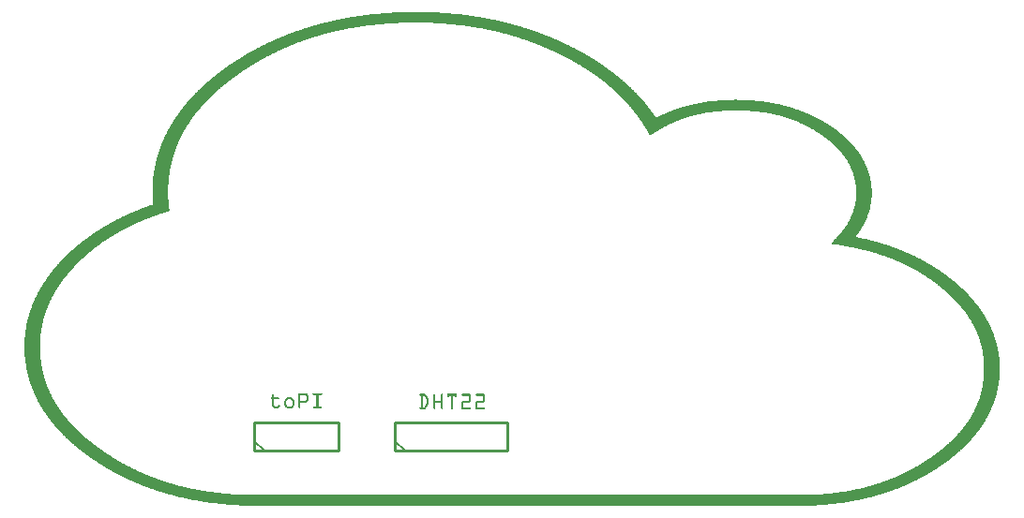
<source format=gto>
G04 MADE WITH FRITZING*
G04 WWW.FRITZING.ORG*
G04 DOUBLE SIDED*
G04 HOLES PLATED*
G04 CONTOUR ON CENTER OF CONTOUR VECTOR*
%ASAXBY*%
%FSLAX23Y23*%
%MOIN*%
%OFA0B0*%
%SFA1.0B1.0*%
%ADD10C,0.010000*%
%ADD11C,0.005000*%
%ADD12R,0.001000X0.001000*%
%LNSILK1*%
G90*
G70*
G54D10*
X817Y197D02*
X1117Y197D01*
D02*
X1117Y197D02*
X1117Y297D01*
D02*
X1117Y297D02*
X817Y297D01*
D02*
X817Y297D02*
X817Y197D01*
G54D11*
D02*
X852Y197D02*
X817Y232D01*
G54D10*
D02*
X1317Y197D02*
X1717Y197D01*
D02*
X1717Y197D02*
X1717Y297D01*
D02*
X1717Y297D02*
X1317Y297D01*
D02*
X1317Y297D02*
X1317Y197D01*
G54D11*
D02*
X1352Y197D02*
X1317Y232D01*
G54D12*
X1355Y1758D02*
X1429Y1758D01*
X1325Y1757D02*
X1457Y1757D01*
X1306Y1756D02*
X1476Y1756D01*
X1291Y1755D02*
X1491Y1755D01*
X1277Y1754D02*
X1504Y1754D01*
X1265Y1753D02*
X1516Y1753D01*
X1254Y1752D02*
X1527Y1752D01*
X1244Y1751D02*
X1537Y1751D01*
X1235Y1750D02*
X1546Y1750D01*
X1226Y1749D02*
X1555Y1749D01*
X1218Y1748D02*
X1563Y1748D01*
X1210Y1747D02*
X1571Y1747D01*
X1202Y1746D02*
X1578Y1746D01*
X1195Y1745D02*
X1585Y1745D01*
X1188Y1744D02*
X1592Y1744D01*
X1181Y1743D02*
X1599Y1743D01*
X1175Y1742D02*
X1605Y1742D01*
X1169Y1741D02*
X1611Y1741D01*
X1162Y1740D02*
X1618Y1740D01*
X1157Y1739D02*
X1623Y1739D01*
X1151Y1738D02*
X1629Y1738D01*
X1145Y1737D02*
X1635Y1737D01*
X1140Y1736D02*
X1640Y1736D01*
X1135Y1735D02*
X1645Y1735D01*
X1129Y1734D02*
X1650Y1734D01*
X1124Y1733D02*
X1655Y1733D01*
X1119Y1732D02*
X1660Y1732D01*
X1114Y1731D02*
X1665Y1731D01*
X1110Y1730D02*
X1670Y1730D01*
X1105Y1729D02*
X1674Y1729D01*
X1101Y1728D02*
X1679Y1728D01*
X1096Y1727D02*
X1684Y1727D01*
X1092Y1726D02*
X1688Y1726D01*
X1087Y1725D02*
X1692Y1725D01*
X1083Y1724D02*
X1696Y1724D01*
X1079Y1723D02*
X1701Y1723D01*
X1075Y1722D02*
X1705Y1722D01*
X1071Y1721D02*
X1709Y1721D01*
X1067Y1720D02*
X1363Y1720D01*
X1419Y1720D02*
X1713Y1720D01*
X1063Y1719D02*
X1330Y1719D01*
X1452Y1719D02*
X1717Y1719D01*
X1059Y1718D02*
X1309Y1718D01*
X1472Y1718D02*
X1721Y1718D01*
X1055Y1717D02*
X1293Y1717D01*
X1488Y1717D02*
X1724Y1717D01*
X1051Y1716D02*
X1279Y1716D01*
X1501Y1716D02*
X1728Y1716D01*
X1048Y1715D02*
X1267Y1715D01*
X1513Y1715D02*
X1732Y1715D01*
X1044Y1714D02*
X1256Y1714D01*
X1524Y1714D02*
X1736Y1714D01*
X1040Y1713D02*
X1246Y1713D01*
X1534Y1713D02*
X1739Y1713D01*
X1037Y1712D02*
X1237Y1712D01*
X1543Y1712D02*
X1743Y1712D01*
X1033Y1711D02*
X1228Y1711D01*
X1551Y1711D02*
X1746Y1711D01*
X1030Y1710D02*
X1220Y1710D01*
X1560Y1710D02*
X1750Y1710D01*
X1026Y1709D02*
X1212Y1709D01*
X1567Y1709D02*
X1753Y1709D01*
X1023Y1708D02*
X1205Y1708D01*
X1575Y1708D02*
X1757Y1708D01*
X1019Y1707D02*
X1198Y1707D01*
X1581Y1707D02*
X1760Y1707D01*
X1016Y1706D02*
X1191Y1706D01*
X1588Y1706D02*
X1764Y1706D01*
X1013Y1705D02*
X1184Y1705D01*
X1595Y1705D02*
X1767Y1705D01*
X1009Y1704D02*
X1178Y1704D01*
X1601Y1704D02*
X1770Y1704D01*
X1006Y1703D02*
X1172Y1703D01*
X1607Y1703D02*
X1773Y1703D01*
X1003Y1702D02*
X1166Y1702D01*
X1613Y1702D02*
X1777Y1702D01*
X1000Y1701D02*
X1160Y1701D01*
X1618Y1701D02*
X1780Y1701D01*
X997Y1700D02*
X1155Y1700D01*
X1624Y1700D02*
X1783Y1700D01*
X994Y1699D02*
X1149Y1699D01*
X1629Y1699D02*
X1786Y1699D01*
X991Y1698D02*
X1144Y1698D01*
X1634Y1698D02*
X1789Y1698D01*
X988Y1697D02*
X1139Y1697D01*
X1639Y1697D02*
X1792Y1697D01*
X985Y1696D02*
X1134Y1696D01*
X1644Y1696D02*
X1795Y1696D01*
X982Y1695D02*
X1129Y1695D01*
X1649Y1695D02*
X1798Y1695D01*
X979Y1694D02*
X1124Y1694D01*
X1654Y1694D02*
X1801Y1694D01*
X976Y1693D02*
X1120Y1693D01*
X1659Y1693D02*
X1804Y1693D01*
X973Y1692D02*
X1115Y1692D01*
X1663Y1692D02*
X1807Y1692D01*
X970Y1691D02*
X1111Y1691D01*
X1668Y1691D02*
X1810Y1691D01*
X967Y1690D02*
X1106Y1690D01*
X1672Y1690D02*
X1813Y1690D01*
X964Y1689D02*
X1102Y1689D01*
X1676Y1689D02*
X1816Y1689D01*
X962Y1688D02*
X1098Y1688D01*
X1681Y1688D02*
X1818Y1688D01*
X959Y1687D02*
X1093Y1687D01*
X1685Y1687D02*
X1821Y1687D01*
X956Y1686D02*
X1089Y1686D01*
X1689Y1686D02*
X1824Y1686D01*
X953Y1685D02*
X1085Y1685D01*
X1693Y1685D02*
X1827Y1685D01*
X950Y1684D02*
X1081Y1684D01*
X1697Y1684D02*
X1829Y1684D01*
X948Y1683D02*
X1077Y1683D01*
X1701Y1683D02*
X1832Y1683D01*
X945Y1682D02*
X1074Y1682D01*
X1704Y1682D02*
X1835Y1682D01*
X943Y1681D02*
X1070Y1681D01*
X1708Y1681D02*
X1837Y1681D01*
X940Y1680D02*
X1066Y1680D01*
X1712Y1680D02*
X1840Y1680D01*
X937Y1679D02*
X1062Y1679D01*
X1716Y1679D02*
X1843Y1679D01*
X935Y1678D02*
X1059Y1678D01*
X1719Y1678D02*
X1845Y1678D01*
X932Y1677D02*
X1055Y1677D01*
X1723Y1677D02*
X1848Y1677D01*
X930Y1676D02*
X1052Y1676D01*
X1726Y1676D02*
X1850Y1676D01*
X927Y1675D02*
X1048Y1675D01*
X1730Y1675D02*
X1853Y1675D01*
X925Y1674D02*
X1045Y1674D01*
X1733Y1674D02*
X1856Y1674D01*
X922Y1673D02*
X1041Y1673D01*
X1737Y1673D02*
X1858Y1673D01*
X920Y1672D02*
X1038Y1672D01*
X1740Y1672D02*
X1861Y1672D01*
X917Y1671D02*
X1035Y1671D01*
X1743Y1671D02*
X1863Y1671D01*
X915Y1670D02*
X1031Y1670D01*
X1747Y1670D02*
X1865Y1670D01*
X912Y1669D02*
X1028Y1669D01*
X1750Y1669D02*
X1868Y1669D01*
X910Y1668D02*
X1025Y1668D01*
X1753Y1668D02*
X1870Y1668D01*
X908Y1667D02*
X1022Y1667D01*
X1756Y1667D02*
X1873Y1667D01*
X905Y1666D02*
X1019Y1666D01*
X1759Y1666D02*
X1875Y1666D01*
X903Y1665D02*
X1016Y1665D01*
X1762Y1665D02*
X1877Y1665D01*
X901Y1664D02*
X1013Y1664D01*
X1765Y1664D02*
X1880Y1664D01*
X898Y1663D02*
X1010Y1663D01*
X1768Y1663D02*
X1882Y1663D01*
X896Y1662D02*
X1007Y1662D01*
X1771Y1662D02*
X1884Y1662D01*
X894Y1661D02*
X1004Y1661D01*
X1774Y1661D02*
X1887Y1661D01*
X891Y1660D02*
X1001Y1660D01*
X1777Y1660D02*
X1889Y1660D01*
X889Y1659D02*
X998Y1659D01*
X1780Y1659D02*
X1891Y1659D01*
X887Y1658D02*
X995Y1658D01*
X1783Y1658D02*
X1894Y1658D01*
X885Y1657D02*
X992Y1657D01*
X1786Y1657D02*
X1896Y1657D01*
X883Y1656D02*
X989Y1656D01*
X1789Y1656D02*
X1898Y1656D01*
X880Y1655D02*
X987Y1655D01*
X1792Y1655D02*
X1900Y1655D01*
X878Y1654D02*
X984Y1654D01*
X1794Y1654D02*
X1903Y1654D01*
X876Y1653D02*
X981Y1653D01*
X1797Y1653D02*
X1905Y1653D01*
X874Y1652D02*
X978Y1652D01*
X1800Y1652D02*
X1907Y1652D01*
X872Y1651D02*
X976Y1651D01*
X1803Y1651D02*
X1909Y1651D01*
X870Y1650D02*
X973Y1650D01*
X1805Y1650D02*
X1911Y1650D01*
X867Y1649D02*
X970Y1649D01*
X1808Y1649D02*
X1913Y1649D01*
X865Y1648D02*
X968Y1648D01*
X1811Y1648D02*
X1916Y1648D01*
X863Y1647D02*
X965Y1647D01*
X1813Y1647D02*
X1918Y1647D01*
X861Y1646D02*
X963Y1646D01*
X1816Y1646D02*
X1920Y1646D01*
X859Y1645D02*
X960Y1645D01*
X1818Y1645D02*
X1922Y1645D01*
X857Y1644D02*
X958Y1644D01*
X1821Y1644D02*
X1924Y1644D01*
X855Y1643D02*
X955Y1643D01*
X1824Y1643D02*
X1926Y1643D01*
X853Y1642D02*
X953Y1642D01*
X1826Y1642D02*
X1928Y1642D01*
X851Y1641D02*
X950Y1641D01*
X1829Y1641D02*
X1930Y1641D01*
X849Y1640D02*
X948Y1640D01*
X1831Y1640D02*
X1932Y1640D01*
X847Y1639D02*
X945Y1639D01*
X1834Y1639D02*
X1934Y1639D01*
X845Y1638D02*
X943Y1638D01*
X1836Y1638D02*
X1936Y1638D01*
X843Y1637D02*
X940Y1637D01*
X1838Y1637D02*
X1938Y1637D01*
X841Y1636D02*
X938Y1636D01*
X1841Y1636D02*
X1940Y1636D01*
X839Y1635D02*
X936Y1635D01*
X1843Y1635D02*
X1942Y1635D01*
X837Y1634D02*
X933Y1634D01*
X1846Y1634D02*
X1944Y1634D01*
X835Y1633D02*
X931Y1633D01*
X1848Y1633D02*
X1946Y1633D01*
X833Y1632D02*
X929Y1632D01*
X1850Y1632D02*
X1948Y1632D01*
X831Y1631D02*
X926Y1631D01*
X1853Y1631D02*
X1950Y1631D01*
X829Y1630D02*
X924Y1630D01*
X1855Y1630D02*
X1952Y1630D01*
X827Y1629D02*
X922Y1629D01*
X1857Y1629D02*
X1954Y1629D01*
X826Y1628D02*
X920Y1628D01*
X1860Y1628D02*
X1956Y1628D01*
X824Y1627D02*
X917Y1627D01*
X1862Y1627D02*
X1958Y1627D01*
X822Y1626D02*
X915Y1626D01*
X1864Y1626D02*
X1960Y1626D01*
X820Y1625D02*
X913Y1625D01*
X1866Y1625D02*
X1962Y1625D01*
X818Y1624D02*
X911Y1624D01*
X1869Y1624D02*
X1964Y1624D01*
X816Y1623D02*
X909Y1623D01*
X1871Y1623D02*
X1965Y1623D01*
X814Y1622D02*
X907Y1622D01*
X1873Y1622D02*
X1967Y1622D01*
X813Y1621D02*
X904Y1621D01*
X1875Y1621D02*
X1969Y1621D01*
X811Y1620D02*
X902Y1620D01*
X1877Y1620D02*
X1971Y1620D01*
X809Y1619D02*
X900Y1619D01*
X1880Y1619D02*
X1973Y1619D01*
X807Y1618D02*
X898Y1618D01*
X1882Y1618D02*
X1975Y1618D01*
X805Y1617D02*
X896Y1617D01*
X1884Y1617D02*
X1977Y1617D01*
X804Y1616D02*
X894Y1616D01*
X1886Y1616D02*
X1978Y1616D01*
X802Y1615D02*
X892Y1615D01*
X1888Y1615D02*
X1980Y1615D01*
X800Y1614D02*
X890Y1614D01*
X1890Y1614D02*
X1982Y1614D01*
X798Y1613D02*
X888Y1613D01*
X1892Y1613D02*
X1984Y1613D01*
X797Y1612D02*
X886Y1612D01*
X1894Y1612D02*
X1986Y1612D01*
X795Y1611D02*
X884Y1611D01*
X1897Y1611D02*
X1987Y1611D01*
X793Y1610D02*
X882Y1610D01*
X1899Y1610D02*
X1989Y1610D01*
X791Y1609D02*
X880Y1609D01*
X1901Y1609D02*
X1991Y1609D01*
X790Y1608D02*
X878Y1608D01*
X1903Y1608D02*
X1993Y1608D01*
X788Y1607D02*
X876Y1607D01*
X1905Y1607D02*
X1994Y1607D01*
X786Y1606D02*
X874Y1606D01*
X1907Y1606D02*
X1996Y1606D01*
X785Y1605D02*
X872Y1605D01*
X1909Y1605D02*
X1998Y1605D01*
X783Y1604D02*
X870Y1604D01*
X1911Y1604D02*
X1999Y1604D01*
X781Y1603D02*
X868Y1603D01*
X1913Y1603D02*
X2001Y1603D01*
X780Y1602D02*
X866Y1602D01*
X1915Y1602D02*
X2003Y1602D01*
X778Y1601D02*
X864Y1601D01*
X1917Y1601D02*
X2005Y1601D01*
X776Y1600D02*
X862Y1600D01*
X1919Y1600D02*
X2006Y1600D01*
X775Y1599D02*
X860Y1599D01*
X1921Y1599D02*
X2008Y1599D01*
X773Y1598D02*
X859Y1598D01*
X1923Y1598D02*
X2010Y1598D01*
X771Y1597D02*
X857Y1597D01*
X1924Y1597D02*
X2011Y1597D01*
X770Y1596D02*
X855Y1596D01*
X1926Y1596D02*
X2013Y1596D01*
X768Y1595D02*
X853Y1595D01*
X1928Y1595D02*
X2014Y1595D01*
X767Y1594D02*
X851Y1594D01*
X1930Y1594D02*
X2016Y1594D01*
X765Y1593D02*
X849Y1593D01*
X1932Y1593D02*
X2018Y1593D01*
X763Y1592D02*
X848Y1592D01*
X1934Y1592D02*
X2019Y1592D01*
X762Y1591D02*
X846Y1591D01*
X1936Y1591D02*
X2021Y1591D01*
X760Y1590D02*
X844Y1590D01*
X1938Y1590D02*
X2023Y1590D01*
X759Y1589D02*
X842Y1589D01*
X1940Y1589D02*
X2024Y1589D01*
X757Y1588D02*
X840Y1588D01*
X1941Y1588D02*
X2026Y1588D01*
X755Y1587D02*
X839Y1587D01*
X1943Y1587D02*
X2027Y1587D01*
X754Y1586D02*
X837Y1586D01*
X1945Y1586D02*
X2029Y1586D01*
X752Y1585D02*
X835Y1585D01*
X1947Y1585D02*
X2031Y1585D01*
X751Y1584D02*
X833Y1584D01*
X1949Y1584D02*
X2032Y1584D01*
X749Y1583D02*
X832Y1583D01*
X1950Y1583D02*
X2034Y1583D01*
X748Y1582D02*
X830Y1582D01*
X1952Y1582D02*
X2035Y1582D01*
X746Y1581D02*
X828Y1581D01*
X1954Y1581D02*
X2037Y1581D01*
X745Y1580D02*
X826Y1580D01*
X1956Y1580D02*
X2038Y1580D01*
X743Y1579D02*
X825Y1579D01*
X1957Y1579D02*
X2040Y1579D01*
X742Y1578D02*
X823Y1578D01*
X1959Y1578D02*
X2041Y1578D01*
X740Y1577D02*
X821Y1577D01*
X1961Y1577D02*
X2043Y1577D01*
X739Y1576D02*
X820Y1576D01*
X1963Y1576D02*
X2044Y1576D01*
X737Y1575D02*
X818Y1575D01*
X1964Y1575D02*
X2046Y1575D01*
X736Y1574D02*
X816Y1574D01*
X1966Y1574D02*
X2047Y1574D01*
X734Y1573D02*
X815Y1573D01*
X1968Y1573D02*
X2049Y1573D01*
X733Y1572D02*
X813Y1572D01*
X1970Y1572D02*
X2050Y1572D01*
X731Y1571D02*
X811Y1571D01*
X1971Y1571D02*
X2052Y1571D01*
X730Y1570D02*
X810Y1570D01*
X1973Y1570D02*
X2053Y1570D01*
X728Y1569D02*
X808Y1569D01*
X1975Y1569D02*
X2055Y1569D01*
X727Y1568D02*
X807Y1568D01*
X1976Y1568D02*
X2056Y1568D01*
X726Y1567D02*
X805Y1567D01*
X1978Y1567D02*
X2058Y1567D01*
X724Y1566D02*
X803Y1566D01*
X1980Y1566D02*
X2059Y1566D01*
X723Y1565D02*
X802Y1565D01*
X1981Y1565D02*
X2060Y1565D01*
X721Y1564D02*
X800Y1564D01*
X1983Y1564D02*
X2062Y1564D01*
X720Y1563D02*
X799Y1563D01*
X1984Y1563D02*
X2063Y1563D01*
X718Y1562D02*
X797Y1562D01*
X1986Y1562D02*
X2065Y1562D01*
X717Y1561D02*
X795Y1561D01*
X1988Y1561D02*
X2066Y1561D01*
X716Y1560D02*
X794Y1560D01*
X1989Y1560D02*
X2068Y1560D01*
X714Y1559D02*
X792Y1559D01*
X1991Y1559D02*
X2069Y1559D01*
X713Y1558D02*
X791Y1558D01*
X1992Y1558D02*
X2070Y1558D01*
X711Y1557D02*
X789Y1557D01*
X1994Y1557D02*
X2072Y1557D01*
X710Y1556D02*
X788Y1556D01*
X1996Y1556D02*
X2073Y1556D01*
X709Y1555D02*
X786Y1555D01*
X1997Y1555D02*
X2075Y1555D01*
X707Y1554D02*
X785Y1554D01*
X1999Y1554D02*
X2076Y1554D01*
X706Y1553D02*
X783Y1553D01*
X2000Y1553D02*
X2077Y1553D01*
X705Y1552D02*
X782Y1552D01*
X2002Y1552D02*
X2079Y1552D01*
X703Y1551D02*
X780Y1551D01*
X2003Y1551D02*
X2080Y1551D01*
X702Y1550D02*
X779Y1550D01*
X2005Y1550D02*
X2081Y1550D01*
X700Y1549D02*
X777Y1549D01*
X2006Y1549D02*
X2083Y1549D01*
X699Y1548D02*
X776Y1548D01*
X2008Y1548D02*
X2084Y1548D01*
X698Y1547D02*
X774Y1547D01*
X2009Y1547D02*
X2085Y1547D01*
X696Y1546D02*
X773Y1546D01*
X2011Y1546D02*
X2087Y1546D01*
X695Y1545D02*
X771Y1545D01*
X2012Y1545D02*
X2088Y1545D01*
X694Y1544D02*
X770Y1544D01*
X2014Y1544D02*
X2089Y1544D01*
X693Y1543D02*
X768Y1543D01*
X2015Y1543D02*
X2091Y1543D01*
X691Y1542D02*
X767Y1542D01*
X2017Y1542D02*
X2092Y1542D01*
X690Y1541D02*
X765Y1541D01*
X2018Y1541D02*
X2093Y1541D01*
X689Y1540D02*
X764Y1540D01*
X2020Y1540D02*
X2094Y1540D01*
X687Y1539D02*
X762Y1539D01*
X2021Y1539D02*
X2096Y1539D01*
X686Y1538D02*
X761Y1538D01*
X2023Y1538D02*
X2097Y1538D01*
X685Y1537D02*
X760Y1537D01*
X2024Y1537D02*
X2098Y1537D01*
X683Y1536D02*
X758Y1536D01*
X2026Y1536D02*
X2100Y1536D01*
X682Y1535D02*
X757Y1535D01*
X2027Y1535D02*
X2101Y1535D01*
X681Y1534D02*
X755Y1534D01*
X2028Y1534D02*
X2102Y1534D01*
X680Y1533D02*
X754Y1533D01*
X2030Y1533D02*
X2103Y1533D01*
X678Y1532D02*
X753Y1532D01*
X2031Y1532D02*
X2105Y1532D01*
X677Y1531D02*
X751Y1531D01*
X2033Y1531D02*
X2106Y1531D01*
X676Y1530D02*
X750Y1530D01*
X2034Y1530D02*
X2107Y1530D01*
X675Y1529D02*
X748Y1529D01*
X2035Y1529D02*
X2108Y1529D01*
X673Y1528D02*
X747Y1528D01*
X2037Y1528D02*
X2110Y1528D01*
X672Y1527D02*
X746Y1527D01*
X2038Y1527D02*
X2111Y1527D01*
X671Y1526D02*
X744Y1526D01*
X2039Y1526D02*
X2112Y1526D01*
X670Y1525D02*
X743Y1525D01*
X2041Y1525D02*
X2113Y1525D01*
X668Y1524D02*
X742Y1524D01*
X2042Y1524D02*
X2114Y1524D01*
X667Y1523D02*
X740Y1523D01*
X2044Y1523D02*
X2116Y1523D01*
X666Y1522D02*
X739Y1522D01*
X2045Y1522D02*
X2117Y1522D01*
X665Y1521D02*
X737Y1521D01*
X2046Y1521D02*
X2118Y1521D01*
X664Y1520D02*
X736Y1520D01*
X2048Y1520D02*
X2119Y1520D01*
X662Y1519D02*
X735Y1519D01*
X2049Y1519D02*
X2120Y1519D01*
X661Y1518D02*
X734Y1518D01*
X2050Y1518D02*
X2122Y1518D01*
X660Y1517D02*
X732Y1517D01*
X2051Y1517D02*
X2123Y1517D01*
X659Y1516D02*
X731Y1516D01*
X2053Y1516D02*
X2124Y1516D01*
X658Y1515D02*
X730Y1515D01*
X2054Y1515D02*
X2125Y1515D01*
X657Y1514D02*
X728Y1514D01*
X2055Y1514D02*
X2126Y1514D01*
X655Y1513D02*
X727Y1513D01*
X2057Y1513D02*
X2127Y1513D01*
X654Y1512D02*
X726Y1512D01*
X2058Y1512D02*
X2129Y1512D01*
X653Y1511D02*
X724Y1511D01*
X2059Y1511D02*
X2130Y1511D01*
X652Y1510D02*
X723Y1510D01*
X2060Y1510D02*
X2131Y1510D01*
X651Y1509D02*
X722Y1509D01*
X2062Y1509D02*
X2132Y1509D01*
X650Y1508D02*
X721Y1508D01*
X2063Y1508D02*
X2133Y1508D01*
X648Y1507D02*
X719Y1507D01*
X2064Y1507D02*
X2134Y1507D01*
X647Y1506D02*
X718Y1506D01*
X2065Y1506D02*
X2135Y1506D01*
X646Y1505D02*
X717Y1505D01*
X2067Y1505D02*
X2136Y1505D01*
X645Y1504D02*
X716Y1504D01*
X2068Y1504D02*
X2138Y1504D01*
X644Y1503D02*
X714Y1503D01*
X2069Y1503D02*
X2139Y1503D01*
X643Y1502D02*
X713Y1502D01*
X2070Y1502D02*
X2140Y1502D01*
X642Y1501D02*
X712Y1501D01*
X2072Y1501D02*
X2141Y1501D01*
X641Y1500D02*
X711Y1500D01*
X2073Y1500D02*
X2142Y1500D01*
X639Y1499D02*
X709Y1499D01*
X2074Y1499D02*
X2143Y1499D01*
X638Y1498D02*
X708Y1498D01*
X2075Y1498D02*
X2144Y1498D01*
X637Y1497D02*
X707Y1497D01*
X2076Y1497D02*
X2145Y1497D01*
X636Y1496D02*
X706Y1496D01*
X2078Y1496D02*
X2146Y1496D01*
X635Y1495D02*
X704Y1495D01*
X2079Y1495D02*
X2147Y1495D01*
X634Y1494D02*
X703Y1494D01*
X2080Y1494D02*
X2148Y1494D01*
X633Y1493D02*
X702Y1493D01*
X2081Y1493D02*
X2150Y1493D01*
X632Y1492D02*
X701Y1492D01*
X2082Y1492D02*
X2151Y1492D01*
X631Y1491D02*
X700Y1491D01*
X2083Y1491D02*
X2152Y1491D01*
X630Y1490D02*
X698Y1490D01*
X2085Y1490D02*
X2153Y1490D01*
X629Y1489D02*
X697Y1489D01*
X2086Y1489D02*
X2154Y1489D01*
X628Y1488D02*
X696Y1488D01*
X2087Y1488D02*
X2155Y1488D01*
X627Y1487D02*
X695Y1487D01*
X2088Y1487D02*
X2156Y1487D01*
X625Y1486D02*
X694Y1486D01*
X2089Y1486D02*
X2157Y1486D01*
X624Y1485D02*
X693Y1485D01*
X2090Y1485D02*
X2158Y1485D01*
X623Y1484D02*
X691Y1484D01*
X2091Y1484D02*
X2159Y1484D01*
X622Y1483D02*
X690Y1483D01*
X2093Y1483D02*
X2160Y1483D01*
X621Y1482D02*
X689Y1482D01*
X2094Y1482D02*
X2161Y1482D01*
X620Y1481D02*
X688Y1481D01*
X2095Y1481D02*
X2162Y1481D01*
X619Y1480D02*
X687Y1480D01*
X2096Y1480D02*
X2163Y1480D01*
X618Y1479D02*
X686Y1479D01*
X2097Y1479D02*
X2164Y1479D01*
X617Y1478D02*
X685Y1478D01*
X2098Y1478D02*
X2165Y1478D01*
X616Y1477D02*
X684Y1477D01*
X2099Y1477D02*
X2166Y1477D01*
X615Y1476D02*
X682Y1476D01*
X2100Y1476D02*
X2167Y1476D01*
X614Y1475D02*
X681Y1475D01*
X2101Y1475D02*
X2168Y1475D01*
X613Y1474D02*
X680Y1474D01*
X2102Y1474D02*
X2169Y1474D01*
X612Y1473D02*
X679Y1473D01*
X2104Y1473D02*
X2170Y1473D01*
X611Y1472D02*
X678Y1472D01*
X2105Y1472D02*
X2171Y1472D01*
X610Y1471D02*
X677Y1471D01*
X2106Y1471D02*
X2172Y1471D01*
X609Y1470D02*
X676Y1470D01*
X2107Y1470D02*
X2173Y1470D01*
X608Y1469D02*
X675Y1469D01*
X2108Y1469D02*
X2174Y1469D01*
X607Y1468D02*
X674Y1468D01*
X2109Y1468D02*
X2175Y1468D01*
X606Y1467D02*
X673Y1467D01*
X2110Y1467D02*
X2176Y1467D01*
X605Y1466D02*
X672Y1466D01*
X2111Y1466D02*
X2177Y1466D01*
X604Y1465D02*
X670Y1465D01*
X2112Y1465D02*
X2178Y1465D01*
X603Y1464D02*
X669Y1464D01*
X2113Y1464D02*
X2179Y1464D01*
X602Y1463D02*
X668Y1463D01*
X2114Y1463D02*
X2180Y1463D01*
X602Y1462D02*
X667Y1462D01*
X2115Y1462D02*
X2180Y1462D01*
X601Y1461D02*
X666Y1461D01*
X2116Y1461D02*
X2181Y1461D01*
X600Y1460D02*
X665Y1460D01*
X2117Y1460D02*
X2182Y1460D01*
X599Y1459D02*
X664Y1459D01*
X2118Y1459D02*
X2183Y1459D01*
X598Y1458D02*
X663Y1458D01*
X2119Y1458D02*
X2184Y1458D01*
X597Y1457D02*
X662Y1457D01*
X2120Y1457D02*
X2185Y1457D01*
X596Y1456D02*
X661Y1456D01*
X2121Y1456D02*
X2186Y1456D01*
X595Y1455D02*
X660Y1455D01*
X2122Y1455D02*
X2187Y1455D01*
X594Y1454D02*
X659Y1454D01*
X2123Y1454D02*
X2188Y1454D01*
X593Y1453D02*
X658Y1453D01*
X2124Y1453D02*
X2189Y1453D01*
X592Y1452D02*
X657Y1452D01*
X2125Y1452D02*
X2190Y1452D01*
X591Y1451D02*
X656Y1451D01*
X2126Y1451D02*
X2191Y1451D01*
X590Y1450D02*
X655Y1450D01*
X2127Y1450D02*
X2191Y1450D01*
X589Y1449D02*
X654Y1449D01*
X2128Y1449D02*
X2192Y1449D01*
X589Y1448D02*
X653Y1448D01*
X2129Y1448D02*
X2193Y1448D01*
X588Y1447D02*
X652Y1447D01*
X2130Y1447D02*
X2194Y1447D01*
X587Y1446D02*
X651Y1446D01*
X2131Y1446D02*
X2195Y1446D01*
X2524Y1446D02*
X2533Y1446D01*
X586Y1445D02*
X650Y1445D01*
X2132Y1445D02*
X2196Y1445D01*
X2490Y1445D02*
X2568Y1445D01*
X585Y1444D02*
X649Y1444D01*
X2133Y1444D02*
X2197Y1444D01*
X2475Y1444D02*
X2584Y1444D01*
X584Y1443D02*
X648Y1443D01*
X2134Y1443D02*
X2198Y1443D01*
X2463Y1443D02*
X2596Y1443D01*
X583Y1442D02*
X647Y1442D01*
X2134Y1442D02*
X2198Y1442D01*
X2452Y1442D02*
X2606Y1442D01*
X582Y1441D02*
X646Y1441D01*
X2135Y1441D02*
X2199Y1441D01*
X2444Y1441D02*
X2615Y1441D01*
X582Y1440D02*
X645Y1440D01*
X2136Y1440D02*
X2200Y1440D01*
X2436Y1440D02*
X2623Y1440D01*
X581Y1439D02*
X644Y1439D01*
X2137Y1439D02*
X2201Y1439D01*
X2428Y1439D02*
X2630Y1439D01*
X580Y1438D02*
X643Y1438D01*
X2138Y1438D02*
X2202Y1438D01*
X2422Y1438D02*
X2637Y1438D01*
X579Y1437D02*
X642Y1437D01*
X2139Y1437D02*
X2203Y1437D01*
X2415Y1437D02*
X2643Y1437D01*
X578Y1436D02*
X641Y1436D01*
X2140Y1436D02*
X2204Y1436D01*
X2409Y1436D02*
X2649Y1436D01*
X577Y1435D02*
X641Y1435D01*
X2141Y1435D02*
X2204Y1435D01*
X2404Y1435D02*
X2655Y1435D01*
X576Y1434D02*
X640Y1434D01*
X2142Y1434D02*
X2205Y1434D01*
X2399Y1434D02*
X2660Y1434D01*
X576Y1433D02*
X639Y1433D01*
X2143Y1433D02*
X2206Y1433D01*
X2393Y1433D02*
X2665Y1433D01*
X575Y1432D02*
X638Y1432D01*
X2144Y1432D02*
X2207Y1432D01*
X2388Y1432D02*
X2670Y1432D01*
X574Y1431D02*
X637Y1431D01*
X2145Y1431D02*
X2208Y1431D01*
X2384Y1431D02*
X2675Y1431D01*
X573Y1430D02*
X636Y1430D01*
X2145Y1430D02*
X2209Y1430D01*
X2379Y1430D02*
X2679Y1430D01*
X572Y1429D02*
X635Y1429D01*
X2146Y1429D02*
X2209Y1429D01*
X2375Y1429D02*
X2684Y1429D01*
X571Y1428D02*
X634Y1428D01*
X2147Y1428D02*
X2210Y1428D01*
X2371Y1428D02*
X2688Y1428D01*
X571Y1427D02*
X633Y1427D01*
X2148Y1427D02*
X2211Y1427D01*
X2366Y1427D02*
X2692Y1427D01*
X570Y1426D02*
X632Y1426D01*
X2149Y1426D02*
X2212Y1426D01*
X2362Y1426D02*
X2696Y1426D01*
X569Y1425D02*
X631Y1425D01*
X2150Y1425D02*
X2213Y1425D01*
X2359Y1425D02*
X2700Y1425D01*
X568Y1424D02*
X631Y1424D01*
X2151Y1424D02*
X2213Y1424D01*
X2355Y1424D02*
X2704Y1424D01*
X567Y1423D02*
X630Y1423D01*
X2151Y1423D02*
X2214Y1423D01*
X2351Y1423D02*
X2708Y1423D01*
X567Y1422D02*
X629Y1422D01*
X2152Y1422D02*
X2215Y1422D01*
X2347Y1422D02*
X2711Y1422D01*
X566Y1421D02*
X628Y1421D01*
X2153Y1421D02*
X2216Y1421D01*
X2344Y1421D02*
X2715Y1421D01*
X565Y1420D02*
X627Y1420D01*
X2154Y1420D02*
X2217Y1420D01*
X2341Y1420D02*
X2718Y1420D01*
X564Y1419D02*
X626Y1419D01*
X2155Y1419D02*
X2217Y1419D01*
X2337Y1419D02*
X2721Y1419D01*
X563Y1418D02*
X625Y1418D01*
X2156Y1418D02*
X2218Y1418D01*
X2334Y1418D02*
X2725Y1418D01*
X562Y1417D02*
X624Y1417D01*
X2157Y1417D02*
X2219Y1417D01*
X2331Y1417D02*
X2728Y1417D01*
X562Y1416D02*
X624Y1416D01*
X2157Y1416D02*
X2220Y1416D01*
X2328Y1416D02*
X2731Y1416D01*
X561Y1415D02*
X623Y1415D01*
X2158Y1415D02*
X2220Y1415D01*
X2324Y1415D02*
X2734Y1415D01*
X560Y1414D02*
X622Y1414D01*
X2159Y1414D02*
X2221Y1414D01*
X2321Y1414D02*
X2737Y1414D01*
X559Y1413D02*
X621Y1413D01*
X2160Y1413D02*
X2222Y1413D01*
X2318Y1413D02*
X2740Y1413D01*
X559Y1412D02*
X620Y1412D01*
X2161Y1412D02*
X2223Y1412D01*
X2316Y1412D02*
X2743Y1412D01*
X558Y1411D02*
X619Y1411D01*
X2162Y1411D02*
X2224Y1411D01*
X2313Y1411D02*
X2746Y1411D01*
X557Y1410D02*
X618Y1410D01*
X2162Y1410D02*
X2224Y1410D01*
X2310Y1410D02*
X2749Y1410D01*
X556Y1409D02*
X618Y1409D01*
X2163Y1409D02*
X2225Y1409D01*
X2307Y1409D02*
X2752Y1409D01*
X556Y1408D02*
X617Y1408D01*
X2164Y1408D02*
X2226Y1408D01*
X2304Y1408D02*
X2754Y1408D01*
X555Y1407D02*
X616Y1407D01*
X2165Y1407D02*
X2227Y1407D01*
X2302Y1407D02*
X2495Y1407D01*
X2564Y1407D02*
X2757Y1407D01*
X554Y1406D02*
X615Y1406D01*
X2166Y1406D02*
X2227Y1406D01*
X2299Y1406D02*
X2478Y1406D01*
X2581Y1406D02*
X2760Y1406D01*
X553Y1405D02*
X614Y1405D01*
X2166Y1405D02*
X2228Y1405D01*
X2296Y1405D02*
X2465Y1405D01*
X2593Y1405D02*
X2762Y1405D01*
X553Y1404D02*
X614Y1404D01*
X2167Y1404D02*
X2229Y1404D01*
X2294Y1404D02*
X2455Y1404D01*
X2603Y1404D02*
X2765Y1404D01*
X552Y1403D02*
X613Y1403D01*
X2168Y1403D02*
X2230Y1403D01*
X2291Y1403D02*
X2447Y1403D01*
X2612Y1403D02*
X2768Y1403D01*
X551Y1402D02*
X612Y1402D01*
X2169Y1402D02*
X2230Y1402D01*
X2289Y1402D02*
X2439Y1402D01*
X2619Y1402D02*
X2770Y1402D01*
X550Y1401D02*
X611Y1401D01*
X2169Y1401D02*
X2231Y1401D01*
X2286Y1401D02*
X2432Y1401D01*
X2626Y1401D02*
X2773Y1401D01*
X550Y1400D02*
X610Y1400D01*
X2170Y1400D02*
X2232Y1400D01*
X2284Y1400D02*
X2426Y1400D01*
X2633Y1400D02*
X2775Y1400D01*
X549Y1399D02*
X610Y1399D01*
X2171Y1399D02*
X2232Y1399D01*
X2282Y1399D02*
X2420Y1399D01*
X2639Y1399D02*
X2777Y1399D01*
X548Y1398D02*
X609Y1398D01*
X2172Y1398D02*
X2233Y1398D01*
X2279Y1398D02*
X2414Y1398D01*
X2645Y1398D02*
X2780Y1398D01*
X548Y1397D02*
X608Y1397D01*
X2173Y1397D02*
X2234Y1397D01*
X2277Y1397D02*
X2409Y1397D01*
X2650Y1397D02*
X2782Y1397D01*
X547Y1396D02*
X607Y1396D01*
X2173Y1396D02*
X2235Y1396D01*
X2275Y1396D02*
X2404Y1396D01*
X2655Y1396D02*
X2784Y1396D01*
X546Y1395D02*
X606Y1395D01*
X2174Y1395D02*
X2235Y1395D01*
X2272Y1395D02*
X2399Y1395D01*
X2660Y1395D02*
X2787Y1395D01*
X545Y1394D02*
X606Y1394D01*
X2175Y1394D02*
X2236Y1394D01*
X2270Y1394D02*
X2394Y1394D01*
X2665Y1394D02*
X2789Y1394D01*
X545Y1393D02*
X605Y1393D01*
X2176Y1393D02*
X2237Y1393D01*
X2268Y1393D02*
X2390Y1393D01*
X2669Y1393D02*
X2791Y1393D01*
X544Y1392D02*
X604Y1392D01*
X2176Y1392D02*
X2237Y1392D01*
X2266Y1392D02*
X2386Y1392D01*
X2673Y1392D02*
X2793Y1392D01*
X543Y1391D02*
X603Y1391D01*
X2177Y1391D02*
X2238Y1391D01*
X2264Y1391D02*
X2382Y1391D01*
X2677Y1391D02*
X2796Y1391D01*
X543Y1390D02*
X603Y1390D01*
X2178Y1390D02*
X2239Y1390D01*
X2262Y1390D02*
X2378Y1390D01*
X2681Y1390D02*
X2798Y1390D01*
X542Y1389D02*
X602Y1389D01*
X2179Y1389D02*
X2240Y1389D01*
X2259Y1389D02*
X2374Y1389D01*
X2685Y1389D02*
X2800Y1389D01*
X541Y1388D02*
X601Y1388D01*
X2179Y1388D02*
X2240Y1388D01*
X2257Y1388D02*
X2370Y1388D01*
X2689Y1388D02*
X2802Y1388D01*
X541Y1387D02*
X600Y1387D01*
X2180Y1387D02*
X2241Y1387D01*
X2255Y1387D02*
X2367Y1387D01*
X2692Y1387D02*
X2804Y1387D01*
X540Y1386D02*
X600Y1386D01*
X2181Y1386D02*
X2242Y1386D01*
X2253Y1386D02*
X2363Y1386D01*
X2696Y1386D02*
X2806Y1386D01*
X539Y1385D02*
X599Y1385D01*
X2182Y1385D02*
X2242Y1385D01*
X2251Y1385D02*
X2360Y1385D01*
X2699Y1385D02*
X2808Y1385D01*
X539Y1384D02*
X598Y1384D01*
X2182Y1384D02*
X2243Y1384D01*
X2249Y1384D02*
X2357Y1384D01*
X2703Y1384D02*
X2810Y1384D01*
X538Y1383D02*
X597Y1383D01*
X2183Y1383D02*
X2244Y1383D01*
X2247Y1383D02*
X2353Y1383D01*
X2706Y1383D02*
X2812Y1383D01*
X537Y1382D02*
X597Y1382D01*
X2184Y1382D02*
X2350Y1382D01*
X2709Y1382D02*
X2814Y1382D01*
X537Y1381D02*
X596Y1381D01*
X2184Y1381D02*
X2347Y1381D01*
X2712Y1381D02*
X2816Y1381D01*
X536Y1380D02*
X595Y1380D01*
X2185Y1380D02*
X2344Y1380D01*
X2715Y1380D02*
X2818Y1380D01*
X535Y1379D02*
X595Y1379D01*
X2186Y1379D02*
X2341Y1379D01*
X2718Y1379D02*
X2820Y1379D01*
X535Y1378D02*
X594Y1378D01*
X2187Y1378D02*
X2338Y1378D01*
X2721Y1378D02*
X2822Y1378D01*
X534Y1377D02*
X593Y1377D01*
X2187Y1377D02*
X2336Y1377D01*
X2724Y1377D02*
X2824Y1377D01*
X533Y1376D02*
X592Y1376D01*
X2188Y1376D02*
X2333Y1376D01*
X2727Y1376D02*
X2825Y1376D01*
X533Y1375D02*
X592Y1375D01*
X2189Y1375D02*
X2330Y1375D01*
X2729Y1375D02*
X2827Y1375D01*
X532Y1374D02*
X591Y1374D01*
X2189Y1374D02*
X2328Y1374D01*
X2732Y1374D02*
X2829Y1374D01*
X531Y1373D02*
X590Y1373D01*
X2190Y1373D02*
X2325Y1373D01*
X2735Y1373D02*
X2831Y1373D01*
X531Y1372D02*
X590Y1372D01*
X2191Y1372D02*
X2322Y1372D01*
X2737Y1372D02*
X2833Y1372D01*
X530Y1371D02*
X589Y1371D01*
X2191Y1371D02*
X2320Y1371D01*
X2740Y1371D02*
X2834Y1371D01*
X529Y1370D02*
X588Y1370D01*
X2192Y1370D02*
X2317Y1370D01*
X2742Y1370D02*
X2836Y1370D01*
X529Y1369D02*
X588Y1369D01*
X2193Y1369D02*
X2315Y1369D01*
X2745Y1369D02*
X2838Y1369D01*
X528Y1368D02*
X587Y1368D01*
X2193Y1368D02*
X2313Y1368D01*
X2747Y1368D02*
X2840Y1368D01*
X528Y1367D02*
X586Y1367D01*
X2194Y1367D02*
X2310Y1367D01*
X2749Y1367D02*
X2841Y1367D01*
X527Y1366D02*
X586Y1366D01*
X2195Y1366D02*
X2308Y1366D01*
X2752Y1366D02*
X2843Y1366D01*
X526Y1365D02*
X585Y1365D01*
X2195Y1365D02*
X2306Y1365D01*
X2754Y1365D02*
X2845Y1365D01*
X526Y1364D02*
X584Y1364D01*
X2196Y1364D02*
X2303Y1364D01*
X2756Y1364D02*
X2846Y1364D01*
X525Y1363D02*
X584Y1363D01*
X2197Y1363D02*
X2301Y1363D01*
X2758Y1363D02*
X2848Y1363D01*
X524Y1362D02*
X583Y1362D01*
X2197Y1362D02*
X2299Y1362D01*
X2761Y1362D02*
X2850Y1362D01*
X524Y1361D02*
X582Y1361D01*
X2198Y1361D02*
X2297Y1361D01*
X2763Y1361D02*
X2851Y1361D01*
X523Y1360D02*
X582Y1360D01*
X2199Y1360D02*
X2295Y1360D01*
X2765Y1360D02*
X2853Y1360D01*
X523Y1359D02*
X581Y1359D01*
X2199Y1359D02*
X2293Y1359D01*
X2767Y1359D02*
X2854Y1359D01*
X522Y1358D02*
X580Y1358D01*
X2200Y1358D02*
X2291Y1358D01*
X2769Y1358D02*
X2856Y1358D01*
X521Y1357D02*
X580Y1357D01*
X2201Y1357D02*
X2289Y1357D01*
X2771Y1357D02*
X2857Y1357D01*
X521Y1356D02*
X579Y1356D01*
X2201Y1356D02*
X2287Y1356D01*
X2773Y1356D02*
X2859Y1356D01*
X520Y1355D02*
X578Y1355D01*
X2202Y1355D02*
X2285Y1355D01*
X2775Y1355D02*
X2861Y1355D01*
X520Y1354D02*
X578Y1354D01*
X2203Y1354D02*
X2283Y1354D01*
X2777Y1354D02*
X2862Y1354D01*
X519Y1353D02*
X577Y1353D01*
X2203Y1353D02*
X2281Y1353D01*
X2779Y1353D02*
X2864Y1353D01*
X519Y1352D02*
X577Y1352D01*
X2204Y1352D02*
X2279Y1352D01*
X2781Y1352D02*
X2865Y1352D01*
X518Y1351D02*
X576Y1351D01*
X2204Y1351D02*
X2277Y1351D01*
X2783Y1351D02*
X2867Y1351D01*
X517Y1350D02*
X575Y1350D01*
X2205Y1350D02*
X2275Y1350D01*
X2785Y1350D02*
X2868Y1350D01*
X517Y1349D02*
X575Y1349D01*
X2206Y1349D02*
X2273Y1349D01*
X2787Y1349D02*
X2870Y1349D01*
X516Y1348D02*
X574Y1348D01*
X2206Y1348D02*
X2271Y1348D01*
X2789Y1348D02*
X2871Y1348D01*
X516Y1347D02*
X573Y1347D01*
X2207Y1347D02*
X2269Y1347D01*
X2791Y1347D02*
X2872Y1347D01*
X515Y1346D02*
X573Y1346D01*
X2208Y1346D02*
X2268Y1346D01*
X2792Y1346D02*
X2874Y1346D01*
X515Y1345D02*
X572Y1345D01*
X2208Y1345D02*
X2266Y1345D01*
X2794Y1345D02*
X2875Y1345D01*
X514Y1344D02*
X572Y1344D01*
X2209Y1344D02*
X2264Y1344D01*
X2796Y1344D02*
X2877Y1344D01*
X514Y1343D02*
X571Y1343D01*
X2209Y1343D02*
X2262Y1343D01*
X2798Y1343D02*
X2878Y1343D01*
X513Y1342D02*
X571Y1342D01*
X2210Y1342D02*
X2261Y1342D01*
X2799Y1342D02*
X2879Y1342D01*
X512Y1341D02*
X570Y1341D01*
X2211Y1341D02*
X2259Y1341D01*
X2801Y1341D02*
X2881Y1341D01*
X512Y1340D02*
X569Y1340D01*
X2211Y1340D02*
X2257Y1340D01*
X2803Y1340D02*
X2882Y1340D01*
X511Y1339D02*
X569Y1339D01*
X2212Y1339D02*
X2255Y1339D01*
X2805Y1339D02*
X2884Y1339D01*
X511Y1338D02*
X568Y1338D01*
X2212Y1338D02*
X2254Y1338D01*
X2806Y1338D02*
X2885Y1338D01*
X510Y1337D02*
X568Y1337D01*
X2213Y1337D02*
X2252Y1337D01*
X2808Y1337D02*
X2886Y1337D01*
X510Y1336D02*
X567Y1336D01*
X2214Y1336D02*
X2251Y1336D01*
X2809Y1336D02*
X2888Y1336D01*
X509Y1335D02*
X566Y1335D01*
X2214Y1335D02*
X2249Y1335D01*
X2811Y1335D02*
X2889Y1335D01*
X509Y1334D02*
X566Y1334D01*
X2215Y1334D02*
X2247Y1334D01*
X2813Y1334D02*
X2890Y1334D01*
X508Y1333D02*
X565Y1333D01*
X2215Y1333D02*
X2246Y1333D01*
X2814Y1333D02*
X2891Y1333D01*
X508Y1332D02*
X565Y1332D01*
X2216Y1332D02*
X2244Y1332D01*
X2816Y1332D02*
X2893Y1332D01*
X507Y1331D02*
X564Y1331D01*
X2217Y1331D02*
X2242Y1331D01*
X2818Y1331D02*
X2894Y1331D01*
X507Y1330D02*
X564Y1330D01*
X2217Y1330D02*
X2241Y1330D01*
X2819Y1330D02*
X2895Y1330D01*
X506Y1329D02*
X563Y1329D01*
X2218Y1329D02*
X2239Y1329D01*
X2821Y1329D02*
X2897Y1329D01*
X506Y1328D02*
X563Y1328D01*
X2218Y1328D02*
X2237Y1328D01*
X2822Y1328D02*
X2898Y1328D01*
X505Y1327D02*
X562Y1327D01*
X2219Y1327D02*
X2236Y1327D01*
X2824Y1327D02*
X2899Y1327D01*
X505Y1326D02*
X562Y1326D01*
X2220Y1326D02*
X2234Y1326D01*
X2825Y1326D02*
X2900Y1326D01*
X504Y1325D02*
X561Y1325D01*
X2220Y1325D02*
X2232Y1325D01*
X2827Y1325D02*
X2901Y1325D01*
X504Y1324D02*
X561Y1324D01*
X2221Y1324D02*
X2231Y1324D01*
X2828Y1324D02*
X2903Y1324D01*
X503Y1323D02*
X560Y1323D01*
X2221Y1323D02*
X2229Y1323D01*
X2830Y1323D02*
X2904Y1323D01*
X503Y1322D02*
X559Y1322D01*
X2222Y1322D02*
X2228Y1322D01*
X2831Y1322D02*
X2905Y1322D01*
X502Y1321D02*
X559Y1321D01*
X2223Y1321D02*
X2226Y1321D01*
X2833Y1321D02*
X2906Y1321D01*
X502Y1320D02*
X558Y1320D01*
X2223Y1320D02*
X2224Y1320D01*
X2834Y1320D02*
X2907Y1320D01*
X501Y1319D02*
X558Y1319D01*
X2835Y1319D02*
X2909Y1319D01*
X501Y1318D02*
X557Y1318D01*
X2837Y1318D02*
X2910Y1318D01*
X500Y1317D02*
X557Y1317D01*
X2838Y1317D02*
X2911Y1317D01*
X500Y1316D02*
X556Y1316D01*
X2840Y1316D02*
X2912Y1316D01*
X499Y1315D02*
X556Y1315D01*
X2841Y1315D02*
X2913Y1315D01*
X499Y1314D02*
X555Y1314D01*
X2842Y1314D02*
X2914Y1314D01*
X498Y1313D02*
X555Y1313D01*
X2844Y1313D02*
X2915Y1313D01*
X498Y1312D02*
X554Y1312D01*
X2845Y1312D02*
X2916Y1312D01*
X497Y1311D02*
X554Y1311D01*
X2846Y1311D02*
X2918Y1311D01*
X497Y1310D02*
X553Y1310D01*
X2848Y1310D02*
X2919Y1310D01*
X497Y1309D02*
X553Y1309D01*
X2849Y1309D02*
X2920Y1309D01*
X496Y1308D02*
X552Y1308D01*
X2850Y1308D02*
X2921Y1308D01*
X496Y1307D02*
X552Y1307D01*
X2852Y1307D02*
X2922Y1307D01*
X495Y1306D02*
X551Y1306D01*
X2853Y1306D02*
X2923Y1306D01*
X495Y1305D02*
X551Y1305D01*
X2854Y1305D02*
X2924Y1305D01*
X494Y1304D02*
X551Y1304D01*
X2856Y1304D02*
X2925Y1304D01*
X494Y1303D02*
X550Y1303D01*
X2857Y1303D02*
X2926Y1303D01*
X493Y1302D02*
X550Y1302D01*
X2858Y1302D02*
X2927Y1302D01*
X493Y1301D02*
X549Y1301D01*
X2859Y1301D02*
X2928Y1301D01*
X493Y1300D02*
X549Y1300D01*
X2861Y1300D02*
X2929Y1300D01*
X492Y1299D02*
X548Y1299D01*
X2862Y1299D02*
X2930Y1299D01*
X492Y1298D02*
X548Y1298D01*
X2863Y1298D02*
X2931Y1298D01*
X491Y1297D02*
X547Y1297D01*
X2864Y1297D02*
X2932Y1297D01*
X491Y1296D02*
X547Y1296D01*
X2865Y1296D02*
X2933Y1296D01*
X490Y1295D02*
X546Y1295D01*
X2867Y1295D02*
X2934Y1295D01*
X490Y1294D02*
X546Y1294D01*
X2868Y1294D02*
X2935Y1294D01*
X490Y1293D02*
X546Y1293D01*
X2869Y1293D02*
X2936Y1293D01*
X489Y1292D02*
X545Y1292D01*
X2870Y1292D02*
X2937Y1292D01*
X489Y1291D02*
X545Y1291D01*
X2871Y1291D02*
X2938Y1291D01*
X488Y1290D02*
X544Y1290D01*
X2872Y1290D02*
X2939Y1290D01*
X488Y1289D02*
X544Y1289D01*
X2873Y1289D02*
X2939Y1289D01*
X488Y1288D02*
X543Y1288D01*
X2875Y1288D02*
X2940Y1288D01*
X487Y1287D02*
X543Y1287D01*
X2876Y1287D02*
X2941Y1287D01*
X487Y1286D02*
X543Y1286D01*
X2877Y1286D02*
X2942Y1286D01*
X486Y1285D02*
X542Y1285D01*
X2878Y1285D02*
X2943Y1285D01*
X486Y1284D02*
X542Y1284D01*
X2879Y1284D02*
X2944Y1284D01*
X486Y1283D02*
X541Y1283D01*
X2880Y1283D02*
X2945Y1283D01*
X485Y1282D02*
X541Y1282D01*
X2881Y1282D02*
X2946Y1282D01*
X485Y1281D02*
X541Y1281D01*
X2882Y1281D02*
X2947Y1281D01*
X485Y1280D02*
X540Y1280D01*
X2883Y1280D02*
X2947Y1280D01*
X484Y1279D02*
X540Y1279D01*
X2884Y1279D02*
X2948Y1279D01*
X484Y1278D02*
X539Y1278D01*
X2885Y1278D02*
X2949Y1278D01*
X483Y1277D02*
X539Y1277D01*
X2886Y1277D02*
X2950Y1277D01*
X483Y1276D02*
X539Y1276D01*
X2887Y1276D02*
X2951Y1276D01*
X483Y1275D02*
X538Y1275D01*
X2888Y1275D02*
X2952Y1275D01*
X482Y1274D02*
X538Y1274D01*
X2889Y1274D02*
X2952Y1274D01*
X482Y1273D02*
X538Y1273D01*
X2890Y1273D02*
X2953Y1273D01*
X482Y1272D02*
X537Y1272D01*
X2891Y1272D02*
X2954Y1272D01*
X481Y1271D02*
X537Y1271D01*
X2892Y1271D02*
X2955Y1271D01*
X481Y1270D02*
X536Y1270D01*
X2893Y1270D02*
X2956Y1270D01*
X481Y1269D02*
X536Y1269D01*
X2894Y1269D02*
X2956Y1269D01*
X480Y1268D02*
X536Y1268D01*
X2895Y1268D02*
X2957Y1268D01*
X480Y1267D02*
X535Y1267D01*
X2896Y1267D02*
X2958Y1267D01*
X480Y1266D02*
X535Y1266D01*
X2897Y1266D02*
X2959Y1266D01*
X479Y1265D02*
X535Y1265D01*
X2898Y1265D02*
X2959Y1265D01*
X479Y1264D02*
X534Y1264D01*
X2898Y1264D02*
X2960Y1264D01*
X479Y1263D02*
X534Y1263D01*
X2899Y1263D02*
X2961Y1263D01*
X478Y1262D02*
X534Y1262D01*
X2900Y1262D02*
X2962Y1262D01*
X478Y1261D02*
X533Y1261D01*
X2901Y1261D02*
X2962Y1261D01*
X478Y1260D02*
X533Y1260D01*
X2902Y1260D02*
X2963Y1260D01*
X477Y1259D02*
X533Y1259D01*
X2903Y1259D02*
X2964Y1259D01*
X477Y1258D02*
X532Y1258D01*
X2904Y1258D02*
X2964Y1258D01*
X477Y1257D02*
X532Y1257D01*
X2904Y1257D02*
X2965Y1257D01*
X476Y1256D02*
X532Y1256D01*
X2905Y1256D02*
X2966Y1256D01*
X476Y1255D02*
X531Y1255D01*
X2906Y1255D02*
X2967Y1255D01*
X476Y1254D02*
X531Y1254D01*
X2907Y1254D02*
X2967Y1254D01*
X475Y1253D02*
X531Y1253D01*
X2908Y1253D02*
X2968Y1253D01*
X475Y1252D02*
X530Y1252D01*
X2908Y1252D02*
X2969Y1252D01*
X475Y1251D02*
X530Y1251D01*
X2909Y1251D02*
X2969Y1251D01*
X474Y1250D02*
X530Y1250D01*
X2910Y1250D02*
X2970Y1250D01*
X474Y1249D02*
X529Y1249D01*
X2911Y1249D02*
X2971Y1249D01*
X474Y1248D02*
X529Y1248D01*
X2912Y1248D02*
X2971Y1248D01*
X474Y1247D02*
X529Y1247D01*
X2912Y1247D02*
X2972Y1247D01*
X473Y1246D02*
X528Y1246D01*
X2913Y1246D02*
X2972Y1246D01*
X473Y1245D02*
X528Y1245D01*
X2914Y1245D02*
X2973Y1245D01*
X473Y1244D02*
X528Y1244D01*
X2915Y1244D02*
X2974Y1244D01*
X472Y1243D02*
X528Y1243D01*
X2915Y1243D02*
X2974Y1243D01*
X472Y1242D02*
X527Y1242D01*
X2916Y1242D02*
X2975Y1242D01*
X472Y1241D02*
X527Y1241D01*
X2917Y1241D02*
X2976Y1241D01*
X472Y1240D02*
X527Y1240D01*
X2917Y1240D02*
X2976Y1240D01*
X471Y1239D02*
X526Y1239D01*
X2918Y1239D02*
X2977Y1239D01*
X471Y1238D02*
X526Y1238D01*
X2919Y1238D02*
X2977Y1238D01*
X471Y1237D02*
X526Y1237D01*
X2919Y1237D02*
X2978Y1237D01*
X471Y1236D02*
X526Y1236D01*
X2920Y1236D02*
X2978Y1236D01*
X470Y1235D02*
X525Y1235D01*
X2921Y1235D02*
X2979Y1235D01*
X470Y1234D02*
X525Y1234D01*
X2921Y1234D02*
X2980Y1234D01*
X470Y1233D02*
X525Y1233D01*
X2922Y1233D02*
X2980Y1233D01*
X469Y1232D02*
X524Y1232D01*
X2923Y1232D02*
X2981Y1232D01*
X469Y1231D02*
X524Y1231D01*
X2923Y1231D02*
X2981Y1231D01*
X469Y1230D02*
X524Y1230D01*
X2924Y1230D02*
X2982Y1230D01*
X469Y1229D02*
X524Y1229D01*
X2925Y1229D02*
X2982Y1229D01*
X468Y1228D02*
X523Y1228D01*
X2925Y1228D02*
X2983Y1228D01*
X468Y1227D02*
X523Y1227D01*
X2926Y1227D02*
X2983Y1227D01*
X468Y1226D02*
X523Y1226D01*
X2926Y1226D02*
X2984Y1226D01*
X468Y1225D02*
X523Y1225D01*
X2927Y1225D02*
X2984Y1225D01*
X467Y1224D02*
X522Y1224D01*
X2928Y1224D02*
X2985Y1224D01*
X467Y1223D02*
X522Y1223D01*
X2928Y1223D02*
X2985Y1223D01*
X467Y1222D02*
X522Y1222D01*
X2929Y1222D02*
X2986Y1222D01*
X467Y1221D02*
X522Y1221D01*
X2929Y1221D02*
X2986Y1221D01*
X467Y1220D02*
X521Y1220D01*
X2930Y1220D02*
X2987Y1220D01*
X466Y1219D02*
X521Y1219D01*
X2930Y1219D02*
X2987Y1219D01*
X466Y1218D02*
X521Y1218D01*
X2931Y1218D02*
X2988Y1218D01*
X466Y1217D02*
X521Y1217D01*
X2932Y1217D02*
X2988Y1217D01*
X466Y1216D02*
X521Y1216D01*
X2932Y1216D02*
X2989Y1216D01*
X465Y1215D02*
X520Y1215D01*
X2933Y1215D02*
X2989Y1215D01*
X465Y1214D02*
X520Y1214D01*
X2933Y1214D02*
X2990Y1214D01*
X465Y1213D02*
X520Y1213D01*
X2934Y1213D02*
X2990Y1213D01*
X465Y1212D02*
X520Y1212D01*
X2934Y1212D02*
X2991Y1212D01*
X465Y1211D02*
X519Y1211D01*
X2935Y1211D02*
X2991Y1211D01*
X464Y1210D02*
X519Y1210D01*
X2935Y1210D02*
X2991Y1210D01*
X464Y1209D02*
X519Y1209D01*
X2936Y1209D02*
X2992Y1209D01*
X464Y1208D02*
X519Y1208D01*
X2936Y1208D02*
X2992Y1208D01*
X464Y1207D02*
X519Y1207D01*
X2937Y1207D02*
X2993Y1207D01*
X464Y1206D02*
X518Y1206D01*
X2937Y1206D02*
X2993Y1206D01*
X463Y1205D02*
X518Y1205D01*
X2937Y1205D02*
X2994Y1205D01*
X463Y1204D02*
X518Y1204D01*
X2938Y1204D02*
X2994Y1204D01*
X463Y1203D02*
X518Y1203D01*
X2938Y1203D02*
X2994Y1203D01*
X463Y1202D02*
X518Y1202D01*
X2939Y1202D02*
X2995Y1202D01*
X463Y1201D02*
X517Y1201D01*
X2939Y1201D02*
X2995Y1201D01*
X462Y1200D02*
X517Y1200D01*
X2940Y1200D02*
X2995Y1200D01*
X462Y1199D02*
X517Y1199D01*
X2940Y1199D02*
X2996Y1199D01*
X462Y1198D02*
X517Y1198D01*
X2940Y1198D02*
X2996Y1198D01*
X462Y1197D02*
X517Y1197D01*
X2941Y1197D02*
X2997Y1197D01*
X462Y1196D02*
X517Y1196D01*
X2941Y1196D02*
X2997Y1196D01*
X462Y1195D02*
X516Y1195D01*
X2942Y1195D02*
X2997Y1195D01*
X461Y1194D02*
X516Y1194D01*
X2942Y1194D02*
X2998Y1194D01*
X461Y1193D02*
X516Y1193D01*
X2942Y1193D02*
X2998Y1193D01*
X461Y1192D02*
X516Y1192D01*
X2943Y1192D02*
X2998Y1192D01*
X461Y1191D02*
X516Y1191D01*
X2943Y1191D02*
X2999Y1191D01*
X461Y1190D02*
X515Y1190D01*
X2944Y1190D02*
X2999Y1190D01*
X461Y1189D02*
X515Y1189D01*
X2944Y1189D02*
X2999Y1189D01*
X460Y1188D02*
X515Y1188D01*
X2944Y1188D02*
X3000Y1188D01*
X460Y1187D02*
X515Y1187D01*
X2945Y1187D02*
X3000Y1187D01*
X460Y1186D02*
X515Y1186D01*
X2945Y1186D02*
X3000Y1186D01*
X460Y1185D02*
X515Y1185D01*
X2945Y1185D02*
X3001Y1185D01*
X460Y1184D02*
X515Y1184D01*
X2946Y1184D02*
X3001Y1184D01*
X460Y1183D02*
X514Y1183D01*
X2946Y1183D02*
X3001Y1183D01*
X460Y1182D02*
X514Y1182D01*
X2946Y1182D02*
X3002Y1182D01*
X459Y1181D02*
X514Y1181D01*
X2947Y1181D02*
X3002Y1181D01*
X459Y1180D02*
X514Y1180D01*
X2947Y1180D02*
X3002Y1180D01*
X459Y1179D02*
X514Y1179D01*
X2947Y1179D02*
X3002Y1179D01*
X459Y1178D02*
X514Y1178D01*
X2948Y1178D02*
X3003Y1178D01*
X459Y1177D02*
X514Y1177D01*
X2948Y1177D02*
X3003Y1177D01*
X459Y1176D02*
X513Y1176D01*
X2948Y1176D02*
X3003Y1176D01*
X459Y1175D02*
X513Y1175D01*
X2948Y1175D02*
X3003Y1175D01*
X459Y1174D02*
X513Y1174D01*
X2949Y1174D02*
X3004Y1174D01*
X458Y1173D02*
X513Y1173D01*
X2949Y1173D02*
X3004Y1173D01*
X458Y1172D02*
X513Y1172D01*
X2949Y1172D02*
X3004Y1172D01*
X458Y1171D02*
X513Y1171D01*
X2949Y1171D02*
X3004Y1171D01*
X458Y1170D02*
X513Y1170D01*
X2950Y1170D02*
X3005Y1170D01*
X458Y1169D02*
X513Y1169D01*
X2950Y1169D02*
X3005Y1169D01*
X458Y1168D02*
X512Y1168D01*
X2950Y1168D02*
X3005Y1168D01*
X458Y1167D02*
X512Y1167D01*
X2950Y1167D02*
X3005Y1167D01*
X458Y1166D02*
X512Y1166D01*
X2951Y1166D02*
X3006Y1166D01*
X457Y1165D02*
X512Y1165D01*
X2951Y1165D02*
X3006Y1165D01*
X457Y1164D02*
X512Y1164D01*
X2951Y1164D02*
X3006Y1164D01*
X457Y1163D02*
X512Y1163D01*
X2951Y1163D02*
X3006Y1163D01*
X457Y1162D02*
X512Y1162D01*
X2952Y1162D02*
X3006Y1162D01*
X457Y1161D02*
X512Y1161D01*
X2952Y1161D02*
X3007Y1161D01*
X457Y1160D02*
X512Y1160D01*
X2952Y1160D02*
X3007Y1160D01*
X457Y1159D02*
X512Y1159D01*
X2952Y1159D02*
X3007Y1159D01*
X457Y1158D02*
X511Y1158D01*
X2952Y1158D02*
X3007Y1158D01*
X457Y1157D02*
X511Y1157D01*
X2953Y1157D02*
X3007Y1157D01*
X457Y1156D02*
X511Y1156D01*
X2953Y1156D02*
X3008Y1156D01*
X457Y1155D02*
X511Y1155D01*
X2953Y1155D02*
X3008Y1155D01*
X456Y1154D02*
X511Y1154D01*
X2953Y1154D02*
X3008Y1154D01*
X456Y1153D02*
X511Y1153D01*
X2953Y1153D02*
X3008Y1153D01*
X456Y1152D02*
X511Y1152D01*
X2953Y1152D02*
X3008Y1152D01*
X456Y1151D02*
X511Y1151D01*
X2954Y1151D02*
X3008Y1151D01*
X456Y1150D02*
X511Y1150D01*
X2954Y1150D02*
X3009Y1150D01*
X456Y1149D02*
X511Y1149D01*
X2954Y1149D02*
X3009Y1149D01*
X456Y1148D02*
X511Y1148D01*
X2954Y1148D02*
X3009Y1148D01*
X456Y1147D02*
X511Y1147D01*
X2954Y1147D02*
X3009Y1147D01*
X456Y1146D02*
X511Y1146D01*
X2954Y1146D02*
X3009Y1146D01*
X456Y1145D02*
X510Y1145D01*
X2955Y1145D02*
X3009Y1145D01*
X456Y1144D02*
X510Y1144D01*
X2955Y1144D02*
X3009Y1144D01*
X456Y1143D02*
X510Y1143D01*
X2955Y1143D02*
X3009Y1143D01*
X456Y1142D02*
X510Y1142D01*
X2955Y1142D02*
X3010Y1142D01*
X456Y1141D02*
X510Y1141D01*
X2955Y1141D02*
X3010Y1141D01*
X456Y1140D02*
X510Y1140D01*
X2955Y1140D02*
X3010Y1140D01*
X456Y1139D02*
X510Y1139D01*
X2955Y1139D02*
X3010Y1139D01*
X455Y1138D02*
X510Y1138D01*
X2955Y1138D02*
X3010Y1138D01*
X455Y1137D02*
X510Y1137D01*
X2955Y1137D02*
X3010Y1137D01*
X455Y1136D02*
X510Y1136D01*
X2955Y1136D02*
X3010Y1136D01*
X455Y1135D02*
X510Y1135D01*
X2956Y1135D02*
X3010Y1135D01*
X455Y1134D02*
X510Y1134D01*
X2956Y1134D02*
X3010Y1134D01*
X455Y1133D02*
X510Y1133D01*
X2956Y1133D02*
X3010Y1133D01*
X455Y1132D02*
X510Y1132D01*
X2956Y1132D02*
X3011Y1132D01*
X455Y1131D02*
X510Y1131D01*
X2956Y1131D02*
X3011Y1131D01*
X455Y1130D02*
X510Y1130D01*
X2956Y1130D02*
X3011Y1130D01*
X455Y1129D02*
X510Y1129D01*
X2956Y1129D02*
X3011Y1129D01*
X455Y1128D02*
X510Y1128D01*
X2956Y1128D02*
X3011Y1128D01*
X455Y1127D02*
X510Y1127D01*
X2956Y1127D02*
X3011Y1127D01*
X455Y1126D02*
X510Y1126D01*
X2956Y1126D02*
X3011Y1126D01*
X455Y1125D02*
X510Y1125D01*
X2956Y1125D02*
X3011Y1125D01*
X455Y1124D02*
X510Y1124D01*
X2956Y1124D02*
X3011Y1124D01*
X455Y1123D02*
X510Y1123D01*
X2956Y1123D02*
X3011Y1123D01*
X455Y1122D02*
X510Y1122D01*
X2956Y1122D02*
X3011Y1122D01*
X455Y1121D02*
X510Y1121D01*
X2956Y1121D02*
X3011Y1121D01*
X455Y1120D02*
X510Y1120D01*
X2956Y1120D02*
X3011Y1120D01*
X455Y1119D02*
X510Y1119D01*
X2956Y1119D02*
X3011Y1119D01*
X455Y1118D02*
X510Y1118D01*
X2956Y1118D02*
X3011Y1118D01*
X455Y1117D02*
X510Y1117D01*
X2956Y1117D02*
X3011Y1117D01*
X455Y1116D02*
X510Y1116D01*
X2956Y1116D02*
X3011Y1116D01*
X455Y1115D02*
X510Y1115D01*
X2956Y1115D02*
X3011Y1115D01*
X455Y1114D02*
X510Y1114D01*
X2956Y1114D02*
X3011Y1114D01*
X455Y1113D02*
X510Y1113D01*
X2956Y1113D02*
X3011Y1113D01*
X455Y1112D02*
X510Y1112D01*
X2956Y1112D02*
X3011Y1112D01*
X455Y1111D02*
X510Y1111D01*
X2956Y1111D02*
X3011Y1111D01*
X455Y1110D02*
X510Y1110D01*
X2956Y1110D02*
X3011Y1110D01*
X455Y1109D02*
X510Y1109D01*
X2956Y1109D02*
X3011Y1109D01*
X455Y1108D02*
X510Y1108D01*
X2956Y1108D02*
X3011Y1108D01*
X455Y1107D02*
X510Y1107D01*
X2956Y1107D02*
X3011Y1107D01*
X455Y1106D02*
X510Y1106D01*
X2956Y1106D02*
X3011Y1106D01*
X455Y1105D02*
X510Y1105D01*
X2956Y1105D02*
X3011Y1105D01*
X455Y1104D02*
X510Y1104D01*
X2956Y1104D02*
X3011Y1104D01*
X455Y1103D02*
X510Y1103D01*
X2956Y1103D02*
X3011Y1103D01*
X455Y1102D02*
X510Y1102D01*
X2956Y1102D02*
X3011Y1102D01*
X455Y1101D02*
X510Y1101D01*
X2956Y1101D02*
X3011Y1101D01*
X455Y1100D02*
X510Y1100D01*
X2956Y1100D02*
X3011Y1100D01*
X455Y1099D02*
X510Y1099D01*
X2956Y1099D02*
X3011Y1099D01*
X455Y1098D02*
X510Y1098D01*
X2956Y1098D02*
X3011Y1098D01*
X455Y1097D02*
X510Y1097D01*
X2956Y1097D02*
X3010Y1097D01*
X455Y1096D02*
X510Y1096D01*
X2956Y1096D02*
X3010Y1096D01*
X456Y1095D02*
X510Y1095D01*
X2956Y1095D02*
X3010Y1095D01*
X456Y1094D02*
X510Y1094D01*
X2956Y1094D02*
X3010Y1094D01*
X456Y1093D02*
X510Y1093D01*
X2955Y1093D02*
X3010Y1093D01*
X456Y1092D02*
X510Y1092D01*
X2955Y1092D02*
X3010Y1092D01*
X456Y1091D02*
X511Y1091D01*
X2955Y1091D02*
X3010Y1091D01*
X456Y1090D02*
X511Y1090D01*
X2955Y1090D02*
X3010Y1090D01*
X456Y1089D02*
X511Y1089D01*
X2955Y1089D02*
X3010Y1089D01*
X456Y1088D02*
X511Y1088D01*
X2955Y1088D02*
X3010Y1088D01*
X456Y1087D02*
X511Y1087D01*
X2955Y1087D02*
X3009Y1087D01*
X456Y1086D02*
X511Y1086D01*
X2955Y1086D02*
X3009Y1086D01*
X456Y1085D02*
X511Y1085D01*
X2954Y1085D02*
X3009Y1085D01*
X456Y1084D02*
X511Y1084D01*
X2954Y1084D02*
X3009Y1084D01*
X456Y1083D02*
X511Y1083D01*
X2954Y1083D02*
X3009Y1083D01*
X456Y1082D02*
X511Y1082D01*
X2954Y1082D02*
X3009Y1082D01*
X457Y1081D02*
X511Y1081D01*
X2954Y1081D02*
X3009Y1081D01*
X457Y1080D02*
X511Y1080D01*
X2954Y1080D02*
X3009Y1080D01*
X457Y1079D02*
X511Y1079D01*
X2954Y1079D02*
X3008Y1079D01*
X457Y1078D02*
X512Y1078D01*
X2953Y1078D02*
X3008Y1078D01*
X457Y1077D02*
X512Y1077D01*
X2953Y1077D02*
X3008Y1077D01*
X457Y1076D02*
X512Y1076D01*
X2953Y1076D02*
X3008Y1076D01*
X457Y1075D02*
X512Y1075D01*
X2953Y1075D02*
X3008Y1075D01*
X457Y1074D02*
X512Y1074D01*
X2953Y1074D02*
X3008Y1074D01*
X456Y1073D02*
X512Y1073D01*
X2952Y1073D02*
X3007Y1073D01*
X453Y1072D02*
X512Y1072D01*
X2952Y1072D02*
X3007Y1072D01*
X450Y1071D02*
X512Y1071D01*
X2952Y1071D02*
X3007Y1071D01*
X447Y1070D02*
X512Y1070D01*
X2952Y1070D02*
X3007Y1070D01*
X444Y1069D02*
X512Y1069D01*
X2952Y1069D02*
X3007Y1069D01*
X441Y1068D02*
X513Y1068D01*
X2951Y1068D02*
X3006Y1068D01*
X439Y1067D02*
X513Y1067D01*
X2951Y1067D02*
X3006Y1067D01*
X436Y1066D02*
X513Y1066D01*
X2951Y1066D02*
X3006Y1066D01*
X433Y1065D02*
X513Y1065D01*
X2951Y1065D02*
X3006Y1065D01*
X430Y1064D02*
X513Y1064D01*
X2950Y1064D02*
X3006Y1064D01*
X428Y1063D02*
X513Y1063D01*
X2950Y1063D02*
X3005Y1063D01*
X425Y1062D02*
X513Y1062D01*
X2950Y1062D02*
X3005Y1062D01*
X422Y1061D02*
X513Y1061D01*
X2950Y1061D02*
X3005Y1061D01*
X420Y1060D02*
X513Y1060D01*
X2949Y1060D02*
X3005Y1060D01*
X417Y1059D02*
X513Y1059D01*
X2949Y1059D02*
X3004Y1059D01*
X415Y1058D02*
X514Y1058D01*
X2949Y1058D02*
X3004Y1058D01*
X412Y1057D02*
X514Y1057D01*
X2949Y1057D02*
X3004Y1057D01*
X409Y1056D02*
X514Y1056D01*
X2948Y1056D02*
X3004Y1056D01*
X407Y1055D02*
X514Y1055D01*
X2948Y1055D02*
X3003Y1055D01*
X405Y1054D02*
X514Y1054D01*
X2948Y1054D02*
X3003Y1054D01*
X402Y1053D02*
X514Y1053D01*
X2947Y1053D02*
X3003Y1053D01*
X400Y1052D02*
X514Y1052D01*
X2947Y1052D02*
X3002Y1052D01*
X397Y1051D02*
X514Y1051D01*
X2947Y1051D02*
X3002Y1051D01*
X395Y1050D02*
X514Y1050D01*
X2947Y1050D02*
X3002Y1050D01*
X392Y1049D02*
X511Y1049D01*
X2946Y1049D02*
X3002Y1049D01*
X390Y1048D02*
X508Y1048D01*
X2946Y1048D02*
X3001Y1048D01*
X388Y1047D02*
X505Y1047D01*
X2946Y1047D02*
X3001Y1047D01*
X385Y1046D02*
X501Y1046D01*
X2945Y1046D02*
X3001Y1046D01*
X383Y1045D02*
X498Y1045D01*
X2945Y1045D02*
X3000Y1045D01*
X381Y1044D02*
X495Y1044D01*
X2944Y1044D02*
X3000Y1044D01*
X378Y1043D02*
X492Y1043D01*
X2944Y1043D02*
X3000Y1043D01*
X376Y1042D02*
X489Y1042D01*
X2944Y1042D02*
X2999Y1042D01*
X374Y1041D02*
X486Y1041D01*
X2943Y1041D02*
X2999Y1041D01*
X372Y1040D02*
X483Y1040D01*
X2943Y1040D02*
X2999Y1040D01*
X369Y1039D02*
X480Y1039D01*
X2943Y1039D02*
X2998Y1039D01*
X367Y1038D02*
X477Y1038D01*
X2942Y1038D02*
X2998Y1038D01*
X365Y1037D02*
X474Y1037D01*
X2942Y1037D02*
X2998Y1037D01*
X363Y1036D02*
X471Y1036D01*
X2941Y1036D02*
X2997Y1036D01*
X361Y1035D02*
X469Y1035D01*
X2941Y1035D02*
X2997Y1035D01*
X359Y1034D02*
X466Y1034D01*
X2941Y1034D02*
X2997Y1034D01*
X356Y1033D02*
X463Y1033D01*
X2940Y1033D02*
X2996Y1033D01*
X354Y1032D02*
X460Y1032D01*
X2940Y1032D02*
X2996Y1032D01*
X352Y1031D02*
X457Y1031D01*
X2939Y1031D02*
X2996Y1031D01*
X350Y1030D02*
X455Y1030D01*
X2939Y1030D02*
X2995Y1030D01*
X348Y1029D02*
X452Y1029D01*
X2938Y1029D02*
X2995Y1029D01*
X346Y1028D02*
X449Y1028D01*
X2938Y1028D02*
X2994Y1028D01*
X344Y1027D02*
X447Y1027D01*
X2937Y1027D02*
X2994Y1027D01*
X342Y1026D02*
X444Y1026D01*
X2937Y1026D02*
X2994Y1026D01*
X340Y1025D02*
X441Y1025D01*
X2937Y1025D02*
X2993Y1025D01*
X338Y1024D02*
X439Y1024D01*
X2936Y1024D02*
X2993Y1024D01*
X336Y1023D02*
X436Y1023D01*
X2936Y1023D02*
X2992Y1023D01*
X334Y1022D02*
X434Y1022D01*
X2935Y1022D02*
X2992Y1022D01*
X332Y1021D02*
X431Y1021D01*
X2935Y1021D02*
X2991Y1021D01*
X330Y1020D02*
X429Y1020D01*
X2934Y1020D02*
X2991Y1020D01*
X328Y1019D02*
X426Y1019D01*
X2934Y1019D02*
X2991Y1019D01*
X326Y1018D02*
X424Y1018D01*
X2933Y1018D02*
X2990Y1018D01*
X324Y1017D02*
X422Y1017D01*
X2933Y1017D02*
X2990Y1017D01*
X322Y1016D02*
X419Y1016D01*
X2932Y1016D02*
X2989Y1016D01*
X320Y1015D02*
X417Y1015D01*
X2931Y1015D02*
X2989Y1015D01*
X319Y1014D02*
X414Y1014D01*
X2931Y1014D02*
X2988Y1014D01*
X317Y1013D02*
X412Y1013D01*
X2930Y1013D02*
X2988Y1013D01*
X315Y1012D02*
X410Y1012D01*
X2930Y1012D02*
X2987Y1012D01*
X313Y1011D02*
X407Y1011D01*
X2929Y1011D02*
X2987Y1011D01*
X311Y1010D02*
X405Y1010D01*
X2929Y1010D02*
X2986Y1010D01*
X309Y1009D02*
X403Y1009D01*
X2928Y1009D02*
X2986Y1009D01*
X308Y1008D02*
X401Y1008D01*
X2928Y1008D02*
X2985Y1008D01*
X306Y1007D02*
X398Y1007D01*
X2927Y1007D02*
X2985Y1007D01*
X304Y1006D02*
X396Y1006D01*
X2926Y1006D02*
X2984Y1006D01*
X302Y1005D02*
X394Y1005D01*
X2926Y1005D02*
X2984Y1005D01*
X300Y1004D02*
X392Y1004D01*
X2925Y1004D02*
X2983Y1004D01*
X299Y1003D02*
X390Y1003D01*
X2925Y1003D02*
X2983Y1003D01*
X297Y1002D02*
X387Y1002D01*
X2924Y1002D02*
X2982Y1002D01*
X295Y1001D02*
X385Y1001D01*
X2923Y1001D02*
X2982Y1001D01*
X293Y1000D02*
X383Y1000D01*
X2923Y1000D02*
X2981Y1000D01*
X292Y999D02*
X381Y999D01*
X2922Y999D02*
X2981Y999D01*
X290Y998D02*
X379Y998D01*
X2921Y998D02*
X2980Y998D01*
X288Y997D02*
X377Y997D01*
X2921Y997D02*
X2980Y997D01*
X287Y996D02*
X375Y996D01*
X2920Y996D02*
X2979Y996D01*
X285Y995D02*
X373Y995D01*
X2919Y995D02*
X2978Y995D01*
X283Y994D02*
X371Y994D01*
X2919Y994D02*
X2978Y994D01*
X281Y993D02*
X369Y993D01*
X2918Y993D02*
X2977Y993D01*
X280Y992D02*
X367Y992D01*
X2917Y992D02*
X2977Y992D01*
X278Y991D02*
X365Y991D01*
X2917Y991D02*
X2976Y991D01*
X277Y990D02*
X363Y990D01*
X2916Y990D02*
X2975Y990D01*
X275Y989D02*
X361Y989D01*
X2915Y989D02*
X2975Y989D01*
X273Y988D02*
X359Y988D01*
X2914Y988D02*
X2974Y988D01*
X272Y987D02*
X357Y987D01*
X2914Y987D02*
X2974Y987D01*
X270Y986D02*
X355Y986D01*
X2913Y986D02*
X2973Y986D01*
X268Y985D02*
X353Y985D01*
X2912Y985D02*
X2972Y985D01*
X267Y984D02*
X351Y984D01*
X2912Y984D02*
X2972Y984D01*
X265Y983D02*
X349Y983D01*
X2911Y983D02*
X2971Y983D01*
X264Y982D02*
X348Y982D01*
X2910Y982D02*
X2971Y982D01*
X262Y981D02*
X346Y981D01*
X2909Y981D02*
X2970Y981D01*
X261Y980D02*
X344Y980D01*
X2908Y980D02*
X2969Y980D01*
X259Y979D02*
X342Y979D01*
X2908Y979D02*
X2969Y979D01*
X258Y978D02*
X340Y978D01*
X2907Y978D02*
X2968Y978D01*
X256Y977D02*
X338Y977D01*
X2906Y977D02*
X2967Y977D01*
X254Y976D02*
X337Y976D01*
X2905Y976D02*
X2967Y976D01*
X253Y975D02*
X335Y975D01*
X2905Y975D02*
X2966Y975D01*
X251Y974D02*
X333Y974D01*
X2904Y974D02*
X2965Y974D01*
X250Y973D02*
X331Y973D01*
X2903Y973D02*
X2964Y973D01*
X248Y972D02*
X330Y972D01*
X2902Y972D02*
X2964Y972D01*
X247Y971D02*
X328Y971D01*
X2901Y971D02*
X2963Y971D01*
X246Y970D02*
X326Y970D01*
X2900Y970D02*
X2962Y970D01*
X244Y969D02*
X324Y969D01*
X2899Y969D02*
X2962Y969D01*
X243Y968D02*
X323Y968D01*
X2899Y968D02*
X2961Y968D01*
X241Y967D02*
X321Y967D01*
X2898Y967D02*
X2960Y967D01*
X240Y966D02*
X319Y966D01*
X2897Y966D02*
X2959Y966D01*
X238Y965D02*
X318Y965D01*
X2896Y965D02*
X2959Y965D01*
X237Y964D02*
X316Y964D01*
X2895Y964D02*
X2958Y964D01*
X235Y963D02*
X314Y963D01*
X2894Y963D02*
X2957Y963D01*
X234Y962D02*
X313Y962D01*
X2893Y962D02*
X2956Y962D01*
X233Y961D02*
X311Y961D01*
X2892Y961D02*
X2956Y961D01*
X231Y960D02*
X309Y960D01*
X2892Y960D02*
X2955Y960D01*
X230Y959D02*
X308Y959D01*
X2891Y959D02*
X2954Y959D01*
X228Y958D02*
X306Y958D01*
X2890Y958D02*
X2954Y958D01*
X227Y957D02*
X305Y957D01*
X2889Y957D02*
X2959Y957D01*
X226Y956D02*
X303Y956D01*
X2888Y956D02*
X2963Y956D01*
X224Y955D02*
X301Y955D01*
X2887Y955D02*
X2968Y955D01*
X223Y954D02*
X300Y954D01*
X2886Y954D02*
X2973Y954D01*
X222Y953D02*
X298Y953D01*
X2885Y953D02*
X2977Y953D01*
X220Y952D02*
X297Y952D01*
X2884Y952D02*
X2982Y952D01*
X219Y951D02*
X295Y951D01*
X2883Y951D02*
X2986Y951D01*
X217Y950D02*
X294Y950D01*
X2882Y950D02*
X2990Y950D01*
X216Y949D02*
X292Y949D01*
X2881Y949D02*
X2995Y949D01*
X215Y948D02*
X291Y948D01*
X2880Y948D02*
X2999Y948D01*
X214Y947D02*
X289Y947D01*
X2879Y947D02*
X3003Y947D01*
X212Y946D02*
X288Y946D01*
X2878Y946D02*
X3007Y946D01*
X211Y945D02*
X286Y945D01*
X2877Y945D02*
X3010Y945D01*
X210Y944D02*
X285Y944D01*
X2876Y944D02*
X3014Y944D01*
X208Y943D02*
X283Y943D01*
X2875Y943D02*
X3018Y943D01*
X207Y942D02*
X282Y942D01*
X2875Y942D02*
X3022Y942D01*
X206Y941D02*
X280Y941D01*
X2874Y941D02*
X3025Y941D01*
X204Y940D02*
X279Y940D01*
X2873Y940D02*
X3029Y940D01*
X203Y939D02*
X277Y939D01*
X2872Y939D02*
X3032Y939D01*
X202Y938D02*
X276Y938D01*
X2871Y938D02*
X3036Y938D01*
X201Y937D02*
X275Y937D01*
X2870Y937D02*
X3039Y937D01*
X199Y936D02*
X273Y936D01*
X2869Y936D02*
X3042Y936D01*
X198Y935D02*
X272Y935D01*
X2868Y935D02*
X3046Y935D01*
X197Y934D02*
X270Y934D01*
X2867Y934D02*
X3049Y934D01*
X196Y933D02*
X269Y933D01*
X2869Y933D02*
X3052Y933D01*
X194Y932D02*
X268Y932D01*
X2876Y932D02*
X3055Y932D01*
X193Y931D02*
X266Y931D01*
X2882Y931D02*
X3059Y931D01*
X192Y930D02*
X265Y930D01*
X2888Y930D02*
X3062Y930D01*
X191Y929D02*
X264Y929D01*
X2895Y929D02*
X3065Y929D01*
X190Y928D02*
X262Y928D01*
X2901Y928D02*
X3068Y928D01*
X188Y927D02*
X261Y927D01*
X2907Y927D02*
X3071Y927D01*
X187Y926D02*
X259Y926D01*
X2913Y926D02*
X3074Y926D01*
X186Y925D02*
X258Y925D01*
X2919Y925D02*
X3077Y925D01*
X185Y924D02*
X257Y924D01*
X2925Y924D02*
X3079Y924D01*
X184Y923D02*
X256Y923D01*
X2930Y923D02*
X3082Y923D01*
X182Y922D02*
X254Y922D01*
X2935Y922D02*
X3085Y922D01*
X181Y921D02*
X253Y921D01*
X2941Y921D02*
X3088Y921D01*
X180Y920D02*
X252Y920D01*
X2946Y920D02*
X3091Y920D01*
X179Y919D02*
X250Y919D01*
X2950Y919D02*
X3093Y919D01*
X178Y918D02*
X249Y918D01*
X2955Y918D02*
X3096Y918D01*
X177Y917D02*
X248Y917D01*
X2960Y917D02*
X3099Y917D01*
X176Y916D02*
X246Y916D01*
X2964Y916D02*
X3101Y916D01*
X174Y915D02*
X245Y915D01*
X2969Y915D02*
X3104Y915D01*
X173Y914D02*
X244Y914D01*
X2973Y914D02*
X3106Y914D01*
X172Y913D02*
X243Y913D01*
X2977Y913D02*
X3109Y913D01*
X171Y912D02*
X241Y912D01*
X2982Y912D02*
X3112Y912D01*
X170Y911D02*
X240Y911D01*
X2986Y911D02*
X3114Y911D01*
X169Y910D02*
X239Y910D01*
X2990Y910D02*
X3117Y910D01*
X168Y909D02*
X238Y909D01*
X2993Y909D02*
X3119Y909D01*
X167Y908D02*
X236Y908D01*
X2997Y908D02*
X3121Y908D01*
X165Y907D02*
X235Y907D01*
X3001Y907D02*
X3124Y907D01*
X164Y906D02*
X234Y906D01*
X3005Y906D02*
X3126Y906D01*
X163Y905D02*
X233Y905D01*
X3008Y905D02*
X3129Y905D01*
X162Y904D02*
X232Y904D01*
X3012Y904D02*
X3131Y904D01*
X161Y903D02*
X230Y903D01*
X3015Y903D02*
X3133Y903D01*
X160Y902D02*
X229Y902D01*
X3019Y902D02*
X3136Y902D01*
X159Y901D02*
X228Y901D01*
X3022Y901D02*
X3138Y901D01*
X158Y900D02*
X227Y900D01*
X3026Y900D02*
X3140Y900D01*
X157Y899D02*
X226Y899D01*
X3029Y899D02*
X3142Y899D01*
X156Y898D02*
X225Y898D01*
X3032Y898D02*
X3145Y898D01*
X155Y897D02*
X223Y897D01*
X3035Y897D02*
X3147Y897D01*
X154Y896D02*
X222Y896D01*
X3038Y896D02*
X3149Y896D01*
X153Y895D02*
X221Y895D01*
X3042Y895D02*
X3151Y895D01*
X152Y894D02*
X220Y894D01*
X3045Y894D02*
X3153Y894D01*
X151Y893D02*
X219Y893D01*
X3048Y893D02*
X3155Y893D01*
X150Y892D02*
X218Y892D01*
X3051Y892D02*
X3158Y892D01*
X149Y891D02*
X217Y891D01*
X3053Y891D02*
X3160Y891D01*
X148Y890D02*
X215Y890D01*
X3056Y890D02*
X3162Y890D01*
X147Y889D02*
X214Y889D01*
X3059Y889D02*
X3164Y889D01*
X146Y888D02*
X213Y888D01*
X3062Y888D02*
X3166Y888D01*
X145Y887D02*
X212Y887D01*
X3065Y887D02*
X3168Y887D01*
X144Y886D02*
X211Y886D01*
X3068Y886D02*
X3170Y886D01*
X143Y885D02*
X210Y885D01*
X3070Y885D02*
X3172Y885D01*
X142Y884D02*
X209Y884D01*
X3073Y884D02*
X3174Y884D01*
X141Y883D02*
X208Y883D01*
X3076Y883D02*
X3176Y883D01*
X140Y882D02*
X207Y882D01*
X3078Y882D02*
X3178Y882D01*
X139Y881D02*
X206Y881D01*
X3081Y881D02*
X3180Y881D01*
X138Y880D02*
X205Y880D01*
X3083Y880D02*
X3182Y880D01*
X137Y879D02*
X203Y879D01*
X3086Y879D02*
X3184Y879D01*
X136Y878D02*
X202Y878D01*
X3088Y878D02*
X3186Y878D01*
X135Y877D02*
X201Y877D01*
X3091Y877D02*
X3187Y877D01*
X134Y876D02*
X200Y876D01*
X3093Y876D02*
X3189Y876D01*
X133Y875D02*
X199Y875D01*
X3096Y875D02*
X3191Y875D01*
X132Y874D02*
X198Y874D01*
X3098Y874D02*
X3193Y874D01*
X131Y873D02*
X197Y873D01*
X3100Y873D02*
X3195Y873D01*
X130Y872D02*
X196Y872D01*
X3103Y872D02*
X3197Y872D01*
X129Y871D02*
X195Y871D01*
X3105Y871D02*
X3199Y871D01*
X128Y870D02*
X194Y870D01*
X3107Y870D02*
X3200Y870D01*
X127Y869D02*
X193Y869D01*
X3110Y869D02*
X3202Y869D01*
X126Y868D02*
X192Y868D01*
X3112Y868D02*
X3204Y868D01*
X125Y867D02*
X191Y867D01*
X3114Y867D02*
X3206Y867D01*
X124Y866D02*
X190Y866D01*
X3116Y866D02*
X3207Y866D01*
X123Y865D02*
X189Y865D01*
X3119Y865D02*
X3209Y865D01*
X123Y864D02*
X188Y864D01*
X3121Y864D02*
X3211Y864D01*
X122Y863D02*
X187Y863D01*
X3123Y863D02*
X3213Y863D01*
X121Y862D02*
X186Y862D01*
X3125Y862D02*
X3214Y862D01*
X120Y861D02*
X185Y861D01*
X3127Y861D02*
X3216Y861D01*
X119Y860D02*
X184Y860D01*
X3129Y860D02*
X3218Y860D01*
X118Y859D02*
X183Y859D01*
X3131Y859D02*
X3219Y859D01*
X117Y858D02*
X182Y858D01*
X3133Y858D02*
X3221Y858D01*
X116Y857D02*
X181Y857D01*
X3135Y857D02*
X3223Y857D01*
X115Y856D02*
X180Y856D01*
X3137Y856D02*
X3224Y856D01*
X115Y855D02*
X179Y855D01*
X3140Y855D02*
X3226Y855D01*
X114Y854D02*
X178Y854D01*
X3141Y854D02*
X3228Y854D01*
X113Y853D02*
X177Y853D01*
X3143Y853D02*
X3229Y853D01*
X112Y852D02*
X176Y852D01*
X3145Y852D02*
X3231Y852D01*
X111Y851D02*
X175Y851D01*
X3147Y851D02*
X3233Y851D01*
X110Y850D02*
X175Y850D01*
X3149Y850D02*
X3234Y850D01*
X109Y849D02*
X174Y849D01*
X3151Y849D02*
X3236Y849D01*
X109Y848D02*
X173Y848D01*
X3153Y848D02*
X3237Y848D01*
X108Y847D02*
X172Y847D01*
X3155Y847D02*
X3239Y847D01*
X107Y846D02*
X171Y846D01*
X3157Y846D02*
X3240Y846D01*
X106Y845D02*
X170Y845D01*
X3159Y845D02*
X3242Y845D01*
X105Y844D02*
X169Y844D01*
X3161Y844D02*
X3243Y844D01*
X104Y843D02*
X168Y843D01*
X3162Y843D02*
X3245Y843D01*
X104Y842D02*
X167Y842D01*
X3164Y842D02*
X3246Y842D01*
X103Y841D02*
X166Y841D01*
X3166Y841D02*
X3248Y841D01*
X102Y840D02*
X165Y840D01*
X3168Y840D02*
X3249Y840D01*
X101Y839D02*
X165Y839D01*
X3169Y839D02*
X3251Y839D01*
X100Y838D02*
X164Y838D01*
X3171Y838D02*
X3252Y838D01*
X100Y837D02*
X163Y837D01*
X3173Y837D02*
X3254Y837D01*
X99Y836D02*
X162Y836D01*
X3175Y836D02*
X3255Y836D01*
X98Y835D02*
X161Y835D01*
X3176Y835D02*
X3257Y835D01*
X97Y834D02*
X160Y834D01*
X3178Y834D02*
X3258Y834D01*
X96Y833D02*
X159Y833D01*
X3180Y833D02*
X3260Y833D01*
X96Y832D02*
X158Y832D01*
X3182Y832D02*
X3261Y832D01*
X95Y831D02*
X158Y831D01*
X3183Y831D02*
X3263Y831D01*
X94Y830D02*
X157Y830D01*
X3185Y830D02*
X3264Y830D01*
X93Y829D02*
X156Y829D01*
X3187Y829D02*
X3265Y829D01*
X92Y828D02*
X155Y828D01*
X3188Y828D02*
X3267Y828D01*
X92Y827D02*
X154Y827D01*
X3190Y827D02*
X3268Y827D01*
X91Y826D02*
X153Y826D01*
X3191Y826D02*
X3270Y826D01*
X90Y825D02*
X152Y825D01*
X3193Y825D02*
X3271Y825D01*
X89Y824D02*
X152Y824D01*
X3195Y824D02*
X3272Y824D01*
X89Y823D02*
X151Y823D01*
X3196Y823D02*
X3274Y823D01*
X88Y822D02*
X150Y822D01*
X3198Y822D02*
X3275Y822D01*
X87Y821D02*
X149Y821D01*
X3199Y821D02*
X3276Y821D01*
X86Y820D02*
X148Y820D01*
X3201Y820D02*
X3278Y820D01*
X86Y819D02*
X148Y819D01*
X3202Y819D02*
X3279Y819D01*
X85Y818D02*
X147Y818D01*
X3204Y818D02*
X3280Y818D01*
X84Y817D02*
X146Y817D01*
X3205Y817D02*
X3282Y817D01*
X84Y816D02*
X145Y816D01*
X3207Y816D02*
X3283Y816D01*
X83Y815D02*
X144Y815D01*
X3208Y815D02*
X3284Y815D01*
X82Y814D02*
X144Y814D01*
X3210Y814D02*
X3286Y814D01*
X81Y813D02*
X143Y813D01*
X3211Y813D02*
X3287Y813D01*
X81Y812D02*
X142Y812D01*
X3213Y812D02*
X3288Y812D01*
X80Y811D02*
X141Y811D01*
X3214Y811D02*
X3290Y811D01*
X79Y810D02*
X140Y810D01*
X3216Y810D02*
X3291Y810D01*
X79Y809D02*
X140Y809D01*
X3217Y809D02*
X3292Y809D01*
X78Y808D02*
X139Y808D01*
X3219Y808D02*
X3293Y808D01*
X77Y807D02*
X138Y807D01*
X3220Y807D02*
X3295Y807D01*
X77Y806D02*
X137Y806D01*
X3222Y806D02*
X3296Y806D01*
X76Y805D02*
X137Y805D01*
X3223Y805D02*
X3297Y805D01*
X75Y804D02*
X136Y804D01*
X3224Y804D02*
X3298Y804D01*
X75Y803D02*
X135Y803D01*
X3226Y803D02*
X3300Y803D01*
X74Y802D02*
X134Y802D01*
X3227Y802D02*
X3301Y802D01*
X73Y801D02*
X134Y801D01*
X3229Y801D02*
X3302Y801D01*
X73Y800D02*
X133Y800D01*
X3230Y800D02*
X3303Y800D01*
X72Y799D02*
X132Y799D01*
X3231Y799D02*
X3304Y799D01*
X71Y798D02*
X131Y798D01*
X3233Y798D02*
X3306Y798D01*
X71Y797D02*
X131Y797D01*
X3234Y797D02*
X3307Y797D01*
X70Y796D02*
X130Y796D01*
X3235Y796D02*
X3308Y796D01*
X69Y795D02*
X129Y795D01*
X3237Y795D02*
X3309Y795D01*
X69Y794D02*
X129Y794D01*
X3238Y794D02*
X3310Y794D01*
X68Y793D02*
X128Y793D01*
X3239Y793D02*
X3311Y793D01*
X67Y792D02*
X127Y792D01*
X3241Y792D02*
X3313Y792D01*
X67Y791D02*
X127Y791D01*
X3242Y791D02*
X3314Y791D01*
X66Y790D02*
X126Y790D01*
X3243Y790D02*
X3315Y790D01*
X65Y789D02*
X125Y789D01*
X3245Y789D02*
X3316Y789D01*
X65Y788D02*
X124Y788D01*
X3246Y788D02*
X3317Y788D01*
X64Y787D02*
X124Y787D01*
X3247Y787D02*
X3318Y787D01*
X64Y786D02*
X123Y786D01*
X3248Y786D02*
X3319Y786D01*
X63Y785D02*
X122Y785D01*
X3250Y785D02*
X3321Y785D01*
X62Y784D02*
X122Y784D01*
X3251Y784D02*
X3322Y784D01*
X62Y783D02*
X121Y783D01*
X3252Y783D02*
X3323Y783D01*
X61Y782D02*
X120Y782D01*
X3253Y782D02*
X3324Y782D01*
X61Y781D02*
X120Y781D01*
X3255Y781D02*
X3325Y781D01*
X60Y780D02*
X119Y780D01*
X3256Y780D02*
X3326Y780D01*
X59Y779D02*
X118Y779D01*
X3257Y779D02*
X3327Y779D01*
X59Y778D02*
X118Y778D01*
X3258Y778D02*
X3328Y778D01*
X58Y777D02*
X117Y777D01*
X3260Y777D02*
X3329Y777D01*
X58Y776D02*
X116Y776D01*
X3261Y776D02*
X3330Y776D01*
X57Y775D02*
X116Y775D01*
X3262Y775D02*
X3332Y775D01*
X56Y774D02*
X115Y774D01*
X3263Y774D02*
X3333Y774D01*
X56Y773D02*
X115Y773D01*
X3264Y773D02*
X3334Y773D01*
X55Y772D02*
X114Y772D01*
X3266Y772D02*
X3335Y772D01*
X55Y771D02*
X113Y771D01*
X3267Y771D02*
X3336Y771D01*
X54Y770D02*
X113Y770D01*
X3268Y770D02*
X3337Y770D01*
X54Y769D02*
X112Y769D01*
X3269Y769D02*
X3338Y769D01*
X53Y768D02*
X111Y768D01*
X3270Y768D02*
X3339Y768D01*
X52Y767D02*
X111Y767D01*
X3271Y767D02*
X3340Y767D01*
X52Y766D02*
X110Y766D01*
X3273Y766D02*
X3341Y766D01*
X51Y765D02*
X110Y765D01*
X3274Y765D02*
X3342Y765D01*
X51Y764D02*
X109Y764D01*
X3275Y764D02*
X3343Y764D01*
X50Y763D02*
X108Y763D01*
X3276Y763D02*
X3344Y763D01*
X50Y762D02*
X108Y762D01*
X3277Y762D02*
X3345Y762D01*
X49Y761D02*
X107Y761D01*
X3278Y761D02*
X3346Y761D01*
X49Y760D02*
X107Y760D01*
X3279Y760D02*
X3347Y760D01*
X48Y759D02*
X106Y759D01*
X3280Y759D02*
X3348Y759D01*
X48Y758D02*
X106Y758D01*
X3282Y758D02*
X3349Y758D01*
X47Y757D02*
X105Y757D01*
X3283Y757D02*
X3350Y757D01*
X47Y756D02*
X104Y756D01*
X3284Y756D02*
X3351Y756D01*
X46Y755D02*
X104Y755D01*
X3285Y755D02*
X3352Y755D01*
X46Y754D02*
X103Y754D01*
X3286Y754D02*
X3353Y754D01*
X45Y753D02*
X103Y753D01*
X3287Y753D02*
X3354Y753D01*
X45Y752D02*
X102Y752D01*
X3288Y752D02*
X3355Y752D01*
X44Y751D02*
X102Y751D01*
X3289Y751D02*
X3355Y751D01*
X44Y750D02*
X101Y750D01*
X3290Y750D02*
X3356Y750D01*
X43Y749D02*
X101Y749D01*
X3291Y749D02*
X3357Y749D01*
X43Y748D02*
X100Y748D01*
X3292Y748D02*
X3358Y748D01*
X42Y747D02*
X99Y747D01*
X3293Y747D02*
X3359Y747D01*
X42Y746D02*
X99Y746D01*
X3294Y746D02*
X3360Y746D01*
X41Y745D02*
X98Y745D01*
X3295Y745D02*
X3361Y745D01*
X41Y744D02*
X98Y744D01*
X3296Y744D02*
X3362Y744D01*
X40Y743D02*
X97Y743D01*
X3297Y743D02*
X3363Y743D01*
X40Y742D02*
X97Y742D01*
X3298Y742D02*
X3364Y742D01*
X39Y741D02*
X96Y741D01*
X3299Y741D02*
X3365Y741D01*
X39Y740D02*
X96Y740D01*
X3300Y740D02*
X3365Y740D01*
X38Y739D02*
X95Y739D01*
X3301Y739D02*
X3366Y739D01*
X38Y738D02*
X95Y738D01*
X3302Y738D02*
X3367Y738D01*
X37Y737D02*
X94Y737D01*
X3303Y737D02*
X3368Y737D01*
X37Y736D02*
X94Y736D01*
X3304Y736D02*
X3369Y736D01*
X36Y735D02*
X93Y735D01*
X3305Y735D02*
X3370Y735D01*
X36Y734D02*
X93Y734D01*
X3306Y734D02*
X3371Y734D01*
X36Y733D02*
X92Y733D01*
X3307Y733D02*
X3372Y733D01*
X35Y732D02*
X92Y732D01*
X3308Y732D02*
X3372Y732D01*
X35Y731D02*
X91Y731D01*
X3309Y731D02*
X3373Y731D01*
X34Y730D02*
X91Y730D01*
X3310Y730D02*
X3374Y730D01*
X34Y729D02*
X90Y729D01*
X3311Y729D02*
X3375Y729D01*
X33Y728D02*
X90Y728D01*
X3312Y728D02*
X3376Y728D01*
X33Y727D02*
X90Y727D01*
X3313Y727D02*
X3377Y727D01*
X32Y726D02*
X89Y726D01*
X3314Y726D02*
X3377Y726D01*
X32Y725D02*
X89Y725D01*
X3315Y725D02*
X3378Y725D01*
X32Y724D02*
X88Y724D01*
X3316Y724D02*
X3379Y724D01*
X31Y723D02*
X88Y723D01*
X3317Y723D02*
X3380Y723D01*
X31Y722D02*
X87Y722D01*
X3318Y722D02*
X3381Y722D01*
X30Y721D02*
X87Y721D01*
X3318Y721D02*
X3381Y721D01*
X30Y720D02*
X86Y720D01*
X3319Y720D02*
X3382Y720D01*
X30Y719D02*
X86Y719D01*
X3320Y719D02*
X3383Y719D01*
X29Y718D02*
X85Y718D01*
X3321Y718D02*
X3384Y718D01*
X29Y717D02*
X85Y717D01*
X3322Y717D02*
X3385Y717D01*
X28Y716D02*
X85Y716D01*
X3323Y716D02*
X3385Y716D01*
X28Y715D02*
X84Y715D01*
X3324Y715D02*
X3386Y715D01*
X28Y714D02*
X84Y714D01*
X3325Y714D02*
X3387Y714D01*
X27Y713D02*
X83Y713D01*
X3326Y713D02*
X3388Y713D01*
X27Y712D02*
X83Y712D01*
X3326Y712D02*
X3388Y712D01*
X26Y711D02*
X83Y711D01*
X3327Y711D02*
X3389Y711D01*
X26Y710D02*
X82Y710D01*
X3328Y710D02*
X3390Y710D01*
X26Y709D02*
X82Y709D01*
X3329Y709D02*
X3391Y709D01*
X25Y708D02*
X81Y708D01*
X3330Y708D02*
X3391Y708D01*
X25Y707D02*
X81Y707D01*
X3331Y707D02*
X3392Y707D01*
X25Y706D02*
X81Y706D01*
X3331Y706D02*
X3393Y706D01*
X24Y705D02*
X80Y705D01*
X3332Y705D02*
X3394Y705D01*
X24Y704D02*
X80Y704D01*
X3333Y704D02*
X3394Y704D01*
X24Y703D02*
X79Y703D01*
X3334Y703D02*
X3395Y703D01*
X23Y702D02*
X79Y702D01*
X3335Y702D02*
X3396Y702D01*
X23Y701D02*
X79Y701D01*
X3335Y701D02*
X3396Y701D01*
X22Y700D02*
X78Y700D01*
X3336Y700D02*
X3397Y700D01*
X22Y699D02*
X78Y699D01*
X3337Y699D02*
X3398Y699D01*
X22Y698D02*
X77Y698D01*
X3338Y698D02*
X3399Y698D01*
X21Y697D02*
X77Y697D01*
X3339Y697D02*
X3399Y697D01*
X21Y696D02*
X77Y696D01*
X3339Y696D02*
X3400Y696D01*
X21Y695D02*
X76Y695D01*
X3340Y695D02*
X3401Y695D01*
X20Y694D02*
X76Y694D01*
X3341Y694D02*
X3401Y694D01*
X20Y693D02*
X76Y693D01*
X3342Y693D02*
X3402Y693D01*
X20Y692D02*
X75Y692D01*
X3342Y692D02*
X3403Y692D01*
X19Y691D02*
X75Y691D01*
X3343Y691D02*
X3403Y691D01*
X19Y690D02*
X75Y690D01*
X3344Y690D02*
X3404Y690D01*
X19Y689D02*
X74Y689D01*
X3345Y689D02*
X3405Y689D01*
X18Y688D02*
X74Y688D01*
X3345Y688D02*
X3405Y688D01*
X18Y687D02*
X74Y687D01*
X3346Y687D02*
X3406Y687D01*
X18Y686D02*
X73Y686D01*
X3347Y686D02*
X3407Y686D01*
X18Y685D02*
X73Y685D01*
X3348Y685D02*
X3407Y685D01*
X17Y684D02*
X73Y684D01*
X3348Y684D02*
X3408Y684D01*
X17Y683D02*
X72Y683D01*
X3349Y683D02*
X3409Y683D01*
X17Y682D02*
X72Y682D01*
X3350Y682D02*
X3409Y682D01*
X16Y681D02*
X72Y681D01*
X3350Y681D02*
X3410Y681D01*
X16Y680D02*
X71Y680D01*
X3351Y680D02*
X3410Y680D01*
X16Y679D02*
X71Y679D01*
X3352Y679D02*
X3411Y679D01*
X15Y678D02*
X71Y678D01*
X3352Y678D02*
X3412Y678D01*
X15Y677D02*
X70Y677D01*
X3353Y677D02*
X3412Y677D01*
X15Y676D02*
X70Y676D01*
X3354Y676D02*
X3413Y676D01*
X15Y675D02*
X70Y675D01*
X3354Y675D02*
X3413Y675D01*
X14Y674D02*
X70Y674D01*
X3355Y674D02*
X3414Y674D01*
X14Y673D02*
X69Y673D01*
X3356Y673D02*
X3415Y673D01*
X14Y672D02*
X69Y672D01*
X3356Y672D02*
X3415Y672D01*
X14Y671D02*
X69Y671D01*
X3357Y671D02*
X3416Y671D01*
X13Y670D02*
X68Y670D01*
X3358Y670D02*
X3416Y670D01*
X13Y669D02*
X68Y669D01*
X3358Y669D02*
X3417Y669D01*
X13Y668D02*
X68Y668D01*
X3359Y668D02*
X3418Y668D01*
X12Y667D02*
X68Y667D01*
X3360Y667D02*
X3418Y667D01*
X12Y666D02*
X67Y666D01*
X3360Y666D02*
X3419Y666D01*
X12Y665D02*
X67Y665D01*
X3361Y665D02*
X3419Y665D01*
X12Y664D02*
X67Y664D01*
X3362Y664D02*
X3420Y664D01*
X11Y663D02*
X67Y663D01*
X3362Y663D02*
X3420Y663D01*
X11Y662D02*
X66Y662D01*
X3363Y662D02*
X3421Y662D01*
X11Y661D02*
X66Y661D01*
X3363Y661D02*
X3421Y661D01*
X11Y660D02*
X66Y660D01*
X3364Y660D02*
X3422Y660D01*
X11Y659D02*
X66Y659D01*
X3365Y659D02*
X3423Y659D01*
X10Y658D02*
X65Y658D01*
X3365Y658D02*
X3423Y658D01*
X10Y657D02*
X65Y657D01*
X3366Y657D02*
X3424Y657D01*
X10Y656D02*
X65Y656D01*
X3366Y656D02*
X3424Y656D01*
X10Y655D02*
X65Y655D01*
X3367Y655D02*
X3425Y655D01*
X9Y654D02*
X64Y654D01*
X3368Y654D02*
X3425Y654D01*
X9Y653D02*
X64Y653D01*
X3368Y653D02*
X3426Y653D01*
X9Y652D02*
X64Y652D01*
X3369Y652D02*
X3426Y652D01*
X9Y651D02*
X64Y651D01*
X3369Y651D02*
X3427Y651D01*
X9Y650D02*
X63Y650D01*
X3370Y650D02*
X3427Y650D01*
X8Y649D02*
X63Y649D01*
X3370Y649D02*
X3428Y649D01*
X8Y648D02*
X63Y648D01*
X3371Y648D02*
X3428Y648D01*
X8Y647D02*
X63Y647D01*
X3372Y647D02*
X3429Y647D01*
X8Y646D02*
X63Y646D01*
X3372Y646D02*
X3429Y646D01*
X8Y645D02*
X62Y645D01*
X3373Y645D02*
X3430Y645D01*
X7Y644D02*
X62Y644D01*
X3373Y644D02*
X3430Y644D01*
X7Y643D02*
X62Y643D01*
X3374Y643D02*
X3431Y643D01*
X7Y642D02*
X62Y642D01*
X3374Y642D02*
X3431Y642D01*
X7Y641D02*
X62Y641D01*
X3375Y641D02*
X3432Y641D01*
X7Y640D02*
X61Y640D01*
X3375Y640D02*
X3432Y640D01*
X6Y639D02*
X61Y639D01*
X3376Y639D02*
X3433Y639D01*
X6Y638D02*
X61Y638D01*
X3376Y638D02*
X3433Y638D01*
X6Y637D02*
X61Y637D01*
X3377Y637D02*
X3434Y637D01*
X6Y636D02*
X61Y636D01*
X3377Y636D02*
X3434Y636D01*
X6Y635D02*
X60Y635D01*
X3378Y635D02*
X3434Y635D01*
X6Y634D02*
X60Y634D01*
X3378Y634D02*
X3435Y634D01*
X5Y633D02*
X60Y633D01*
X3379Y633D02*
X3435Y633D01*
X5Y632D02*
X60Y632D01*
X3379Y632D02*
X3436Y632D01*
X5Y631D02*
X60Y631D01*
X3380Y631D02*
X3436Y631D01*
X5Y630D02*
X60Y630D01*
X3380Y630D02*
X3437Y630D01*
X5Y629D02*
X59Y629D01*
X3381Y629D02*
X3437Y629D01*
X5Y628D02*
X59Y628D01*
X3381Y628D02*
X3438Y628D01*
X4Y627D02*
X59Y627D01*
X3382Y627D02*
X3438Y627D01*
X4Y626D02*
X59Y626D01*
X3382Y626D02*
X3438Y626D01*
X4Y625D02*
X59Y625D01*
X3383Y625D02*
X3439Y625D01*
X4Y624D02*
X59Y624D01*
X3383Y624D02*
X3439Y624D01*
X4Y623D02*
X59Y623D01*
X3383Y623D02*
X3440Y623D01*
X4Y622D02*
X58Y622D01*
X3384Y622D02*
X3440Y622D01*
X4Y621D02*
X58Y621D01*
X3384Y621D02*
X3440Y621D01*
X3Y620D02*
X58Y620D01*
X3385Y620D02*
X3441Y620D01*
X3Y619D02*
X58Y619D01*
X3385Y619D02*
X3441Y619D01*
X3Y618D02*
X58Y618D01*
X3386Y618D02*
X3442Y618D01*
X3Y617D02*
X58Y617D01*
X3386Y617D02*
X3442Y617D01*
X3Y616D02*
X58Y616D01*
X3386Y616D02*
X3442Y616D01*
X3Y615D02*
X58Y615D01*
X3387Y615D02*
X3443Y615D01*
X3Y614D02*
X57Y614D01*
X3387Y614D02*
X3443Y614D01*
X3Y613D02*
X57Y613D01*
X3388Y613D02*
X3444Y613D01*
X2Y612D02*
X57Y612D01*
X3388Y612D02*
X3444Y612D01*
X2Y611D02*
X57Y611D01*
X3388Y611D02*
X3444Y611D01*
X2Y610D02*
X57Y610D01*
X3389Y610D02*
X3445Y610D01*
X2Y609D02*
X57Y609D01*
X3389Y609D02*
X3445Y609D01*
X2Y608D02*
X57Y608D01*
X3390Y608D02*
X3445Y608D01*
X2Y607D02*
X57Y607D01*
X3390Y607D02*
X3446Y607D01*
X2Y606D02*
X57Y606D01*
X3390Y606D02*
X3446Y606D01*
X2Y605D02*
X56Y605D01*
X3391Y605D02*
X3446Y605D01*
X2Y604D02*
X56Y604D01*
X3391Y604D02*
X3447Y604D01*
X2Y603D02*
X56Y603D01*
X3392Y603D02*
X3447Y603D01*
X1Y602D02*
X56Y602D01*
X3392Y602D02*
X3447Y602D01*
X1Y601D02*
X56Y601D01*
X3392Y601D02*
X3448Y601D01*
X1Y600D02*
X56Y600D01*
X3393Y600D02*
X3448Y600D01*
X1Y599D02*
X56Y599D01*
X3393Y599D02*
X3448Y599D01*
X1Y598D02*
X56Y598D01*
X3393Y598D02*
X3449Y598D01*
X1Y597D02*
X56Y597D01*
X3394Y597D02*
X3449Y597D01*
X1Y596D02*
X56Y596D01*
X3394Y596D02*
X3449Y596D01*
X1Y595D02*
X56Y595D01*
X3394Y595D02*
X3450Y595D01*
X1Y594D02*
X56Y594D01*
X3395Y594D02*
X3450Y594D01*
X1Y593D02*
X55Y593D01*
X3395Y593D02*
X3450Y593D01*
X1Y592D02*
X55Y592D01*
X3395Y592D02*
X3451Y592D01*
X1Y591D02*
X55Y591D01*
X3396Y591D02*
X3451Y591D01*
X1Y590D02*
X55Y590D01*
X3396Y590D02*
X3451Y590D01*
X1Y589D02*
X55Y589D01*
X3396Y589D02*
X3452Y589D01*
X1Y588D02*
X55Y588D01*
X3397Y588D02*
X3452Y588D01*
X0Y587D02*
X55Y587D01*
X3397Y587D02*
X3452Y587D01*
X0Y586D02*
X55Y586D01*
X3397Y586D02*
X3452Y586D01*
X0Y585D02*
X55Y585D01*
X3398Y585D02*
X3453Y585D01*
X0Y584D02*
X55Y584D01*
X3398Y584D02*
X3453Y584D01*
X0Y583D02*
X55Y583D01*
X3398Y583D02*
X3453Y583D01*
X0Y582D02*
X55Y582D01*
X3398Y582D02*
X3454Y582D01*
X0Y581D02*
X55Y581D01*
X3399Y581D02*
X3454Y581D01*
X0Y580D02*
X55Y580D01*
X3399Y580D02*
X3454Y580D01*
X0Y579D02*
X55Y579D01*
X3399Y579D02*
X3454Y579D01*
X0Y578D02*
X55Y578D01*
X3400Y578D02*
X3455Y578D01*
X0Y577D02*
X55Y577D01*
X3400Y577D02*
X3455Y577D01*
X0Y576D02*
X55Y576D01*
X3400Y576D02*
X3455Y576D01*
X0Y575D02*
X55Y575D01*
X3400Y575D02*
X3455Y575D01*
X0Y574D02*
X55Y574D01*
X3401Y574D02*
X3456Y574D01*
X0Y573D02*
X55Y573D01*
X3401Y573D02*
X3456Y573D01*
X0Y572D02*
X55Y572D01*
X3401Y572D02*
X3456Y572D01*
X0Y571D02*
X55Y571D01*
X3401Y571D02*
X3456Y571D01*
X0Y570D02*
X55Y570D01*
X3402Y570D02*
X3457Y570D01*
X0Y569D02*
X55Y569D01*
X3402Y569D02*
X3457Y569D01*
X0Y568D02*
X55Y568D01*
X3402Y568D02*
X3457Y568D01*
X0Y567D02*
X55Y567D01*
X3402Y567D02*
X3457Y567D01*
X0Y566D02*
X55Y566D01*
X3403Y566D02*
X3458Y566D01*
X0Y565D02*
X55Y565D01*
X3403Y565D02*
X3458Y565D01*
X0Y564D02*
X55Y564D01*
X3403Y564D02*
X3458Y564D01*
X0Y563D02*
X55Y563D01*
X3403Y563D02*
X3458Y563D01*
X0Y562D02*
X55Y562D01*
X3404Y562D02*
X3458Y562D01*
X0Y561D02*
X55Y561D01*
X3404Y561D02*
X3459Y561D01*
X0Y560D02*
X55Y560D01*
X3404Y560D02*
X3459Y560D01*
X0Y559D02*
X55Y559D01*
X3404Y559D02*
X3459Y559D01*
X0Y558D02*
X55Y558D01*
X3404Y558D02*
X3459Y558D01*
X0Y557D02*
X55Y557D01*
X3405Y557D02*
X3459Y557D01*
X0Y556D02*
X55Y556D01*
X3405Y556D02*
X3460Y556D01*
X0Y555D02*
X55Y555D01*
X3405Y555D02*
X3460Y555D01*
X0Y554D02*
X55Y554D01*
X3405Y554D02*
X3460Y554D01*
X0Y553D02*
X55Y553D01*
X3405Y553D02*
X3460Y553D01*
X0Y552D02*
X55Y552D01*
X3406Y552D02*
X3460Y552D01*
X0Y551D02*
X55Y551D01*
X3406Y551D02*
X3461Y551D01*
X0Y550D02*
X55Y550D01*
X3406Y550D02*
X3461Y550D01*
X0Y549D02*
X55Y549D01*
X3406Y549D02*
X3461Y549D01*
X0Y548D02*
X55Y548D01*
X3406Y548D02*
X3461Y548D01*
X1Y547D02*
X55Y547D01*
X3406Y547D02*
X3461Y547D01*
X1Y546D02*
X55Y546D01*
X3407Y546D02*
X3461Y546D01*
X1Y545D02*
X55Y545D01*
X3407Y545D02*
X3462Y545D01*
X1Y544D02*
X55Y544D01*
X3407Y544D02*
X3462Y544D01*
X1Y543D02*
X55Y543D01*
X3407Y543D02*
X3462Y543D01*
X1Y542D02*
X55Y542D01*
X3407Y542D02*
X3462Y542D01*
X1Y541D02*
X55Y541D01*
X3407Y541D02*
X3462Y541D01*
X1Y540D02*
X56Y540D01*
X3408Y540D02*
X3462Y540D01*
X1Y539D02*
X56Y539D01*
X3408Y539D02*
X3462Y539D01*
X1Y538D02*
X56Y538D01*
X3408Y538D02*
X3463Y538D01*
X1Y537D02*
X56Y537D01*
X3408Y537D02*
X3463Y537D01*
X1Y536D02*
X56Y536D01*
X3408Y536D02*
X3463Y536D01*
X1Y535D02*
X56Y535D01*
X3408Y535D02*
X3463Y535D01*
X1Y534D02*
X56Y534D01*
X3408Y534D02*
X3463Y534D01*
X1Y533D02*
X56Y533D01*
X3409Y533D02*
X3463Y533D01*
X2Y532D02*
X56Y532D01*
X3409Y532D02*
X3463Y532D01*
X2Y531D02*
X56Y531D01*
X3409Y531D02*
X3464Y531D01*
X2Y530D02*
X56Y530D01*
X3409Y530D02*
X3464Y530D01*
X2Y529D02*
X56Y529D01*
X3409Y529D02*
X3464Y529D01*
X2Y528D02*
X57Y528D01*
X3409Y528D02*
X3464Y528D01*
X2Y527D02*
X57Y527D01*
X3409Y527D02*
X3464Y527D01*
X2Y526D02*
X57Y526D01*
X3409Y526D02*
X3464Y526D01*
X2Y525D02*
X57Y525D01*
X3410Y525D02*
X3464Y525D01*
X2Y524D02*
X57Y524D01*
X3410Y524D02*
X3464Y524D01*
X2Y523D02*
X57Y523D01*
X3410Y523D02*
X3464Y523D01*
X2Y522D02*
X57Y522D01*
X3410Y522D02*
X3464Y522D01*
X3Y521D02*
X57Y521D01*
X3410Y521D02*
X3465Y521D01*
X3Y520D02*
X57Y520D01*
X3410Y520D02*
X3465Y520D01*
X3Y519D02*
X58Y519D01*
X3410Y519D02*
X3465Y519D01*
X3Y518D02*
X58Y518D01*
X3410Y518D02*
X3465Y518D01*
X3Y517D02*
X58Y517D01*
X3410Y517D02*
X3465Y517D01*
X3Y516D02*
X58Y516D01*
X3410Y516D02*
X3465Y516D01*
X3Y515D02*
X58Y515D01*
X3410Y515D02*
X3465Y515D01*
X3Y514D02*
X58Y514D01*
X3410Y514D02*
X3465Y514D01*
X4Y513D02*
X58Y513D01*
X3411Y513D02*
X3465Y513D01*
X4Y512D02*
X58Y512D01*
X3411Y512D02*
X3465Y512D01*
X4Y511D02*
X59Y511D01*
X3411Y511D02*
X3465Y511D01*
X4Y510D02*
X59Y510D01*
X3411Y510D02*
X3465Y510D01*
X4Y509D02*
X59Y509D01*
X3411Y509D02*
X3465Y509D01*
X4Y508D02*
X59Y508D01*
X3411Y508D02*
X3465Y508D01*
X4Y507D02*
X59Y507D01*
X3411Y507D02*
X3466Y507D01*
X5Y506D02*
X59Y506D01*
X3411Y506D02*
X3466Y506D01*
X5Y505D02*
X59Y505D01*
X3411Y505D02*
X3466Y505D01*
X5Y504D02*
X60Y504D01*
X3411Y504D02*
X3466Y504D01*
X5Y503D02*
X60Y503D01*
X3411Y503D02*
X3466Y503D01*
X5Y502D02*
X60Y502D01*
X3411Y502D02*
X3466Y502D01*
X5Y501D02*
X60Y501D01*
X3411Y501D02*
X3466Y501D01*
X5Y500D02*
X60Y500D01*
X3411Y500D02*
X3466Y500D01*
X6Y499D02*
X60Y499D01*
X3411Y499D02*
X3466Y499D01*
X6Y498D02*
X61Y498D01*
X3411Y498D02*
X3466Y498D01*
X6Y497D02*
X61Y497D01*
X3411Y497D02*
X3466Y497D01*
X6Y496D02*
X61Y496D01*
X3411Y496D02*
X3466Y496D01*
X6Y495D02*
X61Y495D01*
X3411Y495D02*
X3466Y495D01*
X6Y494D02*
X61Y494D01*
X3411Y494D02*
X3466Y494D01*
X7Y493D02*
X61Y493D01*
X3411Y493D02*
X3466Y493D01*
X7Y492D02*
X62Y492D01*
X3411Y492D02*
X3466Y492D01*
X7Y491D02*
X62Y491D01*
X3411Y491D02*
X3466Y491D01*
X7Y490D02*
X62Y490D01*
X3411Y490D02*
X3466Y490D01*
X7Y489D02*
X62Y489D01*
X3411Y489D02*
X3466Y489D01*
X8Y488D02*
X62Y488D01*
X3411Y488D02*
X3466Y488D01*
X8Y487D02*
X63Y487D01*
X3411Y487D02*
X3466Y487D01*
X8Y486D02*
X63Y486D01*
X3411Y486D02*
X3466Y486D01*
X8Y485D02*
X63Y485D01*
X3411Y485D02*
X3466Y485D01*
X8Y484D02*
X63Y484D01*
X3411Y484D02*
X3466Y484D01*
X9Y483D02*
X63Y483D01*
X3411Y483D02*
X3466Y483D01*
X9Y482D02*
X64Y482D01*
X3411Y482D02*
X3466Y482D01*
X9Y481D02*
X64Y481D01*
X3411Y481D02*
X3466Y481D01*
X9Y480D02*
X64Y480D01*
X3411Y480D02*
X3466Y480D01*
X9Y479D02*
X64Y479D01*
X3411Y479D02*
X3466Y479D01*
X10Y478D02*
X65Y478D01*
X3411Y478D02*
X3466Y478D01*
X10Y477D02*
X65Y477D01*
X3411Y477D02*
X3466Y477D01*
X10Y476D02*
X65Y476D01*
X3411Y476D02*
X3466Y476D01*
X10Y475D02*
X65Y475D01*
X3411Y475D02*
X3466Y475D01*
X11Y474D02*
X65Y474D01*
X3411Y474D02*
X3466Y474D01*
X11Y473D02*
X66Y473D01*
X3411Y473D02*
X3466Y473D01*
X11Y472D02*
X66Y472D01*
X3411Y472D02*
X3466Y472D01*
X11Y471D02*
X66Y471D01*
X3411Y471D02*
X3466Y471D01*
X11Y470D02*
X66Y470D01*
X3411Y470D02*
X3465Y470D01*
X12Y469D02*
X67Y469D01*
X3411Y469D02*
X3465Y469D01*
X12Y468D02*
X67Y468D01*
X3411Y468D02*
X3465Y468D01*
X12Y467D02*
X67Y467D01*
X3411Y467D02*
X3465Y467D01*
X13Y466D02*
X68Y466D01*
X3411Y466D02*
X3465Y466D01*
X13Y465D02*
X68Y465D01*
X3410Y465D02*
X3465Y465D01*
X13Y464D02*
X68Y464D01*
X3410Y464D02*
X3465Y464D01*
X13Y463D02*
X68Y463D01*
X3410Y463D02*
X3465Y463D01*
X14Y462D02*
X69Y462D01*
X3410Y462D02*
X3465Y462D01*
X14Y461D02*
X69Y461D01*
X3410Y461D02*
X3465Y461D01*
X14Y460D02*
X69Y460D01*
X3410Y460D02*
X3465Y460D01*
X14Y459D02*
X69Y459D01*
X3410Y459D02*
X3465Y459D01*
X15Y458D02*
X70Y458D01*
X3410Y458D02*
X3465Y458D01*
X15Y457D02*
X70Y457D01*
X3410Y457D02*
X3465Y457D01*
X15Y456D02*
X70Y456D01*
X3410Y456D02*
X3464Y456D01*
X15Y455D02*
X71Y455D01*
X3410Y455D02*
X3464Y455D01*
X16Y454D02*
X71Y454D01*
X3410Y454D02*
X3464Y454D01*
X16Y453D02*
X71Y453D01*
X3409Y453D02*
X3464Y453D01*
X16Y452D02*
X71Y452D01*
X3409Y452D02*
X3464Y452D01*
X17Y451D02*
X72Y451D01*
X3409Y451D02*
X3464Y451D01*
X17Y450D02*
X72Y450D01*
X3409Y450D02*
X3464Y450D01*
X17Y449D02*
X72Y449D01*
X3409Y449D02*
X3464Y449D01*
X18Y448D02*
X73Y448D01*
X3409Y448D02*
X3464Y448D01*
X18Y447D02*
X73Y447D01*
X3409Y447D02*
X3464Y447D01*
X18Y446D02*
X73Y446D01*
X3409Y446D02*
X3463Y446D01*
X18Y445D02*
X74Y445D01*
X3409Y445D02*
X3463Y445D01*
X19Y444D02*
X74Y444D01*
X3408Y444D02*
X3463Y444D01*
X19Y443D02*
X74Y443D01*
X3408Y443D02*
X3463Y443D01*
X19Y442D02*
X75Y442D01*
X3408Y442D02*
X3463Y442D01*
X20Y441D02*
X75Y441D01*
X3408Y441D02*
X3463Y441D01*
X20Y440D02*
X75Y440D01*
X3408Y440D02*
X3463Y440D01*
X20Y439D02*
X76Y439D01*
X3408Y439D02*
X3462Y439D01*
X21Y438D02*
X76Y438D01*
X3408Y438D02*
X3462Y438D01*
X21Y437D02*
X76Y437D01*
X3407Y437D02*
X3462Y437D01*
X21Y436D02*
X77Y436D01*
X3407Y436D02*
X3462Y436D01*
X22Y435D02*
X77Y435D01*
X3407Y435D02*
X3462Y435D01*
X22Y434D02*
X78Y434D01*
X3407Y434D02*
X3462Y434D01*
X22Y433D02*
X78Y433D01*
X3407Y433D02*
X3462Y433D01*
X23Y432D02*
X78Y432D01*
X3407Y432D02*
X3461Y432D01*
X23Y431D02*
X79Y431D01*
X3407Y431D02*
X3461Y431D01*
X23Y430D02*
X79Y430D01*
X3406Y430D02*
X3461Y430D01*
X24Y429D02*
X79Y429D01*
X3406Y429D02*
X3461Y429D01*
X24Y428D02*
X80Y428D01*
X3406Y428D02*
X3461Y428D01*
X24Y427D02*
X80Y427D01*
X3406Y427D02*
X3461Y427D01*
X25Y426D02*
X80Y426D01*
X3406Y426D02*
X3460Y426D01*
X25Y425D02*
X81Y425D01*
X3405Y425D02*
X3460Y425D01*
X26Y424D02*
X81Y424D01*
X3405Y424D02*
X3460Y424D01*
X26Y423D02*
X82Y423D01*
X3405Y423D02*
X3460Y423D01*
X26Y422D02*
X82Y422D01*
X3405Y422D02*
X3460Y422D01*
X27Y421D02*
X82Y421D01*
X3405Y421D02*
X3459Y421D01*
X27Y420D02*
X83Y420D01*
X3404Y420D02*
X3459Y420D01*
X27Y419D02*
X83Y419D01*
X3404Y419D02*
X3459Y419D01*
X28Y418D02*
X84Y418D01*
X3404Y418D02*
X3459Y418D01*
X28Y417D02*
X84Y417D01*
X3404Y417D02*
X3459Y417D01*
X29Y416D02*
X85Y416D01*
X3404Y416D02*
X3458Y416D01*
X29Y415D02*
X85Y415D01*
X3403Y415D02*
X3458Y415D01*
X29Y414D02*
X85Y414D01*
X3403Y414D02*
X3458Y414D01*
X30Y413D02*
X86Y413D01*
X3403Y413D02*
X3458Y413D01*
X30Y412D02*
X86Y412D01*
X3403Y412D02*
X3458Y412D01*
X31Y411D02*
X87Y411D01*
X3403Y411D02*
X3457Y411D01*
X31Y410D02*
X87Y410D01*
X3402Y410D02*
X3457Y410D01*
X32Y409D02*
X88Y409D01*
X3402Y409D02*
X3457Y409D01*
X32Y408D02*
X88Y408D01*
X3402Y408D02*
X3457Y408D01*
X32Y407D02*
X88Y407D01*
X3402Y407D02*
X3456Y407D01*
X33Y406D02*
X89Y406D01*
X3401Y406D02*
X3456Y406D01*
X33Y405D02*
X89Y405D01*
X3401Y405D02*
X3456Y405D01*
X34Y404D02*
X90Y404D01*
X3401Y404D02*
X3456Y404D01*
X34Y403D02*
X90Y403D01*
X3401Y403D02*
X3456Y403D01*
X34Y402D02*
X91Y402D01*
X3400Y402D02*
X3455Y402D01*
X35Y401D02*
X91Y401D01*
X974Y401D02*
X1001Y401D01*
X1026Y401D02*
X1056Y401D01*
X3400Y401D02*
X3455Y401D01*
X35Y400D02*
X92Y400D01*
X974Y400D02*
X1003Y400D01*
X1025Y400D02*
X1057Y400D01*
X3400Y400D02*
X3455Y400D01*
X36Y399D02*
X92Y399D01*
X974Y399D02*
X1004Y399D01*
X1024Y399D02*
X1058Y399D01*
X1406Y399D02*
X1421Y399D01*
X1456Y399D02*
X1457Y399D01*
X1484Y399D02*
X1485Y399D01*
X1504Y399D02*
X1537Y399D01*
X1556Y399D02*
X1581Y399D01*
X1606Y399D02*
X1631Y399D01*
X3399Y399D02*
X3455Y399D01*
X36Y398D02*
X93Y398D01*
X883Y398D02*
X886Y398D01*
X974Y398D02*
X1005Y398D01*
X1024Y398D02*
X1058Y398D01*
X1405Y398D02*
X1424Y398D01*
X1455Y398D02*
X1459Y398D01*
X1482Y398D02*
X1486Y398D01*
X1504Y398D02*
X1537Y398D01*
X1555Y398D02*
X1584Y398D01*
X1605Y398D02*
X1634Y398D01*
X3399Y398D02*
X3454Y398D01*
X37Y397D02*
X93Y397D01*
X882Y397D02*
X887Y397D01*
X974Y397D02*
X1006Y397D01*
X1024Y397D02*
X1058Y397D01*
X1404Y397D02*
X1425Y397D01*
X1454Y397D02*
X1459Y397D01*
X1482Y397D02*
X1487Y397D01*
X1504Y397D02*
X1537Y397D01*
X1554Y397D02*
X1585Y397D01*
X1604Y397D02*
X1635Y397D01*
X3399Y397D02*
X3454Y397D01*
X37Y396D02*
X94Y396D01*
X881Y396D02*
X887Y396D01*
X974Y396D02*
X1007Y396D01*
X1025Y396D02*
X1057Y396D01*
X1404Y396D02*
X1426Y396D01*
X1454Y396D02*
X1460Y396D01*
X1481Y396D02*
X1487Y396D01*
X1504Y396D02*
X1537Y396D01*
X1554Y396D02*
X1586Y396D01*
X1604Y396D02*
X1636Y396D01*
X3399Y396D02*
X3454Y396D01*
X38Y395D02*
X94Y395D01*
X881Y395D02*
X887Y395D01*
X974Y395D02*
X1007Y395D01*
X1026Y395D02*
X1056Y395D01*
X1404Y395D02*
X1427Y395D01*
X1454Y395D02*
X1460Y395D01*
X1481Y395D02*
X1487Y395D01*
X1504Y395D02*
X1537Y395D01*
X1554Y395D02*
X1587Y395D01*
X1604Y395D02*
X1637Y395D01*
X3398Y395D02*
X3453Y395D01*
X38Y394D02*
X95Y394D01*
X881Y394D02*
X887Y394D01*
X974Y394D02*
X980Y394D01*
X1000Y394D02*
X1008Y394D01*
X1038Y394D02*
X1044Y394D01*
X1404Y394D02*
X1428Y394D01*
X1454Y394D02*
X1460Y394D01*
X1481Y394D02*
X1487Y394D01*
X1504Y394D02*
X1537Y394D01*
X1554Y394D02*
X1587Y394D01*
X1604Y394D02*
X1637Y394D01*
X3398Y394D02*
X3453Y394D01*
X39Y393D02*
X95Y393D01*
X881Y393D02*
X887Y393D01*
X974Y393D02*
X980Y393D01*
X1001Y393D02*
X1008Y393D01*
X1038Y393D02*
X1044Y393D01*
X1405Y393D02*
X1429Y393D01*
X1454Y393D02*
X1460Y393D01*
X1481Y393D02*
X1487Y393D01*
X1504Y393D02*
X1537Y393D01*
X1555Y393D02*
X1587Y393D01*
X1605Y393D02*
X1637Y393D01*
X3398Y393D02*
X3453Y393D01*
X39Y392D02*
X96Y392D01*
X881Y392D02*
X887Y392D01*
X974Y392D02*
X980Y392D01*
X1002Y392D02*
X1008Y392D01*
X1038Y392D02*
X1044Y392D01*
X1410Y392D02*
X1417Y392D01*
X1421Y392D02*
X1429Y392D01*
X1454Y392D02*
X1460Y392D01*
X1481Y392D02*
X1487Y392D01*
X1504Y392D02*
X1510Y392D01*
X1517Y392D02*
X1524Y392D01*
X1531Y392D02*
X1537Y392D01*
X1581Y392D02*
X1587Y392D01*
X1631Y392D02*
X1637Y392D01*
X3397Y392D02*
X3453Y392D01*
X39Y391D02*
X96Y391D01*
X881Y391D02*
X887Y391D01*
X974Y391D02*
X980Y391D01*
X1002Y391D02*
X1008Y391D01*
X1038Y391D02*
X1044Y391D01*
X1411Y391D02*
X1417Y391D01*
X1423Y391D02*
X1430Y391D01*
X1454Y391D02*
X1460Y391D01*
X1481Y391D02*
X1487Y391D01*
X1504Y391D02*
X1510Y391D01*
X1517Y391D02*
X1523Y391D01*
X1531Y391D02*
X1537Y391D01*
X1581Y391D02*
X1587Y391D01*
X1631Y391D02*
X1637Y391D01*
X3397Y391D02*
X3452Y391D01*
X40Y390D02*
X97Y390D01*
X881Y390D02*
X887Y390D01*
X974Y390D02*
X980Y390D01*
X1002Y390D02*
X1008Y390D01*
X1038Y390D02*
X1044Y390D01*
X1411Y390D02*
X1417Y390D01*
X1423Y390D02*
X1430Y390D01*
X1454Y390D02*
X1460Y390D01*
X1481Y390D02*
X1487Y390D01*
X1504Y390D02*
X1510Y390D01*
X1517Y390D02*
X1523Y390D01*
X1531Y390D02*
X1537Y390D01*
X1581Y390D02*
X1587Y390D01*
X1631Y390D02*
X1637Y390D01*
X3397Y390D02*
X3452Y390D01*
X40Y389D02*
X97Y389D01*
X881Y389D02*
X887Y389D01*
X974Y389D02*
X980Y389D01*
X1002Y389D02*
X1008Y389D01*
X1038Y389D02*
X1044Y389D01*
X1411Y389D02*
X1417Y389D01*
X1424Y389D02*
X1431Y389D01*
X1454Y389D02*
X1460Y389D01*
X1481Y389D02*
X1487Y389D01*
X1504Y389D02*
X1510Y389D01*
X1517Y389D02*
X1523Y389D01*
X1531Y389D02*
X1537Y389D01*
X1581Y389D02*
X1587Y389D01*
X1631Y389D02*
X1637Y389D01*
X3397Y389D02*
X3452Y389D01*
X41Y388D02*
X98Y388D01*
X881Y388D02*
X887Y388D01*
X974Y388D02*
X980Y388D01*
X1002Y388D02*
X1008Y388D01*
X1038Y388D02*
X1044Y388D01*
X1411Y388D02*
X1417Y388D01*
X1424Y388D02*
X1431Y388D01*
X1454Y388D02*
X1460Y388D01*
X1481Y388D02*
X1487Y388D01*
X1504Y388D02*
X1509Y388D01*
X1517Y388D02*
X1523Y388D01*
X1532Y388D02*
X1537Y388D01*
X1581Y388D02*
X1587Y388D01*
X1631Y388D02*
X1637Y388D01*
X3396Y388D02*
X3451Y388D01*
X41Y387D02*
X98Y387D01*
X881Y387D02*
X887Y387D01*
X974Y387D02*
X980Y387D01*
X1002Y387D02*
X1008Y387D01*
X1038Y387D02*
X1044Y387D01*
X1411Y387D02*
X1417Y387D01*
X1425Y387D02*
X1432Y387D01*
X1454Y387D02*
X1460Y387D01*
X1481Y387D02*
X1487Y387D01*
X1505Y387D02*
X1508Y387D01*
X1517Y387D02*
X1523Y387D01*
X1533Y387D02*
X1536Y387D01*
X1581Y387D02*
X1587Y387D01*
X1631Y387D02*
X1637Y387D01*
X3396Y387D02*
X3451Y387D01*
X42Y386D02*
X99Y386D01*
X876Y386D02*
X903Y386D01*
X933Y386D02*
X949Y386D01*
X974Y386D02*
X980Y386D01*
X1002Y386D02*
X1008Y386D01*
X1038Y386D02*
X1044Y386D01*
X1411Y386D02*
X1417Y386D01*
X1425Y386D02*
X1432Y386D01*
X1454Y386D02*
X1460Y386D01*
X1481Y386D02*
X1487Y386D01*
X1517Y386D02*
X1523Y386D01*
X1581Y386D02*
X1587Y386D01*
X1631Y386D02*
X1637Y386D01*
X3396Y386D02*
X3451Y386D01*
X42Y385D02*
X99Y385D01*
X875Y385D02*
X904Y385D01*
X931Y385D02*
X951Y385D01*
X974Y385D02*
X980Y385D01*
X1002Y385D02*
X1008Y385D01*
X1038Y385D02*
X1044Y385D01*
X1411Y385D02*
X1417Y385D01*
X1426Y385D02*
X1433Y385D01*
X1454Y385D02*
X1460Y385D01*
X1481Y385D02*
X1487Y385D01*
X1517Y385D02*
X1523Y385D01*
X1581Y385D02*
X1587Y385D01*
X1631Y385D02*
X1637Y385D01*
X3395Y385D02*
X3451Y385D01*
X43Y384D02*
X100Y384D01*
X875Y384D02*
X904Y384D01*
X930Y384D02*
X952Y384D01*
X974Y384D02*
X980Y384D01*
X1002Y384D02*
X1008Y384D01*
X1038Y384D02*
X1044Y384D01*
X1411Y384D02*
X1417Y384D01*
X1426Y384D02*
X1433Y384D01*
X1454Y384D02*
X1460Y384D01*
X1481Y384D02*
X1487Y384D01*
X1517Y384D02*
X1523Y384D01*
X1581Y384D02*
X1587Y384D01*
X1631Y384D02*
X1637Y384D01*
X3395Y384D02*
X3450Y384D01*
X43Y383D02*
X100Y383D01*
X875Y383D02*
X904Y383D01*
X929Y383D02*
X953Y383D01*
X974Y383D02*
X980Y383D01*
X1002Y383D02*
X1008Y383D01*
X1038Y383D02*
X1044Y383D01*
X1411Y383D02*
X1417Y383D01*
X1427Y383D02*
X1434Y383D01*
X1454Y383D02*
X1460Y383D01*
X1481Y383D02*
X1487Y383D01*
X1517Y383D02*
X1523Y383D01*
X1581Y383D02*
X1587Y383D01*
X1631Y383D02*
X1637Y383D01*
X3395Y383D02*
X3450Y383D01*
X44Y382D02*
X101Y382D01*
X875Y382D02*
X904Y382D01*
X928Y382D02*
X954Y382D01*
X974Y382D02*
X980Y382D01*
X1002Y382D02*
X1008Y382D01*
X1038Y382D02*
X1044Y382D01*
X1411Y382D02*
X1417Y382D01*
X1427Y382D02*
X1434Y382D01*
X1454Y382D02*
X1460Y382D01*
X1481Y382D02*
X1487Y382D01*
X1517Y382D02*
X1523Y382D01*
X1581Y382D02*
X1587Y382D01*
X1631Y382D02*
X1637Y382D01*
X3394Y382D02*
X3450Y382D01*
X44Y381D02*
X101Y381D01*
X875Y381D02*
X904Y381D01*
X927Y381D02*
X955Y381D01*
X974Y381D02*
X980Y381D01*
X1002Y381D02*
X1008Y381D01*
X1038Y381D02*
X1044Y381D01*
X1411Y381D02*
X1417Y381D01*
X1428Y381D02*
X1435Y381D01*
X1454Y381D02*
X1460Y381D01*
X1481Y381D02*
X1487Y381D01*
X1517Y381D02*
X1523Y381D01*
X1581Y381D02*
X1587Y381D01*
X1631Y381D02*
X1637Y381D01*
X3394Y381D02*
X3449Y381D01*
X45Y380D02*
X102Y380D01*
X877Y380D02*
X902Y380D01*
X926Y380D02*
X956Y380D01*
X974Y380D02*
X980Y380D01*
X1002Y380D02*
X1008Y380D01*
X1038Y380D02*
X1044Y380D01*
X1411Y380D02*
X1417Y380D01*
X1428Y380D02*
X1435Y380D01*
X1454Y380D02*
X1460Y380D01*
X1481Y380D02*
X1487Y380D01*
X1517Y380D02*
X1523Y380D01*
X1581Y380D02*
X1587Y380D01*
X1631Y380D02*
X1637Y380D01*
X3394Y380D02*
X3449Y380D01*
X45Y379D02*
X103Y379D01*
X881Y379D02*
X887Y379D01*
X926Y379D02*
X934Y379D01*
X948Y379D02*
X957Y379D01*
X974Y379D02*
X980Y379D01*
X1002Y379D02*
X1008Y379D01*
X1038Y379D02*
X1044Y379D01*
X1411Y379D02*
X1417Y379D01*
X1429Y379D02*
X1436Y379D01*
X1454Y379D02*
X1460Y379D01*
X1481Y379D02*
X1487Y379D01*
X1517Y379D02*
X1523Y379D01*
X1581Y379D02*
X1587Y379D01*
X1631Y379D02*
X1637Y379D01*
X3393Y379D02*
X3449Y379D01*
X46Y378D02*
X103Y378D01*
X881Y378D02*
X887Y378D01*
X925Y378D02*
X933Y378D01*
X950Y378D02*
X957Y378D01*
X974Y378D02*
X980Y378D01*
X1002Y378D02*
X1008Y378D01*
X1038Y378D02*
X1044Y378D01*
X1411Y378D02*
X1417Y378D01*
X1429Y378D02*
X1436Y378D01*
X1454Y378D02*
X1460Y378D01*
X1481Y378D02*
X1487Y378D01*
X1517Y378D02*
X1523Y378D01*
X1581Y378D02*
X1587Y378D01*
X1631Y378D02*
X1637Y378D01*
X3393Y378D02*
X3448Y378D01*
X46Y377D02*
X104Y377D01*
X881Y377D02*
X887Y377D01*
X925Y377D02*
X932Y377D01*
X951Y377D02*
X958Y377D01*
X974Y377D02*
X980Y377D01*
X1002Y377D02*
X1008Y377D01*
X1038Y377D02*
X1044Y377D01*
X1411Y377D02*
X1417Y377D01*
X1430Y377D02*
X1436Y377D01*
X1454Y377D02*
X1460Y377D01*
X1481Y377D02*
X1487Y377D01*
X1517Y377D02*
X1523Y377D01*
X1581Y377D02*
X1587Y377D01*
X1631Y377D02*
X1637Y377D01*
X3393Y377D02*
X3448Y377D01*
X47Y376D02*
X104Y376D01*
X881Y376D02*
X887Y376D01*
X925Y376D02*
X931Y376D01*
X951Y376D02*
X958Y376D01*
X974Y376D02*
X980Y376D01*
X1001Y376D02*
X1008Y376D01*
X1038Y376D02*
X1044Y376D01*
X1411Y376D02*
X1417Y376D01*
X1430Y376D02*
X1437Y376D01*
X1454Y376D02*
X1460Y376D01*
X1481Y376D02*
X1487Y376D01*
X1517Y376D02*
X1523Y376D01*
X1581Y376D02*
X1587Y376D01*
X1631Y376D02*
X1637Y376D01*
X3392Y376D02*
X3448Y376D01*
X47Y375D02*
X105Y375D01*
X881Y375D02*
X887Y375D01*
X924Y375D02*
X930Y375D01*
X952Y375D02*
X958Y375D01*
X974Y375D02*
X981Y375D01*
X999Y375D02*
X1007Y375D01*
X1038Y375D02*
X1044Y375D01*
X1411Y375D02*
X1417Y375D01*
X1431Y375D02*
X1437Y375D01*
X1454Y375D02*
X1487Y375D01*
X1517Y375D02*
X1523Y375D01*
X1558Y375D02*
X1587Y375D01*
X1608Y375D02*
X1637Y375D01*
X3392Y375D02*
X3447Y375D01*
X48Y374D02*
X105Y374D01*
X881Y374D02*
X887Y374D01*
X924Y374D02*
X930Y374D01*
X952Y374D02*
X958Y374D01*
X974Y374D02*
X1007Y374D01*
X1038Y374D02*
X1044Y374D01*
X1411Y374D02*
X1417Y374D01*
X1431Y374D02*
X1437Y374D01*
X1454Y374D02*
X1487Y374D01*
X1517Y374D02*
X1523Y374D01*
X1556Y374D02*
X1587Y374D01*
X1606Y374D02*
X1637Y374D01*
X3391Y374D02*
X3447Y374D01*
X48Y373D02*
X106Y373D01*
X881Y373D02*
X887Y373D01*
X924Y373D02*
X930Y373D01*
X952Y373D02*
X958Y373D01*
X974Y373D02*
X1006Y373D01*
X1038Y373D02*
X1044Y373D01*
X1411Y373D02*
X1417Y373D01*
X1431Y373D02*
X1437Y373D01*
X1454Y373D02*
X1487Y373D01*
X1517Y373D02*
X1523Y373D01*
X1555Y373D02*
X1587Y373D01*
X1605Y373D02*
X1637Y373D01*
X3391Y373D02*
X3447Y373D01*
X49Y372D02*
X106Y372D01*
X881Y372D02*
X887Y372D01*
X924Y372D02*
X930Y372D01*
X952Y372D02*
X958Y372D01*
X974Y372D02*
X1006Y372D01*
X1038Y372D02*
X1044Y372D01*
X1411Y372D02*
X1417Y372D01*
X1431Y372D02*
X1437Y372D01*
X1454Y372D02*
X1487Y372D01*
X1517Y372D02*
X1523Y372D01*
X1555Y372D02*
X1586Y372D01*
X1605Y372D02*
X1636Y372D01*
X3391Y372D02*
X3446Y372D01*
X50Y371D02*
X107Y371D01*
X881Y371D02*
X887Y371D01*
X924Y371D02*
X930Y371D01*
X952Y371D02*
X958Y371D01*
X974Y371D02*
X1005Y371D01*
X1038Y371D02*
X1044Y371D01*
X1411Y371D02*
X1417Y371D01*
X1431Y371D02*
X1437Y371D01*
X1454Y371D02*
X1487Y371D01*
X1517Y371D02*
X1523Y371D01*
X1554Y371D02*
X1585Y371D01*
X1604Y371D02*
X1635Y371D01*
X3390Y371D02*
X3446Y371D01*
X50Y370D02*
X108Y370D01*
X881Y370D02*
X887Y370D01*
X924Y370D02*
X930Y370D01*
X952Y370D02*
X958Y370D01*
X974Y370D02*
X1004Y370D01*
X1038Y370D02*
X1044Y370D01*
X1411Y370D02*
X1417Y370D01*
X1431Y370D02*
X1437Y370D01*
X1454Y370D02*
X1487Y370D01*
X1517Y370D02*
X1523Y370D01*
X1554Y370D02*
X1584Y370D01*
X1604Y370D02*
X1634Y370D01*
X3390Y370D02*
X3446Y370D01*
X51Y369D02*
X108Y369D01*
X881Y369D02*
X887Y369D01*
X924Y369D02*
X930Y369D01*
X952Y369D02*
X958Y369D01*
X974Y369D02*
X1002Y369D01*
X1038Y369D02*
X1044Y369D01*
X1411Y369D02*
X1417Y369D01*
X1431Y369D02*
X1437Y369D01*
X1454Y369D02*
X1487Y369D01*
X1517Y369D02*
X1523Y369D01*
X1554Y369D02*
X1583Y369D01*
X1604Y369D02*
X1633Y369D01*
X3390Y369D02*
X3445Y369D01*
X51Y368D02*
X109Y368D01*
X881Y368D02*
X887Y368D01*
X924Y368D02*
X930Y368D01*
X952Y368D02*
X958Y368D01*
X974Y368D02*
X998Y368D01*
X1038Y368D02*
X1044Y368D01*
X1411Y368D02*
X1417Y368D01*
X1430Y368D02*
X1437Y368D01*
X1454Y368D02*
X1460Y368D01*
X1481Y368D02*
X1487Y368D01*
X1517Y368D02*
X1523Y368D01*
X1554Y368D02*
X1560Y368D01*
X1604Y368D02*
X1610Y368D01*
X3389Y368D02*
X3445Y368D01*
X52Y367D02*
X109Y367D01*
X881Y367D02*
X887Y367D01*
X924Y367D02*
X930Y367D01*
X952Y367D02*
X958Y367D01*
X974Y367D02*
X980Y367D01*
X1038Y367D02*
X1044Y367D01*
X1411Y367D02*
X1417Y367D01*
X1430Y367D02*
X1436Y367D01*
X1454Y367D02*
X1460Y367D01*
X1481Y367D02*
X1487Y367D01*
X1517Y367D02*
X1523Y367D01*
X1554Y367D02*
X1560Y367D01*
X1604Y367D02*
X1610Y367D01*
X3389Y367D02*
X3444Y367D01*
X52Y366D02*
X110Y366D01*
X881Y366D02*
X887Y366D01*
X924Y366D02*
X930Y366D01*
X952Y366D02*
X958Y366D01*
X974Y366D02*
X980Y366D01*
X1038Y366D02*
X1044Y366D01*
X1411Y366D02*
X1417Y366D01*
X1429Y366D02*
X1436Y366D01*
X1454Y366D02*
X1460Y366D01*
X1481Y366D02*
X1487Y366D01*
X1517Y366D02*
X1523Y366D01*
X1554Y366D02*
X1560Y366D01*
X1604Y366D02*
X1610Y366D01*
X3388Y366D02*
X3444Y366D01*
X53Y365D02*
X111Y365D01*
X881Y365D02*
X887Y365D01*
X924Y365D02*
X930Y365D01*
X952Y365D02*
X958Y365D01*
X974Y365D02*
X980Y365D01*
X1038Y365D02*
X1044Y365D01*
X1411Y365D02*
X1417Y365D01*
X1429Y365D02*
X1436Y365D01*
X1454Y365D02*
X1460Y365D01*
X1481Y365D02*
X1487Y365D01*
X1517Y365D02*
X1523Y365D01*
X1554Y365D02*
X1560Y365D01*
X1604Y365D02*
X1610Y365D01*
X3388Y365D02*
X3444Y365D01*
X53Y364D02*
X111Y364D01*
X881Y364D02*
X887Y364D01*
X924Y364D02*
X930Y364D01*
X952Y364D02*
X958Y364D01*
X974Y364D02*
X980Y364D01*
X1038Y364D02*
X1044Y364D01*
X1411Y364D02*
X1417Y364D01*
X1428Y364D02*
X1435Y364D01*
X1454Y364D02*
X1460Y364D01*
X1481Y364D02*
X1487Y364D01*
X1517Y364D02*
X1523Y364D01*
X1554Y364D02*
X1560Y364D01*
X1604Y364D02*
X1610Y364D01*
X3388Y364D02*
X3443Y364D01*
X54Y363D02*
X112Y363D01*
X881Y363D02*
X887Y363D01*
X924Y363D02*
X930Y363D01*
X952Y363D02*
X958Y363D01*
X974Y363D02*
X980Y363D01*
X1038Y363D02*
X1044Y363D01*
X1411Y363D02*
X1417Y363D01*
X1428Y363D02*
X1435Y363D01*
X1454Y363D02*
X1460Y363D01*
X1481Y363D02*
X1487Y363D01*
X1517Y363D02*
X1523Y363D01*
X1554Y363D02*
X1560Y363D01*
X1604Y363D02*
X1610Y363D01*
X3387Y363D02*
X3443Y363D01*
X55Y362D02*
X112Y362D01*
X881Y362D02*
X887Y362D01*
X924Y362D02*
X930Y362D01*
X952Y362D02*
X958Y362D01*
X974Y362D02*
X980Y362D01*
X1038Y362D02*
X1044Y362D01*
X1411Y362D02*
X1417Y362D01*
X1427Y362D02*
X1434Y362D01*
X1454Y362D02*
X1460Y362D01*
X1481Y362D02*
X1487Y362D01*
X1517Y362D02*
X1523Y362D01*
X1554Y362D02*
X1560Y362D01*
X1604Y362D02*
X1610Y362D01*
X3387Y362D02*
X3443Y362D01*
X55Y361D02*
X113Y361D01*
X881Y361D02*
X887Y361D01*
X924Y361D02*
X930Y361D01*
X952Y361D02*
X958Y361D01*
X974Y361D02*
X980Y361D01*
X1038Y361D02*
X1044Y361D01*
X1411Y361D02*
X1417Y361D01*
X1427Y361D02*
X1434Y361D01*
X1454Y361D02*
X1460Y361D01*
X1481Y361D02*
X1487Y361D01*
X1517Y361D02*
X1523Y361D01*
X1554Y361D02*
X1560Y361D01*
X1604Y361D02*
X1610Y361D01*
X3386Y361D02*
X3442Y361D01*
X56Y360D02*
X114Y360D01*
X881Y360D02*
X887Y360D01*
X904Y360D02*
X906Y360D01*
X924Y360D02*
X930Y360D01*
X952Y360D02*
X958Y360D01*
X974Y360D02*
X980Y360D01*
X1038Y360D02*
X1044Y360D01*
X1411Y360D02*
X1417Y360D01*
X1426Y360D02*
X1433Y360D01*
X1454Y360D02*
X1460Y360D01*
X1481Y360D02*
X1487Y360D01*
X1517Y360D02*
X1523Y360D01*
X1554Y360D02*
X1560Y360D01*
X1604Y360D02*
X1610Y360D01*
X3386Y360D02*
X3442Y360D01*
X56Y359D02*
X114Y359D01*
X881Y359D02*
X887Y359D01*
X903Y359D02*
X907Y359D01*
X924Y359D02*
X931Y359D01*
X952Y359D02*
X958Y359D01*
X974Y359D02*
X980Y359D01*
X1038Y359D02*
X1044Y359D01*
X1411Y359D02*
X1417Y359D01*
X1426Y359D02*
X1433Y359D01*
X1454Y359D02*
X1460Y359D01*
X1481Y359D02*
X1487Y359D01*
X1517Y359D02*
X1523Y359D01*
X1554Y359D02*
X1560Y359D01*
X1604Y359D02*
X1610Y359D01*
X3386Y359D02*
X3441Y359D01*
X57Y358D02*
X115Y358D01*
X881Y358D02*
X887Y358D01*
X902Y358D02*
X908Y358D01*
X924Y358D02*
X931Y358D01*
X951Y358D02*
X958Y358D01*
X974Y358D02*
X980Y358D01*
X1038Y358D02*
X1044Y358D01*
X1411Y358D02*
X1417Y358D01*
X1425Y358D02*
X1432Y358D01*
X1454Y358D02*
X1460Y358D01*
X1481Y358D02*
X1487Y358D01*
X1517Y358D02*
X1523Y358D01*
X1554Y358D02*
X1560Y358D01*
X1604Y358D02*
X1610Y358D01*
X3385Y358D02*
X3441Y358D01*
X57Y357D02*
X116Y357D01*
X881Y357D02*
X887Y357D01*
X902Y357D02*
X908Y357D01*
X925Y357D02*
X932Y357D01*
X950Y357D02*
X958Y357D01*
X974Y357D02*
X980Y357D01*
X1038Y357D02*
X1044Y357D01*
X1411Y357D02*
X1417Y357D01*
X1425Y357D02*
X1432Y357D01*
X1454Y357D02*
X1460Y357D01*
X1481Y357D02*
X1487Y357D01*
X1517Y357D02*
X1523Y357D01*
X1554Y357D02*
X1560Y357D01*
X1604Y357D02*
X1610Y357D01*
X3385Y357D02*
X3441Y357D01*
X58Y356D02*
X116Y356D01*
X881Y356D02*
X888Y356D01*
X901Y356D02*
X908Y356D01*
X925Y356D02*
X933Y356D01*
X949Y356D02*
X957Y356D01*
X974Y356D02*
X980Y356D01*
X1038Y356D02*
X1044Y356D01*
X1411Y356D02*
X1417Y356D01*
X1424Y356D02*
X1431Y356D01*
X1454Y356D02*
X1460Y356D01*
X1481Y356D02*
X1487Y356D01*
X1517Y356D02*
X1523Y356D01*
X1554Y356D02*
X1560Y356D01*
X1604Y356D02*
X1610Y356D01*
X3384Y356D02*
X3440Y356D01*
X59Y355D02*
X117Y355D01*
X882Y355D02*
X889Y355D01*
X900Y355D02*
X908Y355D01*
X925Y355D02*
X934Y355D01*
X948Y355D02*
X957Y355D01*
X974Y355D02*
X980Y355D01*
X1038Y355D02*
X1044Y355D01*
X1411Y355D02*
X1417Y355D01*
X1424Y355D02*
X1431Y355D01*
X1454Y355D02*
X1460Y355D01*
X1481Y355D02*
X1487Y355D01*
X1517Y355D02*
X1523Y355D01*
X1554Y355D02*
X1560Y355D01*
X1604Y355D02*
X1610Y355D01*
X3384Y355D02*
X3440Y355D01*
X59Y354D02*
X117Y354D01*
X882Y354D02*
X907Y354D01*
X926Y354D02*
X956Y354D01*
X974Y354D02*
X980Y354D01*
X1026Y354D02*
X1056Y354D01*
X1411Y354D02*
X1417Y354D01*
X1423Y354D02*
X1430Y354D01*
X1454Y354D02*
X1460Y354D01*
X1481Y354D02*
X1487Y354D01*
X1517Y354D02*
X1523Y354D01*
X1554Y354D02*
X1560Y354D01*
X1604Y354D02*
X1610Y354D01*
X3383Y354D02*
X3439Y354D01*
X60Y353D02*
X118Y353D01*
X882Y353D02*
X907Y353D01*
X927Y353D02*
X955Y353D01*
X974Y353D02*
X980Y353D01*
X1025Y353D02*
X1057Y353D01*
X1411Y353D02*
X1417Y353D01*
X1423Y353D02*
X1430Y353D01*
X1454Y353D02*
X1460Y353D01*
X1481Y353D02*
X1487Y353D01*
X1517Y353D02*
X1523Y353D01*
X1554Y353D02*
X1560Y353D01*
X1604Y353D02*
X1610Y353D01*
X3383Y353D02*
X3439Y353D01*
X60Y352D02*
X119Y352D01*
X883Y352D02*
X906Y352D01*
X928Y352D02*
X954Y352D01*
X974Y352D02*
X980Y352D01*
X1025Y352D02*
X1058Y352D01*
X1410Y352D02*
X1417Y352D01*
X1421Y352D02*
X1429Y352D01*
X1454Y352D02*
X1460Y352D01*
X1481Y352D02*
X1487Y352D01*
X1517Y352D02*
X1523Y352D01*
X1554Y352D02*
X1560Y352D01*
X1604Y352D02*
X1610Y352D01*
X3383Y352D02*
X3439Y352D01*
X61Y351D02*
X119Y351D01*
X884Y351D02*
X905Y351D01*
X929Y351D02*
X953Y351D01*
X974Y351D02*
X980Y351D01*
X1024Y351D02*
X1058Y351D01*
X1405Y351D02*
X1429Y351D01*
X1454Y351D02*
X1460Y351D01*
X1481Y351D02*
X1487Y351D01*
X1517Y351D02*
X1523Y351D01*
X1554Y351D02*
X1586Y351D01*
X1604Y351D02*
X1636Y351D01*
X3382Y351D02*
X3438Y351D01*
X62Y350D02*
X120Y350D01*
X885Y350D02*
X904Y350D01*
X930Y350D02*
X952Y350D01*
X974Y350D02*
X980Y350D01*
X1024Y350D02*
X1058Y350D01*
X1404Y350D02*
X1428Y350D01*
X1454Y350D02*
X1460Y350D01*
X1481Y350D02*
X1487Y350D01*
X1517Y350D02*
X1523Y350D01*
X1554Y350D02*
X1587Y350D01*
X1604Y350D02*
X1637Y350D01*
X3382Y350D02*
X3438Y350D01*
X62Y349D02*
X121Y349D01*
X886Y349D02*
X903Y349D01*
X932Y349D02*
X951Y349D01*
X975Y349D02*
X980Y349D01*
X1025Y349D02*
X1057Y349D01*
X1404Y349D02*
X1427Y349D01*
X1454Y349D02*
X1460Y349D01*
X1481Y349D02*
X1487Y349D01*
X1517Y349D02*
X1523Y349D01*
X1554Y349D02*
X1587Y349D01*
X1604Y349D02*
X1637Y349D01*
X3381Y349D02*
X3437Y349D01*
X63Y348D02*
X122Y348D01*
X888Y348D02*
X901Y348D01*
X934Y348D02*
X949Y348D01*
X976Y348D02*
X979Y348D01*
X1026Y348D02*
X1056Y348D01*
X1404Y348D02*
X1427Y348D01*
X1454Y348D02*
X1460Y348D01*
X1481Y348D02*
X1487Y348D01*
X1517Y348D02*
X1523Y348D01*
X1554Y348D02*
X1587Y348D01*
X1604Y348D02*
X1637Y348D01*
X3381Y348D02*
X3437Y348D01*
X63Y347D02*
X122Y347D01*
X1404Y347D02*
X1425Y347D01*
X1454Y347D02*
X1459Y347D01*
X1482Y347D02*
X1487Y347D01*
X1518Y347D02*
X1523Y347D01*
X1554Y347D02*
X1587Y347D01*
X1604Y347D02*
X1637Y347D01*
X3380Y347D02*
X3437Y347D01*
X64Y346D02*
X123Y346D01*
X1405Y346D02*
X1424Y346D01*
X1455Y346D02*
X1459Y346D01*
X1482Y346D02*
X1486Y346D01*
X1518Y346D02*
X1522Y346D01*
X1554Y346D02*
X1586Y346D01*
X1604Y346D02*
X1636Y346D01*
X3380Y346D02*
X3436Y346D01*
X65Y345D02*
X124Y345D01*
X1407Y345D02*
X1420Y345D01*
X1457Y345D02*
X1457Y345D01*
X1484Y345D02*
X1484Y345D01*
X1520Y345D02*
X1520Y345D01*
X1554Y345D02*
X1584Y345D01*
X1604Y345D02*
X1634Y345D01*
X3379Y345D02*
X3436Y345D01*
X65Y344D02*
X124Y344D01*
X3379Y344D02*
X3435Y344D01*
X66Y343D02*
X125Y343D01*
X3378Y343D02*
X3435Y343D01*
X67Y342D02*
X126Y342D01*
X3378Y342D02*
X3434Y342D01*
X67Y341D02*
X126Y341D01*
X3377Y341D02*
X3434Y341D01*
X68Y340D02*
X127Y340D01*
X3377Y340D02*
X3433Y340D01*
X68Y339D02*
X128Y339D01*
X3376Y339D02*
X3433Y339D01*
X69Y338D02*
X128Y338D01*
X3376Y338D02*
X3432Y338D01*
X70Y337D02*
X129Y337D01*
X3375Y337D02*
X3432Y337D01*
X70Y336D02*
X130Y336D01*
X3375Y336D02*
X3432Y336D01*
X71Y335D02*
X131Y335D01*
X3374Y335D02*
X3431Y335D01*
X72Y334D02*
X131Y334D01*
X3374Y334D02*
X3431Y334D01*
X72Y333D02*
X132Y333D01*
X3373Y333D02*
X3430Y333D01*
X73Y332D02*
X133Y332D01*
X3373Y332D02*
X3430Y332D01*
X74Y331D02*
X133Y331D01*
X3372Y331D02*
X3429Y331D01*
X74Y330D02*
X134Y330D01*
X3372Y330D02*
X3429Y330D01*
X75Y329D02*
X135Y329D01*
X3371Y329D02*
X3428Y329D01*
X76Y328D02*
X136Y328D01*
X3370Y328D02*
X3428Y328D01*
X76Y327D02*
X137Y327D01*
X3370Y327D02*
X3427Y327D01*
X77Y326D02*
X137Y326D01*
X3369Y326D02*
X3427Y326D01*
X78Y325D02*
X138Y325D01*
X3369Y325D02*
X3426Y325D01*
X79Y324D02*
X139Y324D01*
X3368Y324D02*
X3426Y324D01*
X79Y323D02*
X140Y323D01*
X3368Y323D02*
X3425Y323D01*
X80Y322D02*
X140Y322D01*
X3367Y322D02*
X3424Y322D01*
X81Y321D02*
X141Y321D01*
X3367Y321D02*
X3424Y321D01*
X81Y320D02*
X142Y320D01*
X3366Y320D02*
X3423Y320D01*
X82Y319D02*
X143Y319D01*
X3365Y319D02*
X3423Y319D01*
X83Y318D02*
X144Y318D01*
X3365Y318D02*
X3422Y318D01*
X84Y317D02*
X144Y317D01*
X3364Y317D02*
X3422Y317D01*
X84Y316D02*
X145Y316D01*
X3364Y316D02*
X3421Y316D01*
X85Y315D02*
X146Y315D01*
X3363Y315D02*
X3421Y315D01*
X86Y314D02*
X147Y314D01*
X3362Y314D02*
X3420Y314D01*
X86Y313D02*
X148Y313D01*
X3362Y313D02*
X3420Y313D01*
X87Y312D02*
X148Y312D01*
X3361Y312D02*
X3419Y312D01*
X88Y311D02*
X149Y311D01*
X3360Y311D02*
X3418Y311D01*
X89Y310D02*
X150Y310D01*
X3360Y310D02*
X3418Y310D01*
X90Y309D02*
X151Y309D01*
X3359Y309D02*
X3417Y309D01*
X90Y308D02*
X152Y308D01*
X3359Y308D02*
X3417Y308D01*
X91Y307D02*
X153Y307D01*
X3358Y307D02*
X3416Y307D01*
X92Y306D02*
X153Y306D01*
X3357Y306D02*
X3416Y306D01*
X93Y305D02*
X154Y305D01*
X3357Y305D02*
X3415Y305D01*
X93Y304D02*
X155Y304D01*
X3356Y304D02*
X3414Y304D01*
X94Y303D02*
X156Y303D01*
X3355Y303D02*
X3414Y303D01*
X95Y302D02*
X157Y302D01*
X3355Y302D02*
X3413Y302D01*
X96Y301D02*
X158Y301D01*
X3354Y301D02*
X3413Y301D01*
X96Y300D02*
X159Y300D01*
X3353Y300D02*
X3412Y300D01*
X97Y299D02*
X160Y299D01*
X3353Y299D02*
X3411Y299D01*
X98Y298D02*
X160Y298D01*
X3352Y298D02*
X3411Y298D01*
X99Y297D02*
X161Y297D01*
X3351Y297D02*
X3410Y297D01*
X100Y296D02*
X162Y296D01*
X3350Y296D02*
X3410Y296D01*
X101Y295D02*
X163Y295D01*
X3350Y295D02*
X3409Y295D01*
X101Y294D02*
X164Y294D01*
X3349Y294D02*
X3408Y294D01*
X102Y293D02*
X165Y293D01*
X3348Y293D02*
X3408Y293D01*
X103Y292D02*
X166Y292D01*
X3348Y292D02*
X3407Y292D01*
X104Y291D02*
X167Y291D01*
X3347Y291D02*
X3406Y291D01*
X105Y290D02*
X168Y290D01*
X3346Y290D02*
X3406Y290D01*
X105Y289D02*
X169Y289D01*
X3345Y289D02*
X3405Y289D01*
X106Y288D02*
X170Y288D01*
X3345Y288D02*
X3404Y288D01*
X107Y287D02*
X171Y287D01*
X3344Y287D02*
X3404Y287D01*
X108Y286D02*
X171Y286D01*
X3343Y286D02*
X3403Y286D01*
X109Y285D02*
X172Y285D01*
X3342Y285D02*
X3402Y285D01*
X110Y284D02*
X173Y284D01*
X3342Y284D02*
X3402Y284D01*
X111Y283D02*
X174Y283D01*
X3341Y283D02*
X3401Y283D01*
X111Y282D02*
X175Y282D01*
X3340Y282D02*
X3400Y282D01*
X112Y281D02*
X176Y281D01*
X3339Y281D02*
X3400Y281D01*
X113Y280D02*
X177Y280D01*
X3339Y280D02*
X3399Y280D01*
X114Y279D02*
X178Y279D01*
X3338Y279D02*
X3398Y279D01*
X115Y278D02*
X179Y278D01*
X3337Y278D02*
X3398Y278D01*
X116Y277D02*
X180Y277D01*
X3336Y277D02*
X3397Y277D01*
X117Y276D02*
X181Y276D01*
X3335Y276D02*
X3396Y276D01*
X118Y275D02*
X182Y275D01*
X3335Y275D02*
X3395Y275D01*
X118Y274D02*
X183Y274D01*
X3334Y274D02*
X3395Y274D01*
X119Y273D02*
X184Y273D01*
X3333Y273D02*
X3394Y273D01*
X120Y272D02*
X185Y272D01*
X3332Y272D02*
X3393Y272D01*
X121Y271D02*
X186Y271D01*
X3331Y271D02*
X3392Y271D01*
X122Y270D02*
X187Y270D01*
X3331Y270D02*
X3392Y270D01*
X123Y269D02*
X188Y269D01*
X3330Y269D02*
X3391Y269D01*
X124Y268D02*
X189Y268D01*
X3329Y268D02*
X3390Y268D01*
X125Y267D02*
X190Y267D01*
X3328Y267D02*
X3389Y267D01*
X126Y266D02*
X191Y266D01*
X3327Y266D02*
X3389Y266D01*
X127Y265D02*
X192Y265D01*
X3326Y265D02*
X3388Y265D01*
X128Y264D02*
X194Y264D01*
X3325Y264D02*
X3387Y264D01*
X129Y263D02*
X195Y263D01*
X3325Y263D02*
X3386Y263D01*
X130Y262D02*
X196Y262D01*
X3324Y262D02*
X3386Y262D01*
X131Y261D02*
X197Y261D01*
X3323Y261D02*
X3385Y261D01*
X132Y260D02*
X198Y260D01*
X3322Y260D02*
X3384Y260D01*
X133Y259D02*
X199Y259D01*
X3321Y259D02*
X3383Y259D01*
X133Y258D02*
X200Y258D01*
X3320Y258D02*
X3383Y258D01*
X134Y257D02*
X201Y257D01*
X3319Y257D02*
X3382Y257D01*
X135Y256D02*
X202Y256D01*
X3318Y256D02*
X3381Y256D01*
X136Y255D02*
X203Y255D01*
X3317Y255D02*
X3380Y255D01*
X137Y254D02*
X204Y254D01*
X3317Y254D02*
X3379Y254D01*
X138Y253D02*
X206Y253D01*
X3316Y253D02*
X3379Y253D01*
X139Y252D02*
X207Y252D01*
X3315Y252D02*
X3378Y252D01*
X140Y251D02*
X208Y251D01*
X3314Y251D02*
X3377Y251D01*
X141Y250D02*
X209Y250D01*
X3313Y250D02*
X3376Y250D01*
X142Y249D02*
X210Y249D01*
X3312Y249D02*
X3375Y249D01*
X143Y248D02*
X211Y248D01*
X3311Y248D02*
X3374Y248D01*
X144Y247D02*
X212Y247D01*
X3310Y247D02*
X3374Y247D01*
X145Y246D02*
X213Y246D01*
X3309Y246D02*
X3373Y246D01*
X146Y245D02*
X215Y245D01*
X3308Y245D02*
X3372Y245D01*
X147Y244D02*
X216Y244D01*
X3307Y244D02*
X3371Y244D01*
X148Y243D02*
X217Y243D01*
X3306Y243D02*
X3370Y243D01*
X150Y242D02*
X218Y242D01*
X3305Y242D02*
X3369Y242D01*
X151Y241D02*
X219Y241D01*
X3304Y241D02*
X3368Y241D01*
X152Y240D02*
X221Y240D01*
X3303Y240D02*
X3368Y240D01*
X153Y239D02*
X222Y239D01*
X3302Y239D02*
X3367Y239D01*
X154Y238D02*
X223Y238D01*
X3301Y238D02*
X3366Y238D01*
X155Y237D02*
X224Y237D01*
X3300Y237D02*
X3365Y237D01*
X156Y236D02*
X225Y236D01*
X3299Y236D02*
X3364Y236D01*
X157Y235D02*
X226Y235D01*
X3298Y235D02*
X3363Y235D01*
X158Y234D02*
X228Y234D01*
X3297Y234D02*
X3362Y234D01*
X159Y233D02*
X229Y233D01*
X3296Y233D02*
X3361Y233D01*
X160Y232D02*
X230Y232D01*
X3295Y232D02*
X3360Y232D01*
X161Y231D02*
X231Y231D01*
X3294Y231D02*
X3359Y231D01*
X162Y230D02*
X233Y230D01*
X3293Y230D02*
X3358Y230D01*
X164Y229D02*
X234Y229D01*
X3292Y229D02*
X3358Y229D01*
X165Y228D02*
X235Y228D01*
X3291Y228D02*
X3357Y228D01*
X166Y227D02*
X236Y227D01*
X3290Y227D02*
X3356Y227D01*
X167Y226D02*
X238Y226D01*
X3288Y226D02*
X3355Y226D01*
X168Y225D02*
X239Y225D01*
X3287Y225D02*
X3354Y225D01*
X169Y224D02*
X240Y224D01*
X3286Y224D02*
X3353Y224D01*
X170Y223D02*
X241Y223D01*
X3285Y223D02*
X3352Y223D01*
X171Y222D02*
X243Y222D01*
X3284Y222D02*
X3351Y222D01*
X173Y221D02*
X244Y221D01*
X3283Y221D02*
X3350Y221D01*
X174Y220D02*
X245Y220D01*
X3282Y220D02*
X3349Y220D01*
X175Y219D02*
X247Y219D01*
X3281Y219D02*
X3348Y219D01*
X176Y218D02*
X248Y218D01*
X3280Y218D02*
X3347Y218D01*
X177Y217D02*
X249Y217D01*
X3278Y217D02*
X3346Y217D01*
X178Y216D02*
X251Y216D01*
X3277Y216D02*
X3345Y216D01*
X180Y215D02*
X252Y215D01*
X3276Y215D02*
X3344Y215D01*
X181Y214D02*
X253Y214D01*
X3275Y214D02*
X3343Y214D01*
X182Y213D02*
X255Y213D01*
X3274Y213D02*
X3342Y213D01*
X183Y212D02*
X256Y212D01*
X3273Y212D02*
X3341Y212D01*
X184Y211D02*
X257Y211D01*
X3272Y211D02*
X3340Y211D01*
X186Y210D02*
X259Y210D01*
X3270Y210D02*
X3339Y210D01*
X187Y209D02*
X260Y209D01*
X3269Y209D02*
X3338Y209D01*
X188Y208D02*
X261Y208D01*
X3268Y208D02*
X3337Y208D01*
X189Y207D02*
X263Y207D01*
X3267Y207D02*
X3336Y207D01*
X190Y206D02*
X264Y206D01*
X3266Y206D02*
X3335Y206D01*
X192Y205D02*
X265Y205D01*
X3264Y205D02*
X3334Y205D01*
X193Y204D02*
X267Y204D01*
X3263Y204D02*
X3333Y204D01*
X194Y203D02*
X268Y203D01*
X3262Y203D02*
X3331Y203D01*
X195Y202D02*
X270Y202D01*
X3261Y202D02*
X3330Y202D01*
X197Y201D02*
X271Y201D01*
X3259Y201D02*
X3329Y201D01*
X198Y200D02*
X273Y200D01*
X3258Y200D02*
X3328Y200D01*
X199Y199D02*
X274Y199D01*
X3257Y199D02*
X3327Y199D01*
X200Y198D02*
X275Y198D01*
X3256Y198D02*
X3326Y198D01*
X202Y197D02*
X277Y197D01*
X3254Y197D02*
X3325Y197D01*
X203Y196D02*
X278Y196D01*
X3253Y196D02*
X3324Y196D01*
X204Y195D02*
X280Y195D01*
X3252Y195D02*
X3323Y195D01*
X206Y194D02*
X281Y194D01*
X3250Y194D02*
X3322Y194D01*
X207Y193D02*
X283Y193D01*
X3249Y193D02*
X3320Y193D01*
X208Y192D02*
X284Y192D01*
X3248Y192D02*
X3319Y192D01*
X210Y191D02*
X286Y191D01*
X3247Y191D02*
X3318Y191D01*
X211Y190D02*
X287Y190D01*
X3245Y190D02*
X3317Y190D01*
X212Y189D02*
X289Y189D01*
X3244Y189D02*
X3316Y189D01*
X213Y188D02*
X290Y188D01*
X3243Y188D02*
X3315Y188D01*
X215Y187D02*
X292Y187D01*
X3241Y187D02*
X3314Y187D01*
X216Y186D02*
X293Y186D01*
X3240Y186D02*
X3312Y186D01*
X218Y185D02*
X295Y185D01*
X3239Y185D02*
X3311Y185D01*
X219Y184D02*
X296Y184D01*
X3237Y184D02*
X3310Y184D01*
X220Y183D02*
X298Y183D01*
X3236Y183D02*
X3309Y183D01*
X222Y182D02*
X299Y182D01*
X3234Y182D02*
X3308Y182D01*
X223Y181D02*
X301Y181D01*
X3233Y181D02*
X3306Y181D01*
X224Y180D02*
X302Y180D01*
X3232Y180D02*
X3305Y180D01*
X226Y179D02*
X304Y179D01*
X3230Y179D02*
X3304Y179D01*
X227Y178D02*
X305Y178D01*
X3229Y178D02*
X3303Y178D01*
X228Y177D02*
X307Y177D01*
X3227Y177D02*
X3302Y177D01*
X230Y176D02*
X309Y176D01*
X3226Y176D02*
X3300Y176D01*
X231Y175D02*
X310Y175D01*
X3225Y175D02*
X3299Y175D01*
X233Y174D02*
X312Y174D01*
X3223Y174D02*
X3298Y174D01*
X234Y173D02*
X313Y173D01*
X3222Y173D02*
X3297Y173D01*
X236Y172D02*
X315Y172D01*
X3220Y172D02*
X3295Y172D01*
X237Y171D02*
X317Y171D01*
X3219Y171D02*
X3294Y171D01*
X238Y170D02*
X318Y170D01*
X3217Y170D02*
X3293Y170D01*
X240Y169D02*
X320Y169D01*
X3216Y169D02*
X3291Y169D01*
X241Y168D02*
X322Y168D01*
X3214Y168D02*
X3290Y168D01*
X243Y167D02*
X323Y167D01*
X3213Y167D02*
X3289Y167D01*
X244Y166D02*
X325Y166D01*
X3211Y166D02*
X3288Y166D01*
X246Y165D02*
X327Y165D01*
X3210Y165D02*
X3286Y165D01*
X247Y164D02*
X328Y164D01*
X3208Y164D02*
X3285Y164D01*
X249Y163D02*
X330Y163D01*
X3207Y163D02*
X3284Y163D01*
X250Y162D02*
X332Y162D01*
X3205Y162D02*
X3282Y162D01*
X252Y161D02*
X333Y161D01*
X3204Y161D02*
X3281Y161D01*
X253Y160D02*
X335Y160D01*
X3202Y160D02*
X3280Y160D01*
X255Y159D02*
X337Y159D01*
X3201Y159D02*
X3278Y159D01*
X256Y158D02*
X338Y158D01*
X3199Y158D02*
X3277Y158D01*
X258Y157D02*
X340Y157D01*
X3198Y157D02*
X3276Y157D01*
X259Y156D02*
X342Y156D01*
X3196Y156D02*
X3274Y156D01*
X261Y155D02*
X344Y155D01*
X3194Y155D02*
X3273Y155D01*
X262Y154D02*
X346Y154D01*
X3193Y154D02*
X3272Y154D01*
X264Y153D02*
X347Y153D01*
X3191Y153D02*
X3270Y153D01*
X265Y152D02*
X349Y152D01*
X3190Y152D02*
X3269Y152D01*
X267Y151D02*
X351Y151D01*
X3188Y151D02*
X3267Y151D01*
X269Y150D02*
X353Y150D01*
X3186Y150D02*
X3266Y150D01*
X270Y149D02*
X355Y149D01*
X3185Y149D02*
X3265Y149D01*
X272Y148D02*
X356Y148D01*
X3183Y148D02*
X3263Y148D01*
X273Y147D02*
X358Y147D01*
X3181Y147D02*
X3262Y147D01*
X275Y146D02*
X360Y146D01*
X3180Y146D02*
X3260Y146D01*
X277Y145D02*
X362Y145D01*
X3178Y145D02*
X3259Y145D01*
X278Y144D02*
X364Y144D01*
X3176Y144D02*
X3257Y144D01*
X280Y143D02*
X366Y143D01*
X3175Y143D02*
X3256Y143D01*
X281Y142D02*
X368Y142D01*
X3173Y142D02*
X3254Y142D01*
X283Y141D02*
X370Y141D01*
X3171Y141D02*
X3253Y141D01*
X285Y140D02*
X372Y140D01*
X3170Y140D02*
X3251Y140D01*
X286Y139D02*
X374Y139D01*
X3168Y139D02*
X3250Y139D01*
X288Y138D02*
X376Y138D01*
X3166Y138D02*
X3248Y138D01*
X290Y137D02*
X377Y137D01*
X3164Y137D02*
X3247Y137D01*
X291Y136D02*
X379Y136D01*
X3162Y136D02*
X3245Y136D01*
X293Y135D02*
X381Y135D01*
X3161Y135D02*
X3244Y135D01*
X295Y134D02*
X383Y134D01*
X3159Y134D02*
X3242Y134D01*
X297Y133D02*
X385Y133D01*
X3157Y133D02*
X3241Y133D01*
X298Y132D02*
X388Y132D01*
X3155Y132D02*
X3239Y132D01*
X300Y131D02*
X390Y131D01*
X3153Y131D02*
X3238Y131D01*
X302Y130D02*
X392Y130D01*
X3151Y130D02*
X3236Y130D01*
X303Y129D02*
X394Y129D01*
X3150Y129D02*
X3234Y129D01*
X305Y128D02*
X396Y128D01*
X3148Y128D02*
X3233Y128D01*
X307Y127D02*
X398Y127D01*
X3146Y127D02*
X3231Y127D01*
X309Y126D02*
X400Y126D01*
X3144Y126D02*
X3230Y126D01*
X311Y125D02*
X402Y125D01*
X3142Y125D02*
X3228Y125D01*
X312Y124D02*
X404Y124D01*
X3140Y124D02*
X3226Y124D01*
X314Y123D02*
X407Y123D01*
X3138Y123D02*
X3225Y123D01*
X316Y122D02*
X409Y122D01*
X3136Y122D02*
X3223Y122D01*
X318Y121D02*
X411Y121D01*
X3134Y121D02*
X3222Y121D01*
X320Y120D02*
X413Y120D01*
X3132Y120D02*
X3220Y120D01*
X321Y119D02*
X415Y119D01*
X3130Y119D02*
X3218Y119D01*
X323Y118D02*
X418Y118D01*
X3128Y118D02*
X3217Y118D01*
X325Y117D02*
X420Y117D01*
X3126Y117D02*
X3215Y117D01*
X327Y116D02*
X422Y116D01*
X3124Y116D02*
X3213Y116D01*
X329Y115D02*
X425Y115D01*
X3122Y115D02*
X3211Y115D01*
X331Y114D02*
X427Y114D01*
X3120Y114D02*
X3210Y114D01*
X333Y113D02*
X429Y113D01*
X3118Y113D02*
X3208Y113D01*
X335Y112D02*
X432Y112D01*
X3115Y112D02*
X3206Y112D01*
X337Y111D02*
X434Y111D01*
X3113Y111D02*
X3205Y111D01*
X339Y110D02*
X436Y110D01*
X3111Y110D02*
X3203Y110D01*
X341Y109D02*
X439Y109D01*
X3109Y109D02*
X3201Y109D01*
X343Y108D02*
X441Y108D01*
X3107Y108D02*
X3199Y108D01*
X345Y107D02*
X444Y107D01*
X3104Y107D02*
X3197Y107D01*
X347Y106D02*
X446Y106D01*
X3102Y106D02*
X3196Y106D01*
X349Y105D02*
X449Y105D01*
X3100Y105D02*
X3194Y105D01*
X351Y104D02*
X451Y104D01*
X3097Y104D02*
X3192Y104D01*
X353Y103D02*
X454Y103D01*
X3095Y103D02*
X3190Y103D01*
X355Y102D02*
X457Y102D01*
X3093Y102D02*
X3188Y102D01*
X357Y101D02*
X459Y101D01*
X3090Y101D02*
X3186Y101D01*
X359Y100D02*
X462Y100D01*
X3088Y100D02*
X3184Y100D01*
X361Y99D02*
X465Y99D01*
X3086Y99D02*
X3183Y99D01*
X363Y98D02*
X467Y98D01*
X3083Y98D02*
X3181Y98D01*
X365Y97D02*
X470Y97D01*
X3081Y97D02*
X3179Y97D01*
X367Y96D02*
X473Y96D01*
X3078Y96D02*
X3177Y96D01*
X369Y95D02*
X476Y95D01*
X3076Y95D02*
X3175Y95D01*
X372Y94D02*
X478Y94D01*
X3073Y94D02*
X3173Y94D01*
X374Y93D02*
X481Y93D01*
X3070Y93D02*
X3171Y93D01*
X376Y92D02*
X484Y92D01*
X3068Y92D02*
X3169Y92D01*
X378Y91D02*
X487Y91D01*
X3065Y91D02*
X3167Y91D01*
X380Y90D02*
X490Y90D01*
X3062Y90D02*
X3165Y90D01*
X383Y89D02*
X493Y89D01*
X3060Y89D02*
X3163Y89D01*
X385Y88D02*
X496Y88D01*
X3057Y88D02*
X3161Y88D01*
X387Y87D02*
X499Y87D01*
X3054Y87D02*
X3159Y87D01*
X389Y86D02*
X502Y86D01*
X3051Y86D02*
X3157Y86D01*
X392Y85D02*
X505Y85D01*
X3048Y85D02*
X3155Y85D01*
X394Y84D02*
X509Y84D01*
X3046Y84D02*
X3152Y84D01*
X396Y83D02*
X512Y83D01*
X3043Y83D02*
X3150Y83D01*
X399Y82D02*
X515Y82D01*
X3040Y82D02*
X3148Y82D01*
X401Y81D02*
X519Y81D01*
X3037Y81D02*
X3146Y81D01*
X403Y80D02*
X522Y80D01*
X3034Y80D02*
X3144Y80D01*
X406Y79D02*
X525Y79D01*
X3030Y79D02*
X3142Y79D01*
X408Y78D02*
X529Y78D01*
X3027Y78D02*
X3139Y78D01*
X411Y77D02*
X532Y77D01*
X3024Y77D02*
X3137Y77D01*
X413Y76D02*
X536Y76D01*
X3021Y76D02*
X3135Y76D01*
X416Y75D02*
X540Y75D01*
X3017Y75D02*
X3133Y75D01*
X418Y74D02*
X543Y74D01*
X3014Y74D02*
X3130Y74D01*
X421Y73D02*
X547Y73D01*
X3011Y73D02*
X3128Y73D01*
X423Y72D02*
X551Y72D01*
X3007Y72D02*
X3126Y72D01*
X426Y71D02*
X555Y71D01*
X3004Y71D02*
X3123Y71D01*
X429Y70D02*
X559Y70D01*
X3000Y70D02*
X3121Y70D01*
X431Y69D02*
X563Y69D01*
X2996Y69D02*
X3118Y69D01*
X434Y68D02*
X567Y68D01*
X2992Y68D02*
X3116Y68D01*
X437Y67D02*
X571Y67D01*
X2989Y67D02*
X3114Y67D01*
X439Y66D02*
X576Y66D01*
X2985Y66D02*
X3111Y66D01*
X442Y65D02*
X580Y65D01*
X2981Y65D02*
X3109Y65D01*
X445Y64D02*
X585Y64D01*
X2976Y64D02*
X3106Y64D01*
X448Y63D02*
X589Y63D01*
X2972Y63D02*
X3104Y63D01*
X450Y62D02*
X594Y62D01*
X2968Y62D02*
X3101Y62D01*
X453Y61D02*
X599Y61D01*
X2963Y61D02*
X3098Y61D01*
X456Y60D02*
X604Y60D01*
X2959Y60D02*
X3096Y60D01*
X459Y59D02*
X609Y59D01*
X2954Y59D02*
X3093Y59D01*
X462Y58D02*
X614Y58D01*
X2949Y58D02*
X3090Y58D01*
X465Y57D02*
X620Y57D01*
X2944Y57D02*
X3088Y57D01*
X468Y56D02*
X625Y56D01*
X2939Y56D02*
X3085Y56D01*
X471Y55D02*
X631Y55D01*
X2934Y55D02*
X3082Y55D01*
X474Y54D02*
X637Y54D01*
X2928Y54D02*
X3079Y54D01*
X477Y53D02*
X644Y53D01*
X2922Y53D02*
X3077Y53D01*
X480Y52D02*
X650Y52D01*
X2916Y52D02*
X3074Y52D01*
X483Y51D02*
X657Y51D01*
X2910Y51D02*
X3071Y51D01*
X486Y50D02*
X664Y50D01*
X2904Y50D02*
X3068Y50D01*
X490Y49D02*
X672Y49D01*
X2897Y49D02*
X3065Y49D01*
X493Y48D02*
X680Y48D01*
X2889Y48D02*
X3062Y48D01*
X496Y47D02*
X688Y47D01*
X2881Y47D02*
X3059Y47D01*
X500Y46D02*
X698Y46D01*
X2873Y46D02*
X3056Y46D01*
X503Y45D02*
X708Y45D01*
X2863Y45D02*
X3053Y45D01*
X506Y44D02*
X719Y44D01*
X2853Y44D02*
X3049Y44D01*
X510Y43D02*
X732Y43D01*
X2841Y43D02*
X3046Y43D01*
X514Y42D02*
X747Y42D01*
X2827Y42D02*
X3043Y42D01*
X517Y41D02*
X767Y41D01*
X2809Y41D02*
X3040Y41D01*
X521Y40D02*
X799Y40D01*
X2779Y40D02*
X3036Y40D01*
X525Y39D02*
X3033Y39D01*
X528Y38D02*
X3029Y38D01*
X532Y37D02*
X3026Y37D01*
X536Y36D02*
X3022Y36D01*
X540Y35D02*
X3019Y35D01*
X544Y34D02*
X3015Y34D01*
X548Y33D02*
X3011Y33D01*
X552Y32D02*
X3007Y32D01*
X556Y31D02*
X3003Y31D01*
X561Y30D02*
X2999Y30D01*
X565Y29D02*
X2995Y29D01*
X570Y28D02*
X2991Y28D01*
X574Y27D02*
X2987Y27D01*
X579Y26D02*
X2983Y26D01*
X584Y25D02*
X2978Y25D01*
X589Y24D02*
X2974Y24D01*
X594Y23D02*
X2969Y23D01*
X599Y22D02*
X2964Y22D01*
X604Y21D02*
X2959Y21D01*
X610Y20D02*
X2954Y20D01*
X615Y19D02*
X2949Y19D01*
X621Y18D02*
X2944Y18D01*
X627Y17D02*
X2938Y17D01*
X633Y16D02*
X2932Y16D01*
X640Y15D02*
X2926Y15D01*
X647Y14D02*
X2920Y14D01*
X654Y13D02*
X2914Y13D01*
X661Y12D02*
X2907Y12D01*
X669Y11D02*
X2900Y11D01*
X677Y10D02*
X2892Y10D01*
X686Y9D02*
X2884Y9D01*
X695Y8D02*
X2875Y8D01*
X705Y7D02*
X2866Y7D01*
X716Y6D02*
X2856Y6D01*
X729Y5D02*
X2844Y5D01*
X743Y4D02*
X2830Y4D01*
X762Y3D02*
X2814Y3D01*
X789Y2D02*
X2789Y2D01*
D02*
G04 End of Silk1*
M02*
</source>
